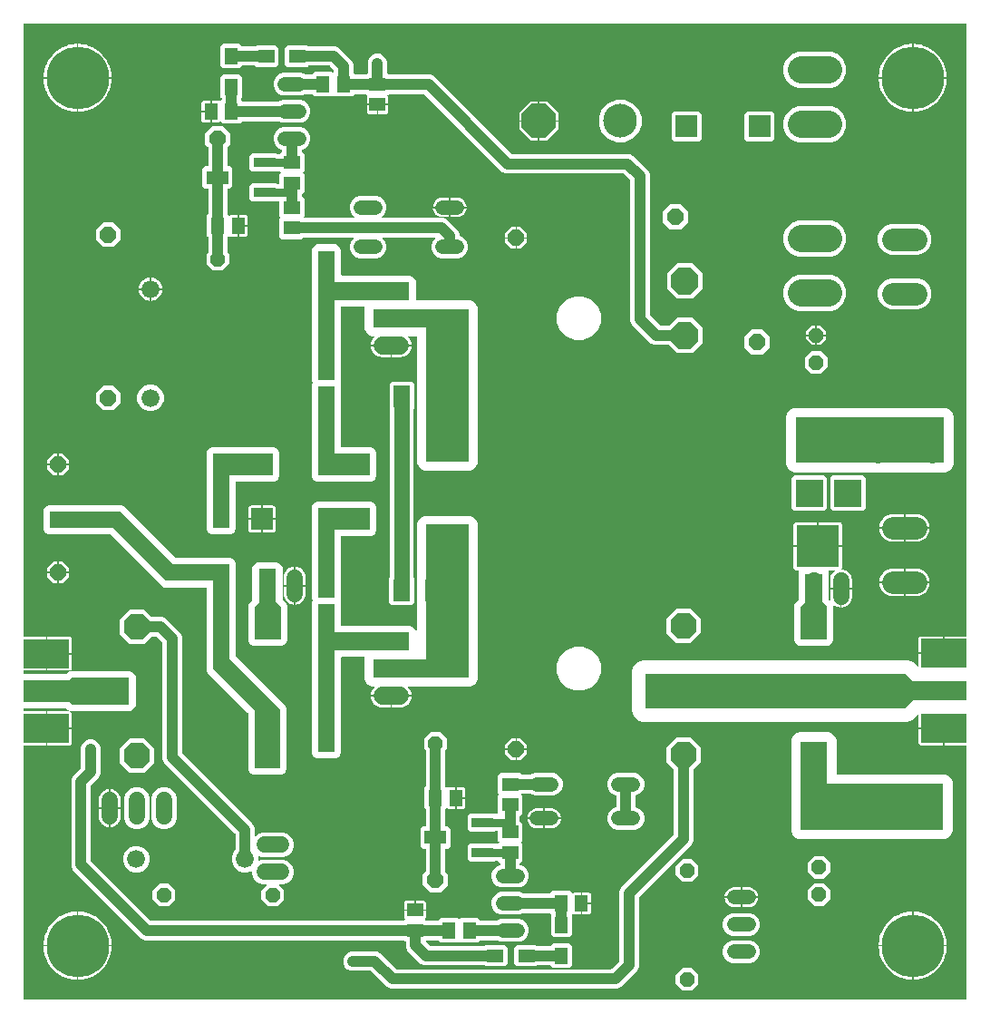
<source format=gbr>
G04 EAGLE Gerber RS-274X export*
G75*
%MOMM*%
%FSLAX34Y34*%
%LPD*%
%INTop Copper*%
%IPPOS*%
%AMOC8*
5,1,8,0,0,1.08239X$1,22.5*%
G01*
%ADD10R,1.500000X1.300000*%
%ADD11P,3.409096X8X202.500000*%
%ADD12C,3.149600*%
%ADD13R,1.300000X1.500000*%
%ADD14C,1.320800*%
%ADD15P,1.429621X8X292.500000*%
%ADD16P,1.429621X8X112.500000*%
%ADD17C,1.676400*%
%ADD18C,2.540000*%
%ADD19C,5.842000*%
%ADD20C,1.676400*%
%ADD21R,2.000000X0.900000*%
%ADD22R,2.000000X1.300000*%
%ADD23P,1.429621X8X202.500000*%
%ADD24P,1.429621X8X22.500000*%
%ADD25P,1.649562X8X22.500000*%
%ADD26P,1.649562X8X202.500000*%
%ADD27R,2.000000X2.000000*%
%ADD28R,4.000000X4.000000*%
%ADD29R,2.500000X2.500000*%
%ADD30R,4.191000X1.778000*%
%ADD31R,4.191000X2.667000*%
%ADD32C,2.095500*%
%ADD33R,1.500000X2.000000*%
%ADD34C,1.524000*%
%ADD35P,2.749271X8X292.500000*%
%ADD36R,1.500000X1.200000*%
%ADD37R,1.200000X1.500000*%
%ADD38P,2.597736X8X202.500000*%
%ADD39P,2.597736X8X22.500000*%
%ADD40P,1.649562X8X112.500000*%
%ADD41C,0.756400*%
%ADD42C,2.000000*%
%ADD43C,1.000000*%
%ADD44C,0.800000*%
%ADD45C,1.400000*%

G36*
X880050Y-369D02*
X880050Y-369D01*
X880101Y-367D01*
X880133Y-349D01*
X880169Y-341D01*
X880208Y-308D01*
X880253Y-284D01*
X880274Y-254D01*
X880302Y-231D01*
X880323Y-184D01*
X880353Y-142D01*
X880361Y-100D01*
X880373Y-72D01*
X880372Y-42D01*
X880380Y0D01*
X880380Y236771D01*
X880369Y236820D01*
X880367Y236871D01*
X880349Y236903D01*
X880341Y236939D01*
X880308Y236979D01*
X880284Y237023D01*
X880254Y237045D01*
X880231Y237073D01*
X880184Y237094D01*
X880142Y237123D01*
X880100Y237131D01*
X880072Y237144D01*
X880042Y237143D01*
X880000Y237151D01*
X859607Y237151D01*
X859607Y252645D01*
X859596Y252695D01*
X859594Y252746D01*
X859576Y252778D01*
X859568Y252814D01*
X859535Y252854D01*
X859511Y252898D01*
X859481Y252919D01*
X859457Y252948D01*
X859411Y252969D01*
X859369Y252998D01*
X859327Y253006D01*
X859299Y253019D01*
X859269Y253018D01*
X859227Y253026D01*
X858845Y253026D01*
X858845Y253027D01*
X859227Y253027D01*
X859277Y253039D01*
X859328Y253041D01*
X859360Y253058D01*
X859396Y253067D01*
X859435Y253099D01*
X859480Y253124D01*
X859501Y253154D01*
X859529Y253177D01*
X859550Y253224D01*
X859580Y253265D01*
X859588Y253307D01*
X859600Y253335D01*
X859599Y253366D01*
X859607Y253408D01*
X859607Y265938D01*
X859596Y265988D01*
X859594Y266039D01*
X859576Y266071D01*
X859568Y266107D01*
X859535Y266146D01*
X859511Y266191D01*
X859481Y266212D01*
X859457Y266240D01*
X859411Y266261D01*
X859369Y266291D01*
X859327Y266299D01*
X859299Y266311D01*
X859269Y266310D01*
X859227Y266318D01*
X858465Y266318D01*
X858415Y266307D01*
X858364Y266305D01*
X858332Y266287D01*
X858296Y266279D01*
X858257Y266246D01*
X858212Y266222D01*
X858191Y266192D01*
X858163Y266169D01*
X858142Y266122D01*
X858112Y266080D01*
X858104Y266038D01*
X858092Y266010D01*
X858093Y265980D01*
X858085Y265938D01*
X858085Y253788D01*
X835350Y253788D01*
X835350Y265387D01*
X835344Y265412D01*
X835347Y265438D01*
X835325Y265495D01*
X835311Y265556D01*
X835294Y265576D01*
X835285Y265600D01*
X835240Y265642D01*
X835201Y265689D01*
X835177Y265700D01*
X835158Y265717D01*
X835099Y265735D01*
X835042Y265760D01*
X835017Y265759D01*
X834992Y265767D01*
X834931Y265756D01*
X834869Y265754D01*
X834847Y265741D01*
X834821Y265737D01*
X834750Y265689D01*
X834717Y265671D01*
X834711Y265663D01*
X834701Y265656D01*
X829735Y260690D01*
X824927Y258698D01*
X577788Y258698D01*
X572980Y260690D01*
X569300Y264370D01*
X567308Y269178D01*
X567308Y306132D01*
X569300Y310940D01*
X572980Y314620D01*
X577788Y316612D01*
X825562Y316612D01*
X830370Y314620D01*
X834104Y310887D01*
X834701Y310289D01*
X834723Y310276D01*
X834739Y310256D01*
X834796Y310230D01*
X834848Y310198D01*
X834874Y310195D01*
X834898Y310185D01*
X834959Y310187D01*
X835021Y310181D01*
X835045Y310190D01*
X835071Y310191D01*
X835125Y310221D01*
X835183Y310243D01*
X835200Y310262D01*
X835223Y310274D01*
X835258Y310325D01*
X835300Y310370D01*
X835308Y310395D01*
X835323Y310416D01*
X835339Y310500D01*
X835350Y310536D01*
X835348Y310546D01*
X835350Y310558D01*
X835350Y322157D01*
X858085Y322157D01*
X858085Y310007D01*
X858096Y309957D01*
X858098Y309906D01*
X858116Y309874D01*
X858124Y309838D01*
X858157Y309799D01*
X858181Y309754D01*
X858211Y309733D01*
X858234Y309705D01*
X858281Y309684D01*
X858323Y309654D01*
X858365Y309646D01*
X858393Y309634D01*
X858423Y309635D01*
X858465Y309627D01*
X859227Y309627D01*
X859277Y309638D01*
X859328Y309640D01*
X859360Y309658D01*
X859396Y309666D01*
X859435Y309699D01*
X859480Y309723D01*
X859501Y309753D01*
X859529Y309776D01*
X859550Y309823D01*
X859580Y309865D01*
X859588Y309907D01*
X859600Y309935D01*
X859599Y309965D01*
X859607Y310007D01*
X859607Y322537D01*
X859596Y322587D01*
X859594Y322638D01*
X859576Y322670D01*
X859568Y322706D01*
X859535Y322746D01*
X859511Y322790D01*
X859481Y322811D01*
X859457Y322840D01*
X859411Y322861D01*
X859369Y322890D01*
X859327Y322898D01*
X859299Y322911D01*
X859269Y322910D01*
X859227Y322918D01*
X858845Y322918D01*
X858845Y322919D01*
X859227Y322919D01*
X859277Y322931D01*
X859328Y322933D01*
X859360Y322950D01*
X859396Y322959D01*
X859435Y322991D01*
X859480Y323016D01*
X859501Y323046D01*
X859529Y323069D01*
X859550Y323116D01*
X859580Y323157D01*
X859588Y323199D01*
X859600Y323227D01*
X859599Y323258D01*
X859607Y323300D01*
X859607Y338794D01*
X880000Y338794D01*
X880050Y338806D01*
X880101Y338808D01*
X880133Y338825D01*
X880169Y338834D01*
X880208Y338866D01*
X880253Y338891D01*
X880274Y338921D01*
X880302Y338944D01*
X880323Y338991D01*
X880353Y339032D01*
X880361Y339074D01*
X880373Y339102D01*
X880373Y339110D01*
X880373Y339111D01*
X880372Y339134D01*
X880380Y339174D01*
X880380Y910000D01*
X880369Y910050D01*
X880367Y910101D01*
X880349Y910133D01*
X880341Y910169D01*
X880308Y910208D01*
X880284Y910253D01*
X880254Y910274D01*
X880231Y910302D01*
X880184Y910323D01*
X880142Y910353D01*
X880100Y910361D01*
X880072Y910373D01*
X880042Y910372D01*
X880000Y910380D01*
X0Y910380D01*
X-50Y910369D01*
X-101Y910367D01*
X-133Y910349D01*
X-169Y910341D01*
X-208Y910308D01*
X-253Y910284D01*
X-274Y910254D01*
X-302Y910231D01*
X-323Y910184D01*
X-353Y910142D01*
X-361Y910100D01*
X-373Y910072D01*
X-372Y910042D01*
X-380Y910000D01*
X-380Y338860D01*
X-369Y338810D01*
X-367Y338759D01*
X-349Y338727D01*
X-341Y338691D01*
X-308Y338651D01*
X-284Y338607D01*
X-254Y338586D01*
X-231Y338557D01*
X-184Y338536D01*
X-142Y338507D01*
X-100Y338499D01*
X-72Y338486D01*
X-42Y338487D01*
X0Y338479D01*
X20393Y338479D01*
X20393Y322985D01*
X20404Y322935D01*
X20406Y322884D01*
X20424Y322852D01*
X20432Y322816D01*
X20465Y322777D01*
X20489Y322732D01*
X20519Y322711D01*
X20542Y322682D01*
X20589Y322661D01*
X20631Y322632D01*
X20673Y322624D01*
X20701Y322611D01*
X20731Y322613D01*
X20773Y322604D01*
X21155Y322604D01*
X21155Y322603D01*
X20773Y322603D01*
X20723Y322591D01*
X20672Y322589D01*
X20640Y322572D01*
X20604Y322563D01*
X20565Y322531D01*
X20520Y322506D01*
X20499Y322476D01*
X20471Y322453D01*
X20450Y322406D01*
X20420Y322365D01*
X20412Y322323D01*
X20400Y322295D01*
X20401Y322264D01*
X20393Y322222D01*
X20393Y306728D01*
X0Y306728D01*
X-50Y306716D01*
X-101Y306714D01*
X-133Y306697D01*
X-169Y306688D01*
X-208Y306656D01*
X-253Y306631D01*
X-274Y306602D01*
X-302Y306578D01*
X-323Y306531D01*
X-353Y306490D01*
X-361Y306448D01*
X-373Y306420D01*
X-372Y306389D01*
X-380Y306348D01*
X-380Y303942D01*
X-369Y303892D01*
X-367Y303841D01*
X-349Y303809D01*
X-341Y303773D01*
X-308Y303734D01*
X-284Y303689D01*
X-254Y303668D01*
X-231Y303640D01*
X-184Y303619D01*
X-142Y303589D01*
X-100Y303581D01*
X-72Y303569D01*
X-42Y303570D01*
X0Y303562D01*
X39109Y303562D01*
X39183Y303579D01*
X39258Y303592D01*
X39268Y303599D01*
X39278Y303601D01*
X39307Y303625D01*
X39378Y303673D01*
X40835Y305130D01*
X43181Y306102D01*
X99059Y306102D01*
X101405Y305130D01*
X103200Y303335D01*
X104172Y300989D01*
X104172Y274321D01*
X103200Y271975D01*
X101405Y270180D01*
X99059Y269208D01*
X43181Y269208D01*
X40835Y270180D01*
X39378Y271637D01*
X39313Y271677D01*
X39251Y271721D01*
X39239Y271723D01*
X39231Y271728D01*
X39194Y271732D01*
X39109Y271748D01*
X0Y271748D01*
X-50Y271737D01*
X-101Y271735D01*
X-133Y271717D01*
X-169Y271709D01*
X-208Y271676D01*
X-253Y271652D01*
X-274Y271622D01*
X-302Y271599D01*
X-323Y271552D01*
X-353Y271510D01*
X-361Y271468D01*
X-373Y271440D01*
X-372Y271410D01*
X-380Y271368D01*
X-380Y268968D01*
X-369Y268918D01*
X-367Y268867D01*
X-349Y268835D01*
X-341Y268799D01*
X-308Y268759D01*
X-284Y268715D01*
X-254Y268694D01*
X-231Y268665D01*
X-184Y268644D01*
X-142Y268615D01*
X-100Y268607D01*
X-72Y268594D01*
X-42Y268595D01*
X0Y268587D01*
X20393Y268587D01*
X20393Y253093D01*
X20404Y253043D01*
X20406Y252992D01*
X20424Y252960D01*
X20432Y252924D01*
X20465Y252885D01*
X20489Y252840D01*
X20519Y252819D01*
X20542Y252790D01*
X20589Y252769D01*
X20631Y252740D01*
X20673Y252732D01*
X20701Y252719D01*
X20731Y252721D01*
X20773Y252712D01*
X21155Y252712D01*
X21155Y252711D01*
X20773Y252711D01*
X20723Y252699D01*
X20672Y252697D01*
X20640Y252680D01*
X20604Y252671D01*
X20565Y252639D01*
X20520Y252614D01*
X20499Y252584D01*
X20471Y252561D01*
X20450Y252514D01*
X20420Y252473D01*
X20412Y252431D01*
X20400Y252403D01*
X20401Y252372D01*
X20393Y252330D01*
X20393Y236836D01*
X0Y236836D01*
X-50Y236824D01*
X-101Y236822D01*
X-133Y236805D01*
X-169Y236796D01*
X-208Y236764D01*
X-253Y236739D01*
X-274Y236710D01*
X-302Y236686D01*
X-323Y236639D01*
X-353Y236598D01*
X-361Y236556D01*
X-373Y236528D01*
X-372Y236497D01*
X-380Y236456D01*
X-380Y0D01*
X-369Y-50D01*
X-367Y-101D01*
X-349Y-133D01*
X-341Y-169D01*
X-308Y-208D01*
X-284Y-253D01*
X-254Y-274D01*
X-231Y-302D01*
X-184Y-323D01*
X-142Y-353D01*
X-100Y-361D01*
X-72Y-373D01*
X-42Y-372D01*
X0Y-380D01*
X880000Y-380D01*
X880050Y-369D01*
G37*
%LPC*%
G36*
X274003Y225076D02*
X274003Y225076D01*
X271658Y226047D01*
X269862Y227843D01*
X268891Y230188D01*
X268891Y370204D01*
X269620Y371964D01*
X269632Y372040D01*
X269649Y372114D01*
X269646Y372126D01*
X269648Y372135D01*
X269637Y372171D01*
X269620Y372256D01*
X268891Y374016D01*
X268891Y459422D01*
X269862Y461767D01*
X271658Y463563D01*
X274003Y464534D01*
X324167Y464534D01*
X326512Y463563D01*
X328308Y461767D01*
X329279Y459422D01*
X329279Y437198D01*
X328308Y434853D01*
X326512Y433057D01*
X324167Y432086D01*
X296639Y432086D01*
X296590Y432074D01*
X296539Y432072D01*
X296507Y432055D01*
X296471Y432046D01*
X296431Y432014D01*
X296387Y431989D01*
X296365Y431959D01*
X296337Y431936D01*
X296316Y431889D01*
X296287Y431848D01*
X296279Y431806D01*
X296266Y431778D01*
X296267Y431747D01*
X296259Y431706D01*
X296259Y374016D01*
X295530Y372256D01*
X295518Y372180D01*
X295501Y372106D01*
X295504Y372094D01*
X295502Y372085D01*
X295513Y372049D01*
X295530Y371964D01*
X296259Y370204D01*
X296259Y349027D01*
X296271Y348977D01*
X296273Y348926D01*
X296290Y348894D01*
X296299Y348858D01*
X296331Y348819D01*
X296356Y348774D01*
X296386Y348753D01*
X296409Y348725D01*
X296456Y348704D01*
X296497Y348674D01*
X296539Y348666D01*
X296567Y348654D01*
X296598Y348655D01*
X296639Y348647D01*
X360679Y348647D01*
X363025Y347675D01*
X364820Y345880D01*
X365792Y343534D01*
X365792Y325627D01*
X365803Y325577D01*
X365805Y325526D01*
X365823Y325494D01*
X365831Y325458D01*
X365864Y325419D01*
X365888Y325374D01*
X365918Y325353D01*
X365941Y325325D01*
X365988Y325304D01*
X366030Y325274D01*
X366072Y325266D01*
X366100Y325254D01*
X366130Y325255D01*
X366172Y325247D01*
X366841Y325247D01*
X366890Y325258D01*
X366941Y325260D01*
X366973Y325278D01*
X367009Y325286D01*
X367049Y325319D01*
X367093Y325343D01*
X367115Y325373D01*
X367143Y325396D01*
X367164Y325443D01*
X367193Y325485D01*
X367201Y325527D01*
X367214Y325555D01*
X367213Y325585D01*
X367221Y325627D01*
X367221Y444262D01*
X368497Y447343D01*
X370855Y449701D01*
X373935Y450977D01*
X416957Y450977D01*
X420038Y449701D01*
X422396Y447343D01*
X423672Y444262D01*
X423672Y298688D01*
X422396Y295607D01*
X420038Y293249D01*
X416957Y291973D01*
X358884Y291973D01*
X358859Y291967D01*
X358833Y291970D01*
X358775Y291948D01*
X358715Y291934D01*
X358695Y291917D01*
X358671Y291908D01*
X358629Y291863D01*
X358581Y291824D01*
X358571Y291800D01*
X358553Y291781D01*
X358536Y291722D01*
X358510Y291665D01*
X358511Y291640D01*
X358504Y291615D01*
X358515Y291554D01*
X358517Y291492D01*
X358529Y291470D01*
X358534Y291444D01*
X358582Y291373D01*
X358600Y291340D01*
X358608Y291334D01*
X358615Y291324D01*
X359613Y290326D01*
X360624Y288935D01*
X361405Y287403D01*
X361936Y285768D01*
X362205Y284070D01*
X362205Y283971D01*
X343281Y283971D01*
X343231Y283960D01*
X343180Y283958D01*
X343148Y283940D01*
X343112Y283932D01*
X343073Y283899D01*
X343028Y283875D01*
X343007Y283845D01*
X342979Y283822D01*
X342958Y283775D01*
X342929Y283733D01*
X342920Y283691D01*
X342908Y283663D01*
X342909Y283633D01*
X342901Y283591D01*
X342901Y283209D01*
X342899Y283209D01*
X342899Y283591D01*
X342887Y283641D01*
X342886Y283692D01*
X342868Y283724D01*
X342860Y283760D01*
X342827Y283799D01*
X342803Y283844D01*
X342773Y283865D01*
X342749Y283893D01*
X342703Y283914D01*
X342661Y283944D01*
X342619Y283952D01*
X342591Y283964D01*
X342561Y283963D01*
X342519Y283971D01*
X323595Y283971D01*
X323595Y284070D01*
X323864Y285768D01*
X324395Y287403D01*
X325176Y288935D01*
X326187Y290326D01*
X327185Y291324D01*
X327199Y291346D01*
X327219Y291362D01*
X327244Y291419D01*
X327276Y291471D01*
X327279Y291497D01*
X327290Y291521D01*
X327287Y291582D01*
X327293Y291644D01*
X327284Y291668D01*
X327283Y291694D01*
X327253Y291748D01*
X327231Y291806D01*
X327212Y291823D01*
X327200Y291846D01*
X327150Y291881D01*
X327104Y291923D01*
X327080Y291931D01*
X327058Y291946D01*
X326974Y291962D01*
X326938Y291973D01*
X326928Y291971D01*
X326916Y291973D01*
X324723Y291973D01*
X321642Y293249D01*
X319284Y295607D01*
X318008Y298688D01*
X318008Y318532D01*
X318139Y318847D01*
X318145Y318885D01*
X318161Y318921D01*
X318159Y318970D01*
X318167Y319018D01*
X318156Y319055D01*
X318154Y319094D01*
X318131Y319137D01*
X318116Y319184D01*
X318090Y319212D01*
X318071Y319246D01*
X318031Y319274D01*
X317997Y319310D01*
X317961Y319323D01*
X317930Y319346D01*
X317870Y319357D01*
X317835Y319370D01*
X317814Y319368D01*
X317788Y319373D01*
X296639Y319373D01*
X296590Y319362D01*
X296539Y319360D01*
X296507Y319342D01*
X296471Y319334D01*
X296431Y319301D01*
X296387Y319277D01*
X296365Y319247D01*
X296337Y319224D01*
X296316Y319177D01*
X296287Y319135D01*
X296279Y319093D01*
X296266Y319065D01*
X296267Y319035D01*
X296259Y318993D01*
X296259Y230188D01*
X295288Y227843D01*
X293492Y226047D01*
X291147Y225076D01*
X274003Y225076D01*
G37*
%LPD*%
%LPC*%
G36*
X274003Y482886D02*
X274003Y482886D01*
X271658Y483857D01*
X269862Y485653D01*
X268891Y487998D01*
X268891Y573404D01*
X269620Y575164D01*
X269630Y575228D01*
X269638Y575246D01*
X269638Y575264D01*
X269649Y575314D01*
X269646Y575326D01*
X269648Y575335D01*
X269637Y575371D01*
X269633Y575392D01*
X269632Y575419D01*
X269625Y575432D01*
X269620Y575456D01*
X268891Y577216D01*
X268891Y699452D01*
X269862Y701797D01*
X271658Y703593D01*
X274003Y704564D01*
X291147Y704564D01*
X293492Y703593D01*
X295288Y701797D01*
X296259Y699452D01*
X296259Y676052D01*
X296271Y676002D01*
X296273Y675951D01*
X296290Y675919D01*
X296299Y675883D01*
X296331Y675844D01*
X296356Y675799D01*
X296386Y675778D01*
X296409Y675750D01*
X296456Y675729D01*
X296497Y675699D01*
X296539Y675691D01*
X296567Y675679D01*
X296598Y675680D01*
X296639Y675672D01*
X360679Y675672D01*
X363025Y674700D01*
X364820Y672905D01*
X365792Y670559D01*
X365792Y652652D01*
X365803Y652602D01*
X365805Y652551D01*
X365823Y652519D01*
X365831Y652483D01*
X365864Y652444D01*
X365888Y652399D01*
X365918Y652378D01*
X365941Y652350D01*
X365988Y652329D01*
X366030Y652299D01*
X366072Y652291D01*
X366100Y652279D01*
X366130Y652280D01*
X366172Y652272D01*
X416957Y652272D01*
X420038Y650996D01*
X422396Y648638D01*
X423672Y645557D01*
X423672Y500300D01*
X422396Y497220D01*
X420038Y494862D01*
X416957Y493586D01*
X373935Y493586D01*
X370855Y494862D01*
X368497Y497220D01*
X367221Y500300D01*
X367221Y618618D01*
X367209Y618668D01*
X367207Y618719D01*
X367190Y618751D01*
X367181Y618787D01*
X367149Y618826D01*
X367124Y618871D01*
X367094Y618892D01*
X367071Y618920D01*
X367024Y618941D01*
X366983Y618971D01*
X366941Y618979D01*
X366913Y618991D01*
X366882Y618990D01*
X366841Y618998D01*
X358884Y618998D01*
X358859Y618992D01*
X358833Y618995D01*
X358775Y618973D01*
X358715Y618959D01*
X358695Y618942D01*
X358671Y618933D01*
X358629Y618888D01*
X358581Y618849D01*
X358571Y618825D01*
X358553Y618806D01*
X358536Y618747D01*
X358510Y618690D01*
X358511Y618665D01*
X358504Y618640D01*
X358515Y618579D01*
X358517Y618517D01*
X358529Y618495D01*
X358534Y618469D01*
X358582Y618398D01*
X358600Y618365D01*
X358608Y618359D01*
X358615Y618349D01*
X359613Y617351D01*
X360624Y615960D01*
X361405Y614428D01*
X361936Y612793D01*
X362205Y611095D01*
X362205Y610996D01*
X343281Y610996D01*
X343231Y610985D01*
X343180Y610983D01*
X343148Y610965D01*
X343112Y610957D01*
X343073Y610924D01*
X343028Y610900D01*
X343007Y610870D01*
X342979Y610847D01*
X342958Y610800D01*
X342929Y610758D01*
X342920Y610716D01*
X342908Y610688D01*
X342909Y610658D01*
X342901Y610616D01*
X342901Y610234D01*
X342899Y610234D01*
X342899Y610616D01*
X342887Y610666D01*
X342886Y610717D01*
X342868Y610749D01*
X342860Y610785D01*
X342827Y610824D01*
X342803Y610869D01*
X342773Y610890D01*
X342749Y610918D01*
X342703Y610939D01*
X342661Y610969D01*
X342619Y610977D01*
X342591Y610989D01*
X342561Y610988D01*
X342519Y610996D01*
X323595Y610996D01*
X323595Y611095D01*
X323864Y612793D01*
X324395Y614428D01*
X325176Y615960D01*
X326187Y617351D01*
X327185Y618349D01*
X327199Y618371D01*
X327219Y618387D01*
X327244Y618444D01*
X327276Y618496D01*
X327279Y618522D01*
X327290Y618546D01*
X327287Y618607D01*
X327293Y618669D01*
X327284Y618693D01*
X327283Y618719D01*
X327253Y618773D01*
X327231Y618831D01*
X327212Y618848D01*
X327200Y618871D01*
X327150Y618906D01*
X327104Y618948D01*
X327080Y618956D01*
X327058Y618971D01*
X326974Y618987D01*
X326938Y618998D01*
X326928Y618996D01*
X326916Y618998D01*
X324723Y618998D01*
X321642Y620274D01*
X319284Y622632D01*
X318008Y625713D01*
X318008Y645557D01*
X318139Y645872D01*
X318145Y645910D01*
X318161Y645946D01*
X318159Y645995D01*
X318167Y646043D01*
X318156Y646080D01*
X318154Y646119D01*
X318131Y646162D01*
X318116Y646209D01*
X318090Y646237D01*
X318071Y646271D01*
X318031Y646299D01*
X317997Y646335D01*
X317961Y646348D01*
X317930Y646371D01*
X317870Y646382D01*
X317835Y646395D01*
X317814Y646393D01*
X317788Y646398D01*
X296639Y646398D01*
X296590Y646387D01*
X296539Y646385D01*
X296507Y646367D01*
X296471Y646359D01*
X296431Y646326D01*
X296387Y646302D01*
X296365Y646272D01*
X296337Y646249D01*
X296316Y646202D01*
X296287Y646160D01*
X296279Y646118D01*
X296266Y646090D01*
X296267Y646060D01*
X296259Y646018D01*
X296259Y577216D01*
X295530Y575456D01*
X295524Y575419D01*
X295512Y575391D01*
X295513Y575358D01*
X295501Y575306D01*
X295504Y575294D01*
X295502Y575285D01*
X295513Y575249D01*
X295518Y575225D01*
X295518Y575218D01*
X295520Y575214D01*
X295530Y575164D01*
X296259Y573404D01*
X296259Y515714D01*
X296271Y515665D01*
X296273Y515614D01*
X296290Y515582D01*
X296299Y515546D01*
X296331Y515506D01*
X296356Y515462D01*
X296386Y515440D01*
X296409Y515412D01*
X296456Y515391D01*
X296497Y515362D01*
X296539Y515354D01*
X296567Y515341D01*
X296598Y515342D01*
X296639Y515334D01*
X324167Y515334D01*
X326512Y514363D01*
X328308Y512567D01*
X329279Y510222D01*
X329279Y487998D01*
X328308Y485653D01*
X326512Y483857D01*
X324167Y482886D01*
X274003Y482886D01*
G37*
%LPD*%
%LPC*%
G36*
X610302Y603059D02*
X610302Y603059D01*
X602714Y610648D01*
X602649Y610688D01*
X602587Y610732D01*
X602575Y610734D01*
X602567Y610739D01*
X602529Y610743D01*
X602445Y610759D01*
X588760Y610759D01*
X585451Y612130D01*
X567680Y629901D01*
X566309Y633210D01*
X566309Y764464D01*
X566292Y764538D01*
X566279Y764613D01*
X566272Y764623D01*
X566270Y764633D01*
X566246Y764662D01*
X566198Y764733D01*
X560263Y770668D01*
X560198Y770708D01*
X560137Y770752D01*
X560124Y770754D01*
X560116Y770759D01*
X560079Y770763D01*
X559994Y770779D01*
X450330Y770779D01*
X447021Y772150D01*
X374233Y844938D01*
X374169Y844978D01*
X374106Y845022D01*
X374094Y845024D01*
X374086Y845029D01*
X374049Y845033D01*
X373964Y845049D01*
X341015Y845049D01*
X340941Y845032D01*
X340866Y845019D01*
X340856Y845012D01*
X340846Y845010D01*
X340817Y844986D01*
X340746Y844938D01*
X339594Y843786D01*
X339568Y843743D01*
X339533Y843706D01*
X339522Y843670D01*
X339503Y843639D01*
X339498Y843589D01*
X339484Y843540D01*
X339490Y843503D01*
X339486Y843467D01*
X339505Y843419D01*
X339513Y843369D01*
X339537Y843333D01*
X339548Y843305D01*
X339571Y843284D01*
X339594Y843249D01*
X339733Y843110D01*
X340068Y842531D01*
X340241Y841885D01*
X340241Y835811D01*
X330581Y835811D01*
X330531Y835800D01*
X330480Y835798D01*
X330448Y835780D01*
X330412Y835772D01*
X330373Y835739D01*
X330328Y835715D01*
X330307Y835685D01*
X330279Y835661D01*
X330258Y835615D01*
X330228Y835573D01*
X330220Y835531D01*
X330208Y835503D01*
X330209Y835483D01*
X330208Y835482D01*
X330208Y835469D01*
X330201Y835431D01*
X330201Y835049D01*
X330199Y835049D01*
X330199Y835431D01*
X330188Y835481D01*
X330186Y835532D01*
X330168Y835564D01*
X330160Y835600D01*
X330127Y835639D01*
X330103Y835684D01*
X330073Y835705D01*
X330049Y835733D01*
X330003Y835754D01*
X329961Y835784D01*
X329919Y835792D01*
X329891Y835804D01*
X329861Y835803D01*
X329819Y835811D01*
X320159Y835811D01*
X320159Y841885D01*
X320332Y842531D01*
X320667Y843110D01*
X320806Y843249D01*
X320833Y843292D01*
X320867Y843330D01*
X320878Y843365D01*
X320897Y843396D01*
X320902Y843447D01*
X320916Y843496D01*
X320910Y843532D01*
X320914Y843568D01*
X320895Y843616D01*
X320887Y843666D01*
X320863Y843702D01*
X320852Y843730D01*
X320829Y843751D01*
X320806Y843786D01*
X319629Y844963D01*
X319565Y845003D01*
X319503Y845047D01*
X319490Y845049D01*
X319482Y845054D01*
X319445Y845058D01*
X319360Y845074D01*
X309240Y845074D01*
X309166Y845057D01*
X309091Y845044D01*
X309081Y845037D01*
X309071Y845035D01*
X309042Y845011D01*
X308971Y844963D01*
X306582Y842574D01*
X290268Y842574D01*
X289194Y843648D01*
X289151Y843675D01*
X289113Y843710D01*
X289078Y843720D01*
X289047Y843740D01*
X288996Y843744D01*
X288947Y843759D01*
X288911Y843753D01*
X288874Y843756D01*
X288827Y843738D01*
X288776Y843729D01*
X288741Y843705D01*
X288712Y843695D01*
X288691Y843672D01*
X288656Y843648D01*
X287582Y842574D01*
X271268Y842574D01*
X268879Y844963D01*
X268815Y845003D01*
X268753Y845047D01*
X268741Y845049D01*
X268732Y845054D01*
X268695Y845058D01*
X268610Y845074D01*
X262851Y845074D01*
X262850Y845074D01*
X262848Y845074D01*
X262706Y845045D01*
X258903Y843470D01*
X241477Y843470D01*
X237579Y845085D01*
X234596Y848068D01*
X232981Y851966D01*
X232981Y856184D01*
X234596Y860082D01*
X237579Y863065D01*
X241477Y864680D01*
X258903Y864680D01*
X262706Y863105D01*
X262708Y863104D01*
X262709Y863103D01*
X262851Y863076D01*
X268610Y863076D01*
X268684Y863093D01*
X268759Y863106D01*
X268769Y863113D01*
X268779Y863115D01*
X268808Y863139D01*
X268879Y863187D01*
X271268Y865576D01*
X287582Y865576D01*
X288656Y864502D01*
X288699Y864475D01*
X288737Y864440D01*
X288772Y864430D01*
X288803Y864410D01*
X288854Y864406D01*
X288903Y864391D01*
X288939Y864397D01*
X288976Y864394D01*
X289023Y864412D01*
X289074Y864421D01*
X289109Y864445D01*
X289138Y864455D01*
X289159Y864478D01*
X289194Y864502D01*
X289338Y864646D01*
X289378Y864710D01*
X289422Y864772D01*
X289424Y864785D01*
X289429Y864793D01*
X289433Y864830D01*
X289449Y864915D01*
X289449Y867334D01*
X289432Y867408D01*
X289419Y867483D01*
X289412Y867493D01*
X289410Y867503D01*
X289386Y867532D01*
X289338Y867603D01*
X285626Y871315D01*
X285561Y871355D01*
X285499Y871399D01*
X285487Y871401D01*
X285478Y871407D01*
X285441Y871410D01*
X285357Y871427D01*
X265480Y871427D01*
X265406Y871409D01*
X265331Y871396D01*
X265321Y871390D01*
X265311Y871387D01*
X265282Y871364D01*
X265211Y871315D01*
X264322Y870427D01*
X246008Y870427D01*
X243664Y872770D01*
X243664Y888085D01*
X246008Y890428D01*
X264322Y890428D01*
X265211Y889540D01*
X265275Y889499D01*
X265337Y889456D01*
X265349Y889454D01*
X265358Y889448D01*
X265395Y889445D01*
X265480Y889428D01*
X291033Y889428D01*
X294341Y888058D01*
X306080Y876319D01*
X307451Y873010D01*
X307451Y864865D01*
X307468Y864791D01*
X307481Y864716D01*
X307488Y864706D01*
X307490Y864696D01*
X307514Y864667D01*
X307562Y864596D01*
X308971Y863187D01*
X309035Y863147D01*
X309097Y863103D01*
X309110Y863101D01*
X309118Y863096D01*
X309155Y863092D01*
X309240Y863076D01*
X319410Y863076D01*
X319484Y863093D01*
X319559Y863106D01*
X319569Y863113D01*
X319579Y863115D01*
X319608Y863139D01*
X319679Y863187D01*
X321088Y864596D01*
X321128Y864660D01*
X321172Y864722D01*
X321174Y864735D01*
X321179Y864743D01*
X321183Y864780D01*
X321199Y864865D01*
X321199Y875550D01*
X322570Y878859D01*
X325101Y881390D01*
X328410Y882761D01*
X331990Y882761D01*
X335299Y881390D01*
X337830Y878859D01*
X339201Y875550D01*
X339201Y864865D01*
X339218Y864791D01*
X339231Y864716D01*
X339238Y864706D01*
X339240Y864696D01*
X339264Y864667D01*
X339312Y864596D01*
X340746Y863162D01*
X340810Y863122D01*
X340872Y863078D01*
X340885Y863076D01*
X340893Y863071D01*
X340930Y863067D01*
X341015Y863051D01*
X379640Y863051D01*
X382949Y861680D01*
X455737Y788892D01*
X455801Y788852D01*
X455864Y788808D01*
X455876Y788806D01*
X455884Y788801D01*
X455921Y788797D01*
X456006Y788781D01*
X565670Y788781D01*
X568979Y787410D01*
X571564Y784825D01*
X582940Y773449D01*
X584311Y770140D01*
X584311Y638886D01*
X584328Y638812D01*
X584341Y638737D01*
X584348Y638727D01*
X584350Y638717D01*
X584374Y638688D01*
X584422Y638617D01*
X594167Y628872D01*
X594231Y628832D01*
X594294Y628788D01*
X594306Y628786D01*
X594314Y628781D01*
X594351Y628777D01*
X594436Y628761D01*
X602445Y628761D01*
X602519Y628778D01*
X602594Y628791D01*
X602604Y628798D01*
X602614Y628800D01*
X602642Y628824D01*
X602714Y628872D01*
X610302Y636461D01*
X624138Y636461D01*
X633921Y626678D01*
X633921Y612842D01*
X624138Y603059D01*
X610302Y603059D01*
G37*
%LPD*%
%LPC*%
G36*
X431003Y30639D02*
X431003Y30639D01*
X430114Y31528D01*
X430050Y31568D01*
X429988Y31612D01*
X429975Y31614D01*
X429967Y31619D01*
X429930Y31623D01*
X429845Y31639D01*
X374130Y31639D01*
X370821Y33010D01*
X358130Y45701D01*
X356759Y49010D01*
X356759Y53279D01*
X356748Y53329D01*
X356746Y53380D01*
X356728Y53412D01*
X356720Y53448D01*
X356687Y53487D01*
X356663Y53532D01*
X356633Y53553D01*
X356610Y53581D01*
X356563Y53602D01*
X356521Y53632D01*
X356479Y53640D01*
X356451Y53652D01*
X356421Y53651D01*
X356379Y53659D01*
X355968Y53659D01*
X354579Y55048D01*
X354515Y55088D01*
X354453Y55132D01*
X354441Y55134D01*
X354432Y55139D01*
X354395Y55143D01*
X354310Y55159D01*
X113120Y55159D01*
X109811Y56530D01*
X45710Y120631D01*
X44339Y123940D01*
X44339Y204990D01*
X45710Y208299D01*
X53118Y215707D01*
X53139Y215742D01*
X53151Y215751D01*
X53165Y215781D01*
X53202Y215834D01*
X53204Y215846D01*
X53209Y215854D01*
X53212Y215888D01*
X53222Y215910D01*
X53221Y215935D01*
X53229Y215976D01*
X53229Y235470D01*
X54600Y238779D01*
X57131Y241310D01*
X60440Y242681D01*
X64020Y242681D01*
X67329Y241310D01*
X69860Y238779D01*
X71231Y235470D01*
X71231Y210300D01*
X69860Y206991D01*
X62452Y199583D01*
X62412Y199519D01*
X62368Y199456D01*
X62366Y199444D01*
X62361Y199436D01*
X62357Y199399D01*
X62341Y199314D01*
X62341Y129616D01*
X62358Y129542D01*
X62371Y129467D01*
X62378Y129457D01*
X62380Y129447D01*
X62404Y129418D01*
X62452Y129347D01*
X118527Y73272D01*
X118591Y73232D01*
X118654Y73188D01*
X118666Y73186D01*
X118674Y73181D01*
X118711Y73177D01*
X118796Y73161D01*
X354310Y73161D01*
X354384Y73178D01*
X354459Y73191D01*
X354469Y73198D01*
X354479Y73200D01*
X354508Y73224D01*
X354579Y73272D01*
X355731Y74424D01*
X355757Y74467D01*
X355792Y74504D01*
X355803Y74540D01*
X355822Y74571D01*
X355827Y74621D01*
X355841Y74670D01*
X355835Y74707D01*
X355839Y74743D01*
X355820Y74791D01*
X355812Y74841D01*
X355788Y74877D01*
X355777Y74905D01*
X355754Y74926D01*
X355731Y74961D01*
X355592Y75100D01*
X355257Y75679D01*
X355084Y76325D01*
X355084Y82399D01*
X364744Y82399D01*
X364794Y82410D01*
X364845Y82412D01*
X364877Y82430D01*
X364913Y82438D01*
X364952Y82471D01*
X364997Y82495D01*
X365018Y82525D01*
X365046Y82548D01*
X365067Y82595D01*
X365097Y82637D01*
X365105Y82679D01*
X365117Y82707D01*
X365116Y82737D01*
X365124Y82779D01*
X365124Y83161D01*
X365126Y83161D01*
X365126Y82779D01*
X365137Y82729D01*
X365139Y82678D01*
X365157Y82646D01*
X365165Y82610D01*
X365198Y82571D01*
X365222Y82526D01*
X365252Y82505D01*
X365276Y82477D01*
X365322Y82456D01*
X365364Y82426D01*
X365406Y82418D01*
X365434Y82406D01*
X365464Y82407D01*
X365506Y82399D01*
X375166Y82399D01*
X375166Y76325D01*
X374993Y75679D01*
X374658Y75100D01*
X374519Y74961D01*
X374492Y74918D01*
X374458Y74880D01*
X374447Y74845D01*
X374428Y74814D01*
X374423Y74763D01*
X374409Y74714D01*
X374415Y74678D01*
X374411Y74642D01*
X374430Y74594D01*
X374438Y74544D01*
X374462Y74508D01*
X374473Y74480D01*
X374496Y74459D01*
X374519Y74424D01*
X375671Y73272D01*
X375735Y73232D01*
X375797Y73188D01*
X375809Y73186D01*
X375818Y73181D01*
X375855Y73177D01*
X375940Y73161D01*
X386110Y73161D01*
X386184Y73178D01*
X386259Y73191D01*
X386269Y73198D01*
X386279Y73200D01*
X386308Y73224D01*
X386379Y73272D01*
X388743Y75636D01*
X405057Y75636D01*
X406131Y74562D01*
X406174Y74535D01*
X406212Y74500D01*
X406247Y74490D01*
X406278Y74470D01*
X406329Y74466D01*
X406378Y74451D01*
X406414Y74457D01*
X406451Y74454D01*
X406498Y74472D01*
X406549Y74481D01*
X406584Y74505D01*
X406613Y74515D01*
X406634Y74538D01*
X406669Y74562D01*
X407743Y75636D01*
X424057Y75636D01*
X426446Y73247D01*
X426510Y73207D01*
X426572Y73163D01*
X426585Y73161D01*
X426593Y73156D01*
X426630Y73152D01*
X426715Y73136D01*
X441364Y73136D01*
X441365Y73136D01*
X441367Y73136D01*
X441509Y73165D01*
X445312Y74740D01*
X462738Y74740D01*
X466636Y73125D01*
X469619Y70142D01*
X471234Y66244D01*
X471234Y62026D01*
X469619Y58128D01*
X466636Y55145D01*
X462738Y53530D01*
X445312Y53530D01*
X441509Y55105D01*
X441507Y55106D01*
X441506Y55107D01*
X441364Y55134D01*
X426715Y55134D01*
X426641Y55117D01*
X426566Y55104D01*
X426556Y55097D01*
X426546Y55095D01*
X426517Y55071D01*
X426446Y55023D01*
X424057Y52634D01*
X407743Y52634D01*
X406669Y53708D01*
X406626Y53735D01*
X406588Y53770D01*
X406553Y53780D01*
X406522Y53800D01*
X406471Y53804D01*
X406422Y53819D01*
X406386Y53813D01*
X406349Y53816D01*
X406302Y53798D01*
X406251Y53789D01*
X406216Y53765D01*
X406187Y53755D01*
X406166Y53732D01*
X406131Y53708D01*
X405057Y52634D01*
X388743Y52634D01*
X386329Y55048D01*
X386265Y55088D01*
X386203Y55132D01*
X386191Y55134D01*
X386182Y55139D01*
X386145Y55143D01*
X386060Y55159D01*
X375940Y55159D01*
X375866Y55142D01*
X375791Y55129D01*
X375781Y55122D01*
X375771Y55120D01*
X375742Y55096D01*
X375671Y55048D01*
X375225Y54602D01*
X375198Y54559D01*
X375163Y54521D01*
X375153Y54486D01*
X375133Y54455D01*
X375129Y54404D01*
X375114Y54355D01*
X375120Y54319D01*
X375117Y54282D01*
X375135Y54235D01*
X375144Y54184D01*
X375168Y54149D01*
X375178Y54120D01*
X375201Y54100D01*
X375225Y54064D01*
X379537Y49752D01*
X379601Y49712D01*
X379664Y49668D01*
X379676Y49666D01*
X379684Y49661D01*
X379721Y49657D01*
X379806Y49641D01*
X429845Y49641D01*
X429919Y49658D01*
X429994Y49671D01*
X430004Y49678D01*
X430014Y49680D01*
X430043Y49704D01*
X430114Y49752D01*
X431003Y50641D01*
X449317Y50641D01*
X451661Y48297D01*
X451661Y32983D01*
X449317Y30639D01*
X431003Y30639D01*
G37*
%LPD*%
%LPC*%
G36*
X214313Y209518D02*
X214313Y209518D01*
X211968Y210490D01*
X210172Y212285D01*
X209201Y214631D01*
X209201Y266757D01*
X209183Y266831D01*
X209170Y266905D01*
X209164Y266916D01*
X209161Y266925D01*
X209138Y266954D01*
X209089Y267025D01*
X171437Y304678D01*
X170466Y307023D01*
X170466Y384081D01*
X170454Y384130D01*
X170452Y384181D01*
X170435Y384213D01*
X170426Y384249D01*
X170394Y384289D01*
X170369Y384333D01*
X170339Y384355D01*
X170316Y384383D01*
X170269Y384404D01*
X170228Y384433D01*
X170186Y384441D01*
X170158Y384454D01*
X170127Y384453D01*
X170086Y384461D01*
X131128Y384461D01*
X128783Y385432D01*
X80335Y433879D01*
X80271Y433919D01*
X80209Y433963D01*
X80197Y433965D01*
X80188Y433971D01*
X80151Y433974D01*
X80067Y433991D01*
X23178Y433991D01*
X20833Y434962D01*
X19037Y436758D01*
X18066Y439103D01*
X18066Y456247D01*
X19037Y458592D01*
X20833Y460388D01*
X23178Y461359D01*
X91122Y461359D01*
X93467Y460388D01*
X141915Y411941D01*
X141979Y411901D01*
X142041Y411857D01*
X142053Y411855D01*
X142062Y411849D01*
X142099Y411846D01*
X142183Y411829D01*
X192722Y411829D01*
X195067Y410858D01*
X196863Y409062D01*
X197834Y406717D01*
X197834Y320618D01*
X197852Y320544D01*
X197865Y320470D01*
X197871Y320459D01*
X197874Y320450D01*
X197897Y320421D01*
X197946Y320350D01*
X244488Y273807D01*
X245459Y271462D01*
X245459Y214631D01*
X244488Y212285D01*
X242692Y210490D01*
X240347Y209518D01*
X214313Y209518D01*
G37*
%LPD*%
%LPC*%
G36*
X723939Y149368D02*
X723939Y149368D01*
X720491Y150797D01*
X717852Y153436D01*
X716423Y156884D01*
X716423Y241896D01*
X717852Y245344D01*
X720491Y247983D01*
X723939Y249412D01*
X751484Y249412D01*
X754932Y247983D01*
X757571Y245344D01*
X758999Y241896D01*
X758999Y210422D01*
X759011Y210372D01*
X759013Y210321D01*
X759030Y210289D01*
X759039Y210253D01*
X759071Y210214D01*
X759096Y210169D01*
X759126Y210148D01*
X759149Y210120D01*
X759196Y210099D01*
X759237Y210069D01*
X759279Y210061D01*
X759307Y210049D01*
X759338Y210050D01*
X759379Y210042D01*
X859751Y210042D01*
X863199Y208613D01*
X865838Y205974D01*
X867267Y202526D01*
X867267Y156884D01*
X865838Y153436D01*
X863199Y150797D01*
X859751Y149368D01*
X723939Y149368D01*
G37*
%LPD*%
%LPC*%
G36*
X342380Y10049D02*
X342380Y10049D01*
X339071Y11420D01*
X324043Y26448D01*
X323979Y26488D01*
X323916Y26532D01*
X323904Y26534D01*
X323896Y26539D01*
X323859Y26543D01*
X323774Y26559D01*
X305550Y26559D01*
X302241Y27930D01*
X299710Y30461D01*
X298339Y33770D01*
X298339Y37350D01*
X299710Y40659D01*
X302241Y43190D01*
X305550Y44561D01*
X329450Y44561D01*
X332759Y43190D01*
X347787Y28162D01*
X347851Y28122D01*
X347914Y28078D01*
X347926Y28076D01*
X347934Y28071D01*
X347971Y28067D01*
X348056Y28051D01*
X548564Y28051D01*
X548638Y28068D01*
X548713Y28081D01*
X548723Y28088D01*
X548733Y28090D01*
X548762Y28114D01*
X548833Y28162D01*
X556038Y35367D01*
X556078Y35431D01*
X556122Y35494D01*
X556124Y35506D01*
X556129Y35514D01*
X556133Y35551D01*
X556149Y35636D01*
X556149Y100850D01*
X557520Y104159D01*
X606838Y153477D01*
X606878Y153541D01*
X606922Y153604D01*
X606924Y153616D01*
X606929Y153624D01*
X606933Y153661D01*
X606949Y153746D01*
X606949Y214245D01*
X606932Y214319D01*
X606919Y214394D01*
X606912Y214404D01*
X606910Y214414D01*
X606886Y214442D01*
X606838Y214514D01*
X599659Y221692D01*
X599659Y234948D01*
X609032Y244321D01*
X622288Y244321D01*
X631661Y234948D01*
X631661Y221692D01*
X625062Y215094D01*
X625052Y215078D01*
X625045Y215072D01*
X625036Y215052D01*
X625022Y215029D01*
X624978Y214967D01*
X624976Y214955D01*
X624971Y214946D01*
X624967Y214909D01*
X624951Y214825D01*
X624951Y148070D01*
X623580Y144761D01*
X574262Y95443D01*
X574222Y95378D01*
X574178Y95316D01*
X574176Y95304D01*
X574171Y95296D01*
X574167Y95259D01*
X574151Y95174D01*
X574151Y29960D01*
X572780Y26651D01*
X557549Y11420D01*
X554240Y10049D01*
X342380Y10049D01*
G37*
%LPD*%
%LPC*%
G36*
X719494Y491633D02*
X719494Y491633D01*
X716046Y493062D01*
X713407Y495701D01*
X711978Y499149D01*
X711978Y544474D01*
X713407Y547922D01*
X716046Y550561D01*
X719494Y551989D01*
X860386Y551989D01*
X863834Y550561D01*
X866473Y547922D01*
X867902Y544474D01*
X867902Y499149D01*
X866473Y495701D01*
X863834Y493062D01*
X860386Y491633D01*
X719494Y491633D01*
G37*
%LPD*%
G36*
X822399Y271417D02*
X822399Y271417D01*
X822474Y271430D01*
X822484Y271437D01*
X822494Y271439D01*
X822523Y271463D01*
X822594Y271511D01*
X830103Y279020D01*
X835186Y279020D01*
X835188Y279020D01*
X835190Y279020D01*
X835332Y279049D01*
X835365Y279062D01*
X880110Y279062D01*
X880160Y279074D01*
X880211Y279076D01*
X880243Y279093D01*
X880279Y279102D01*
X880318Y279134D01*
X880363Y279159D01*
X880384Y279189D01*
X880412Y279212D01*
X880433Y279259D01*
X880463Y279300D01*
X880471Y279342D01*
X880483Y279370D01*
X880482Y279401D01*
X880490Y279442D01*
X880490Y296503D01*
X880479Y296552D01*
X880477Y296603D01*
X880459Y296635D01*
X880451Y296671D01*
X880418Y296711D01*
X880394Y296755D01*
X880364Y296777D01*
X880341Y296805D01*
X880294Y296826D01*
X880252Y296855D01*
X880210Y296863D01*
X880182Y296876D01*
X880152Y296875D01*
X880110Y296883D01*
X835365Y296883D01*
X835332Y296896D01*
X835330Y296897D01*
X835329Y296898D01*
X835186Y296925D01*
X830103Y296925D01*
X823229Y303799D01*
X823164Y303839D01*
X823102Y303883D01*
X823090Y303885D01*
X823082Y303890D01*
X823045Y303894D01*
X822960Y303910D01*
X580390Y303910D01*
X580340Y303899D01*
X580289Y303897D01*
X580257Y303879D01*
X580221Y303871D01*
X580182Y303838D01*
X580137Y303814D01*
X580116Y303784D01*
X580088Y303761D01*
X580067Y303714D01*
X580037Y303672D01*
X580029Y303630D01*
X580017Y303602D01*
X580018Y303572D01*
X580010Y303530D01*
X580010Y271780D01*
X580021Y271730D01*
X580023Y271679D01*
X580041Y271647D01*
X580049Y271611D01*
X580082Y271572D01*
X580106Y271527D01*
X580136Y271506D01*
X580159Y271478D01*
X580206Y271457D01*
X580248Y271427D01*
X580290Y271419D01*
X580318Y271407D01*
X580348Y271408D01*
X580390Y271400D01*
X822325Y271400D01*
X822399Y271417D01*
G37*
%LPC*%
G36*
X312597Y691705D02*
X312597Y691705D01*
X308699Y693320D01*
X305716Y696303D01*
X304101Y700201D01*
X304101Y704419D01*
X305716Y708317D01*
X307864Y710465D01*
X307877Y710487D01*
X307897Y710503D01*
X307923Y710560D01*
X307955Y710612D01*
X307958Y710638D01*
X307968Y710662D01*
X307966Y710723D01*
X307972Y710785D01*
X307963Y710809D01*
X307962Y710835D01*
X307932Y710889D01*
X307910Y710947D01*
X307891Y710964D01*
X307879Y710987D01*
X307828Y711022D01*
X307783Y711064D01*
X307758Y711072D01*
X307737Y711087D01*
X307653Y711103D01*
X307617Y711114D01*
X307607Y711112D01*
X307595Y711114D01*
X261005Y711114D01*
X260931Y711097D01*
X260856Y711084D01*
X260846Y711077D01*
X260836Y711075D01*
X260807Y711051D01*
X260736Y711003D01*
X259347Y709614D01*
X241033Y709614D01*
X238689Y711958D01*
X238689Y728272D01*
X239763Y729346D01*
X239790Y729389D01*
X239825Y729427D01*
X239835Y729462D01*
X239855Y729493D01*
X239859Y729544D01*
X239874Y729593D01*
X239868Y729629D01*
X239871Y729666D01*
X239853Y729713D01*
X239844Y729764D01*
X239820Y729799D01*
X239810Y729828D01*
X239787Y729849D01*
X239763Y729884D01*
X238689Y730958D01*
X238689Y744699D01*
X238678Y744749D01*
X238676Y744800D01*
X238658Y744832D01*
X238650Y744868D01*
X238617Y744907D01*
X238593Y744952D01*
X238563Y744973D01*
X238540Y745001D01*
X238493Y745022D01*
X238451Y745052D01*
X238409Y745060D01*
X238381Y745072D01*
X238351Y745071D01*
X238309Y745079D01*
X236880Y745079D01*
X236806Y745062D01*
X236731Y745049D01*
X236721Y745042D01*
X236711Y745040D01*
X236682Y745016D01*
X236611Y744968D01*
X236222Y744579D01*
X212908Y744579D01*
X210564Y746923D01*
X210564Y759237D01*
X212908Y761581D01*
X236222Y761581D01*
X236611Y761192D01*
X236675Y761152D01*
X236737Y761108D01*
X236750Y761106D01*
X236758Y761101D01*
X236795Y761097D01*
X236880Y761081D01*
X238309Y761081D01*
X238359Y761092D01*
X238410Y761094D01*
X238442Y761112D01*
X238478Y761120D01*
X238517Y761153D01*
X238562Y761177D01*
X238583Y761207D01*
X238611Y761230D01*
X238632Y761277D01*
X238662Y761319D01*
X238670Y761361D01*
X238682Y761389D01*
X238681Y761419D01*
X238689Y761461D01*
X238689Y770182D01*
X239763Y771256D01*
X239782Y771287D01*
X239794Y771297D01*
X239801Y771311D01*
X239825Y771337D01*
X239835Y771372D01*
X239855Y771403D01*
X239858Y771438D01*
X239865Y771455D01*
X239865Y771472D01*
X239874Y771503D01*
X239868Y771539D01*
X239871Y771576D01*
X239860Y771606D01*
X239859Y771628D01*
X239849Y771646D01*
X239844Y771674D01*
X239820Y771709D01*
X239810Y771738D01*
X239789Y771757D01*
X239776Y771780D01*
X239769Y771785D01*
X239763Y771794D01*
X238589Y772968D01*
X238525Y773008D01*
X238463Y773052D01*
X238450Y773054D01*
X238442Y773059D01*
X238405Y773063D01*
X238320Y773079D01*
X236880Y773079D01*
X236806Y773062D01*
X236731Y773049D01*
X236721Y773042D01*
X236711Y773040D01*
X236682Y773016D01*
X236611Y772968D01*
X236222Y772579D01*
X212908Y772579D01*
X210564Y774923D01*
X210564Y787237D01*
X212908Y789581D01*
X236222Y789581D01*
X236611Y789192D01*
X236675Y789152D01*
X236737Y789108D01*
X236750Y789106D01*
X236758Y789101D01*
X236795Y789097D01*
X236880Y789081D01*
X238430Y789081D01*
X238504Y789098D01*
X238579Y789111D01*
X238589Y789118D01*
X238599Y789120D01*
X238628Y789144D01*
X238699Y789192D01*
X241078Y791571D01*
X241118Y791635D01*
X241162Y791697D01*
X241164Y791710D01*
X241169Y791718D01*
X241173Y791755D01*
X241189Y791840D01*
X241189Y792535D01*
X241175Y792597D01*
X241168Y792660D01*
X241155Y792681D01*
X241150Y792704D01*
X241109Y792753D01*
X241075Y792807D01*
X241053Y792821D01*
X241040Y792838D01*
X241005Y792853D01*
X240955Y792887D01*
X237579Y794285D01*
X234596Y797268D01*
X232981Y801166D01*
X232981Y805384D01*
X234596Y809282D01*
X237579Y812265D01*
X241477Y813880D01*
X258903Y813880D01*
X262801Y812265D01*
X265784Y809282D01*
X267399Y805384D01*
X267399Y801166D01*
X265784Y797268D01*
X262801Y794285D01*
X259425Y792887D01*
X259374Y792849D01*
X259318Y792819D01*
X259304Y792800D01*
X259285Y792785D01*
X259255Y792729D01*
X259218Y792677D01*
X259213Y792651D01*
X259203Y792632D01*
X259202Y792595D01*
X259191Y792535D01*
X259191Y791840D01*
X259208Y791766D01*
X259221Y791691D01*
X259228Y791681D01*
X259230Y791671D01*
X259254Y791642D01*
X259302Y791571D01*
X261691Y789182D01*
X261691Y772868D01*
X260617Y771794D01*
X260604Y771773D01*
X260586Y771758D01*
X260575Y771735D01*
X260555Y771713D01*
X260545Y771678D01*
X260525Y771647D01*
X260523Y771617D01*
X260515Y771600D01*
X260515Y771579D01*
X260506Y771547D01*
X260512Y771511D01*
X260509Y771474D01*
X260521Y771443D01*
X260521Y771427D01*
X260530Y771411D01*
X260536Y771376D01*
X260560Y771341D01*
X260570Y771312D01*
X260593Y771291D01*
X260602Y771278D01*
X260604Y771274D01*
X260605Y771274D01*
X260617Y771256D01*
X261691Y770182D01*
X261691Y753868D01*
X259302Y751479D01*
X259262Y751415D01*
X259218Y751353D01*
X259216Y751340D01*
X259211Y751332D01*
X259207Y751295D01*
X259191Y751210D01*
X259191Y749930D01*
X259208Y749856D01*
X259221Y749781D01*
X259228Y749771D01*
X259230Y749761D01*
X259254Y749732D01*
X259302Y749661D01*
X261691Y747272D01*
X261691Y730958D01*
X260617Y729884D01*
X260590Y729841D01*
X260555Y729803D01*
X260545Y729768D01*
X260525Y729737D01*
X260521Y729686D01*
X260506Y729637D01*
X260512Y729601D01*
X260509Y729564D01*
X260527Y729516D01*
X260536Y729466D01*
X260560Y729431D01*
X260570Y729402D01*
X260593Y729381D01*
X260617Y729346D01*
X260736Y729227D01*
X260800Y729187D01*
X260862Y729143D01*
X260874Y729141D01*
X260883Y729136D01*
X260920Y729132D01*
X261005Y729116D01*
X309284Y729116D01*
X309296Y729119D01*
X309309Y729117D01*
X309380Y729138D01*
X309452Y729155D01*
X309462Y729163D01*
X309475Y729167D01*
X309529Y729218D01*
X309586Y729265D01*
X309591Y729277D01*
X309601Y729286D01*
X309627Y729356D01*
X309657Y729424D01*
X309656Y729436D01*
X309661Y729449D01*
X309653Y729523D01*
X309650Y729597D01*
X309644Y729608D01*
X309643Y729621D01*
X309603Y729684D01*
X309568Y729749D01*
X309557Y729756D01*
X309550Y729767D01*
X309429Y729847D01*
X308699Y730150D01*
X305716Y733133D01*
X304101Y737031D01*
X304101Y741249D01*
X305716Y745147D01*
X308699Y748130D01*
X312597Y749745D01*
X330023Y749745D01*
X333921Y748130D01*
X336904Y745147D01*
X338519Y741249D01*
X338519Y737031D01*
X336904Y733133D01*
X333921Y730150D01*
X333191Y729847D01*
X333180Y729840D01*
X333168Y729837D01*
X333110Y729790D01*
X333050Y729746D01*
X333044Y729735D01*
X333034Y729727D01*
X333004Y729659D01*
X332969Y729593D01*
X332968Y729580D01*
X332963Y729568D01*
X332966Y729494D01*
X332964Y729420D01*
X332969Y729408D01*
X332970Y729395D01*
X333005Y729330D01*
X333036Y729263D01*
X333046Y729254D01*
X333052Y729243D01*
X333113Y729201D01*
X333171Y729154D01*
X333184Y729151D01*
X333194Y729143D01*
X333336Y729116D01*
X391655Y729116D01*
X394964Y727745D01*
X405140Y717569D01*
X406511Y714260D01*
X406511Y713050D01*
X406525Y712988D01*
X406532Y712925D01*
X406545Y712904D01*
X406550Y712881D01*
X406591Y712832D01*
X406625Y712778D01*
X406647Y712764D01*
X406660Y712747D01*
X406695Y712732D01*
X406745Y712698D01*
X410121Y711300D01*
X413104Y708317D01*
X414719Y704419D01*
X414719Y700201D01*
X413104Y696303D01*
X410121Y693320D01*
X406223Y691705D01*
X388797Y691705D01*
X384899Y693320D01*
X381916Y696303D01*
X380301Y700201D01*
X380301Y704419D01*
X381916Y708317D01*
X384064Y710465D01*
X384077Y710487D01*
X384097Y710503D01*
X384123Y710560D01*
X384155Y710612D01*
X384158Y710638D01*
X384168Y710662D01*
X384166Y710723D01*
X384172Y710785D01*
X384163Y710809D01*
X384162Y710835D01*
X384132Y710889D01*
X384110Y710947D01*
X384091Y710964D01*
X384079Y710987D01*
X384028Y711022D01*
X383983Y711064D01*
X383958Y711072D01*
X383937Y711087D01*
X383853Y711103D01*
X383817Y711114D01*
X383807Y711112D01*
X383795Y711114D01*
X335025Y711114D01*
X335000Y711108D01*
X334974Y711111D01*
X334917Y711089D01*
X334856Y711075D01*
X334836Y711058D01*
X334812Y711049D01*
X334770Y711004D01*
X334723Y710965D01*
X334712Y710941D01*
X334695Y710922D01*
X334677Y710863D01*
X334652Y710806D01*
X334653Y710781D01*
X334645Y710756D01*
X334656Y710695D01*
X334658Y710633D01*
X334671Y710611D01*
X334675Y710585D01*
X334723Y710514D01*
X334741Y710481D01*
X334749Y710475D01*
X334756Y710465D01*
X336904Y708317D01*
X338519Y704419D01*
X338519Y700201D01*
X336904Y696303D01*
X333921Y693320D01*
X330023Y691705D01*
X312597Y691705D01*
G37*
%LPD*%
%LPC*%
G36*
X228017Y86550D02*
X228017Y86550D01*
X221805Y92762D01*
X221805Y101548D01*
X226733Y106475D01*
X226746Y106497D01*
X226766Y106513D01*
X226792Y106570D01*
X226824Y106622D01*
X226827Y106648D01*
X226837Y106672D01*
X226835Y106733D01*
X226841Y106795D01*
X226832Y106819D01*
X226831Y106845D01*
X226801Y106899D01*
X226779Y106957D01*
X226760Y106974D01*
X226748Y106997D01*
X226697Y107032D01*
X226652Y107074D01*
X226627Y107082D01*
X226606Y107097D01*
X226522Y107113D01*
X226486Y107124D01*
X226476Y107122D01*
X226464Y107124D01*
X222478Y107124D01*
X218207Y108893D01*
X214938Y112162D01*
X213169Y116433D01*
X213169Y119652D01*
X213160Y119690D01*
X213162Y119728D01*
X213141Y119773D01*
X213130Y119821D01*
X213105Y119851D01*
X213089Y119886D01*
X213051Y119917D01*
X213020Y119955D01*
X212984Y119970D01*
X212955Y119995D01*
X212907Y120005D01*
X212861Y120025D01*
X212823Y120024D01*
X212785Y120032D01*
X212726Y120020D01*
X212688Y120019D01*
X212670Y120009D01*
X212644Y120004D01*
X208838Y118427D01*
X203912Y118427D01*
X199361Y120312D01*
X195877Y123796D01*
X193992Y128347D01*
X193992Y133273D01*
X195877Y137824D01*
X197263Y139210D01*
X197303Y139274D01*
X197347Y139336D01*
X197349Y139348D01*
X197354Y139357D01*
X197358Y139394D01*
X197374Y139479D01*
X197374Y154229D01*
X197357Y154303D01*
X197344Y154378D01*
X197337Y154388D01*
X197335Y154398D01*
X197311Y154427D01*
X197263Y154498D01*
X130800Y220961D01*
X129429Y224270D01*
X129429Y332664D01*
X129412Y332738D01*
X129399Y332813D01*
X129392Y332823D01*
X129390Y332833D01*
X129366Y332862D01*
X129318Y332933D01*
X123678Y338573D01*
X123614Y338613D01*
X123551Y338657D01*
X123539Y338659D01*
X123531Y338664D01*
X123494Y338668D01*
X123409Y338684D01*
X119223Y338684D01*
X119149Y338667D01*
X119074Y338654D01*
X119064Y338647D01*
X119054Y338645D01*
X119025Y338621D01*
X118954Y338573D01*
X112065Y331684D01*
X98810Y331684D01*
X89437Y341057D01*
X89437Y354313D01*
X98810Y363686D01*
X112065Y363686D01*
X118954Y356797D01*
X119018Y356757D01*
X119080Y356713D01*
X119093Y356711D01*
X119101Y356706D01*
X119138Y356702D01*
X119223Y356686D01*
X129085Y356686D01*
X132394Y355315D01*
X146060Y341649D01*
X147431Y338340D01*
X147431Y229946D01*
X147448Y229872D01*
X147461Y229797D01*
X147468Y229787D01*
X147470Y229777D01*
X147494Y229748D01*
X147542Y229677D01*
X214005Y163214D01*
X215376Y159905D01*
X215376Y152083D01*
X215382Y152058D01*
X215379Y152032D01*
X215389Y152006D01*
X215389Y151999D01*
X215397Y151985D01*
X215401Y151974D01*
X215415Y151914D01*
X215432Y151894D01*
X215441Y151870D01*
X215486Y151828D01*
X215525Y151781D01*
X215549Y151770D01*
X215568Y151752D01*
X215627Y151735D01*
X215684Y151710D01*
X215709Y151711D01*
X215734Y151703D01*
X215795Y151714D01*
X215857Y151716D01*
X215879Y151729D01*
X215905Y151733D01*
X215976Y151781D01*
X216009Y151799D01*
X216015Y151807D01*
X216025Y151814D01*
X218207Y153997D01*
X222478Y155766D01*
X242342Y155766D01*
X246613Y153997D01*
X249882Y150728D01*
X251651Y146457D01*
X251651Y141833D01*
X249882Y137562D01*
X246613Y134293D01*
X242342Y132524D01*
X222478Y132524D01*
X219210Y133878D01*
X219184Y133882D01*
X219161Y133895D01*
X219100Y133896D01*
X219039Y133906D01*
X219014Y133899D01*
X218988Y133900D01*
X218932Y133874D01*
X218873Y133856D01*
X218854Y133838D01*
X218831Y133827D01*
X218792Y133779D01*
X218747Y133737D01*
X218738Y133713D01*
X218722Y133692D01*
X218708Y133632D01*
X218687Y133574D01*
X218690Y133549D01*
X218684Y133523D01*
X218701Y133439D01*
X218705Y133402D01*
X218710Y133393D01*
X218713Y133381D01*
X218758Y133273D01*
X218758Y129394D01*
X218767Y129356D01*
X218765Y129318D01*
X218786Y129273D01*
X218797Y129225D01*
X218822Y129195D01*
X218838Y129160D01*
X218876Y129129D01*
X218907Y129091D01*
X218943Y129076D01*
X218972Y129051D01*
X219020Y129041D01*
X219066Y129020D01*
X219104Y129022D01*
X219142Y129013D01*
X219201Y129026D01*
X219239Y129027D01*
X219257Y129037D01*
X219283Y129042D01*
X222478Y130366D01*
X242342Y130366D01*
X246613Y128597D01*
X249882Y125328D01*
X251651Y121057D01*
X251651Y116433D01*
X249882Y112162D01*
X246613Y108893D01*
X242342Y107124D01*
X238356Y107124D01*
X238331Y107118D01*
X238305Y107121D01*
X238248Y107099D01*
X238187Y107085D01*
X238167Y107068D01*
X238143Y107059D01*
X238101Y107014D01*
X238054Y106975D01*
X238043Y106951D01*
X238026Y106932D01*
X238008Y106873D01*
X237983Y106816D01*
X237984Y106791D01*
X237976Y106766D01*
X237987Y106705D01*
X237989Y106643D01*
X238002Y106621D01*
X238006Y106595D01*
X238054Y106524D01*
X238072Y106491D01*
X238080Y106485D01*
X238087Y106475D01*
X243015Y101548D01*
X243015Y92762D01*
X236803Y86550D01*
X228017Y86550D01*
G37*
%LPD*%
G36*
X857935Y158381D02*
X857935Y158381D01*
X857986Y158383D01*
X858018Y158401D01*
X858054Y158409D01*
X858093Y158442D01*
X858138Y158466D01*
X858159Y158496D01*
X858187Y158519D01*
X858208Y158566D01*
X858238Y158608D01*
X858246Y158650D01*
X858258Y158678D01*
X858257Y158708D01*
X858265Y158750D01*
X858265Y200660D01*
X858254Y200710D01*
X858252Y200761D01*
X858234Y200793D01*
X858226Y200829D01*
X858193Y200868D01*
X858169Y200913D01*
X858139Y200934D01*
X858116Y200962D01*
X858069Y200983D01*
X858027Y201013D01*
X857985Y201021D01*
X857957Y201033D01*
X857927Y201032D01*
X857885Y201040D01*
X749998Y201040D01*
X749998Y240030D01*
X749986Y240080D01*
X749984Y240131D01*
X749967Y240163D01*
X749958Y240199D01*
X749926Y240238D01*
X749901Y240283D01*
X749871Y240304D01*
X749848Y240332D01*
X749801Y240353D01*
X749760Y240383D01*
X749718Y240391D01*
X749690Y240403D01*
X749659Y240402D01*
X749618Y240410D01*
X725805Y240410D01*
X725755Y240399D01*
X725704Y240397D01*
X725672Y240379D01*
X725636Y240371D01*
X725597Y240338D01*
X725552Y240314D01*
X725531Y240284D01*
X725503Y240261D01*
X725482Y240214D01*
X725452Y240172D01*
X725444Y240130D01*
X725432Y240102D01*
X725433Y240072D01*
X725425Y240030D01*
X725425Y158750D01*
X725436Y158700D01*
X725438Y158649D01*
X725456Y158617D01*
X725464Y158581D01*
X725497Y158542D01*
X725521Y158497D01*
X725551Y158476D01*
X725574Y158448D01*
X725621Y158427D01*
X725663Y158397D01*
X725705Y158389D01*
X725733Y158377D01*
X725763Y158378D01*
X725805Y158370D01*
X857885Y158370D01*
X857935Y158381D01*
G37*
G36*
X415340Y299986D02*
X415340Y299986D01*
X415391Y299988D01*
X415423Y300006D01*
X415459Y300014D01*
X415498Y300047D01*
X415543Y300071D01*
X415564Y300101D01*
X415592Y300124D01*
X415613Y300171D01*
X415643Y300213D01*
X415651Y300255D01*
X415663Y300283D01*
X415662Y300313D01*
X415670Y300355D01*
X415670Y442595D01*
X415659Y442645D01*
X415657Y442696D01*
X415639Y442728D01*
X415631Y442764D01*
X415598Y442803D01*
X415574Y442848D01*
X415544Y442869D01*
X415521Y442897D01*
X415474Y442918D01*
X415432Y442948D01*
X415390Y442956D01*
X415362Y442968D01*
X415332Y442967D01*
X415290Y442975D01*
X375603Y442975D01*
X375553Y442964D01*
X375502Y442962D01*
X375470Y442944D01*
X375434Y442936D01*
X375394Y442903D01*
X375350Y442879D01*
X375329Y442849D01*
X375300Y442826D01*
X375279Y442779D01*
X375250Y442737D01*
X375242Y442695D01*
X375229Y442667D01*
X375230Y442643D01*
X375229Y442641D01*
X375230Y442633D01*
X375222Y442595D01*
X375222Y317245D01*
X326390Y317245D01*
X326340Y317234D01*
X326289Y317232D01*
X326257Y317214D01*
X326221Y317206D01*
X326182Y317173D01*
X326137Y317149D01*
X326116Y317119D01*
X326088Y317096D01*
X326067Y317049D01*
X326037Y317007D01*
X326029Y316965D01*
X326017Y316937D01*
X326018Y316907D01*
X326010Y316865D01*
X326010Y300355D01*
X326021Y300305D01*
X326023Y300254D01*
X326041Y300222D01*
X326049Y300186D01*
X326082Y300147D01*
X326106Y300102D01*
X326136Y300081D01*
X326159Y300053D01*
X326206Y300032D01*
X326248Y300002D01*
X326290Y299994D01*
X326318Y299982D01*
X326348Y299983D01*
X326390Y299975D01*
X415290Y299975D01*
X415340Y299986D01*
G37*
G36*
X415340Y501599D02*
X415340Y501599D01*
X415391Y501601D01*
X415423Y501618D01*
X415459Y501627D01*
X415498Y501659D01*
X415543Y501684D01*
X415564Y501714D01*
X415592Y501737D01*
X415613Y501784D01*
X415643Y501825D01*
X415651Y501867D01*
X415663Y501895D01*
X415662Y501926D01*
X415670Y501968D01*
X415670Y643890D01*
X415659Y643940D01*
X415657Y643991D01*
X415639Y644023D01*
X415631Y644059D01*
X415598Y644098D01*
X415574Y644143D01*
X415544Y644164D01*
X415521Y644192D01*
X415474Y644213D01*
X415432Y644243D01*
X415390Y644251D01*
X415362Y644263D01*
X415332Y644262D01*
X415290Y644270D01*
X326390Y644270D01*
X326340Y644259D01*
X326289Y644257D01*
X326257Y644239D01*
X326221Y644231D01*
X326182Y644198D01*
X326137Y644174D01*
X326116Y644144D01*
X326088Y644121D01*
X326067Y644074D01*
X326037Y644032D01*
X326029Y643990D01*
X326017Y643962D01*
X326018Y643932D01*
X326010Y643890D01*
X326010Y627380D01*
X326021Y627330D01*
X326023Y627279D01*
X326041Y627247D01*
X326049Y627211D01*
X326082Y627172D01*
X326106Y627127D01*
X326136Y627106D01*
X326159Y627078D01*
X326206Y627057D01*
X326248Y627027D01*
X326290Y627019D01*
X326318Y627007D01*
X326348Y627008D01*
X326390Y627000D01*
X375222Y627000D01*
X375222Y501968D01*
X375234Y501918D01*
X375236Y501867D01*
X375253Y501835D01*
X375262Y501799D01*
X375294Y501759D01*
X375319Y501715D01*
X375349Y501694D01*
X375372Y501665D01*
X375419Y501644D01*
X375460Y501615D01*
X375502Y501607D01*
X375530Y501594D01*
X375561Y501595D01*
X375603Y501587D01*
X415290Y501587D01*
X415340Y501599D01*
G37*
G36*
X239127Y215531D02*
X239127Y215531D01*
X239178Y215533D01*
X239210Y215551D01*
X239246Y215559D01*
X239286Y215592D01*
X239330Y215616D01*
X239352Y215646D01*
X239380Y215669D01*
X239401Y215716D01*
X239430Y215758D01*
X239438Y215800D01*
X239451Y215828D01*
X239450Y215858D01*
X239458Y215900D01*
X239458Y270193D01*
X239440Y270267D01*
X239427Y270341D01*
X239421Y270351D01*
X239418Y270361D01*
X239395Y270390D01*
X239346Y270461D01*
X191833Y317975D01*
X191833Y405448D01*
X191821Y405497D01*
X191819Y405548D01*
X191802Y405580D01*
X191793Y405616D01*
X191761Y405656D01*
X191736Y405700D01*
X191706Y405722D01*
X191683Y405750D01*
X191636Y405771D01*
X191595Y405800D01*
X191553Y405808D01*
X191525Y405821D01*
X191494Y405820D01*
X191453Y405828D01*
X139540Y405828D01*
X90121Y455246D01*
X90057Y455286D01*
X89995Y455330D01*
X89983Y455332D01*
X89974Y455338D01*
X89937Y455341D01*
X89853Y455358D01*
X24448Y455358D01*
X24398Y455346D01*
X24347Y455344D01*
X24315Y455327D01*
X24279Y455318D01*
X24239Y455286D01*
X24195Y455261D01*
X24174Y455231D01*
X24145Y455208D01*
X24124Y455161D01*
X24095Y455120D01*
X24087Y455078D01*
X24074Y455050D01*
X24075Y455019D01*
X24067Y454978D01*
X24067Y440373D01*
X24079Y440323D01*
X24081Y440272D01*
X24098Y440240D01*
X24107Y440204D01*
X24139Y440164D01*
X24164Y440120D01*
X24194Y440099D01*
X24217Y440070D01*
X24264Y440049D01*
X24305Y440020D01*
X24347Y440012D01*
X24375Y439999D01*
X24406Y440000D01*
X24448Y439992D01*
X82710Y439992D01*
X132129Y390574D01*
X132193Y390534D01*
X132255Y390490D01*
X132267Y390488D01*
X132276Y390482D01*
X132313Y390479D01*
X132398Y390462D01*
X176467Y390462D01*
X176467Y308293D01*
X176479Y308241D01*
X176481Y308200D01*
X176491Y308181D01*
X176498Y308144D01*
X176504Y308134D01*
X176507Y308124D01*
X176531Y308095D01*
X176579Y308024D01*
X215202Y269400D01*
X215202Y215900D01*
X215214Y215850D01*
X215216Y215799D01*
X215233Y215767D01*
X215242Y215731D01*
X215274Y215692D01*
X215299Y215647D01*
X215329Y215626D01*
X215352Y215598D01*
X215399Y215577D01*
X215440Y215547D01*
X215482Y215539D01*
X215510Y215527D01*
X215541Y215528D01*
X215583Y215520D01*
X239078Y215520D01*
X239127Y215531D01*
G37*
G36*
X858570Y500646D02*
X858570Y500646D01*
X858621Y500648D01*
X858653Y500666D01*
X858689Y500674D01*
X858728Y500707D01*
X858773Y500731D01*
X858794Y500761D01*
X858822Y500784D01*
X858843Y500831D01*
X858873Y500873D01*
X858881Y500915D01*
X858893Y500943D01*
X858892Y500973D01*
X858900Y501015D01*
X858900Y542608D01*
X858889Y542657D01*
X858887Y542708D01*
X858869Y542740D01*
X858861Y542776D01*
X858828Y542816D01*
X858804Y542860D01*
X858774Y542882D01*
X858751Y542910D01*
X858704Y542931D01*
X858662Y542960D01*
X858620Y542968D01*
X858592Y542981D01*
X858562Y542980D01*
X858520Y542988D01*
X721360Y542988D01*
X721310Y542976D01*
X721259Y542974D01*
X721227Y542957D01*
X721191Y542948D01*
X721152Y542916D01*
X721107Y542891D01*
X721086Y542861D01*
X721058Y542838D01*
X721037Y542791D01*
X721007Y542750D01*
X720999Y542708D01*
X720987Y542680D01*
X720988Y542649D01*
X720980Y542608D01*
X720980Y501015D01*
X720991Y500965D01*
X720993Y500914D01*
X721011Y500882D01*
X721019Y500846D01*
X721052Y500807D01*
X721076Y500762D01*
X721106Y500741D01*
X721129Y500713D01*
X721176Y500692D01*
X721218Y500662D01*
X721260Y500654D01*
X721288Y500642D01*
X721318Y500643D01*
X721360Y500635D01*
X858520Y500635D01*
X858570Y500646D01*
G37*
%LPC*%
G36*
X343508Y367634D02*
X343508Y367634D01*
X341164Y369978D01*
X341164Y393292D01*
X341804Y393932D01*
X341844Y393997D01*
X341888Y394059D01*
X341890Y394071D01*
X341896Y394079D01*
X341899Y394116D01*
X341916Y394201D01*
X341916Y550392D01*
X341898Y550466D01*
X341885Y550541D01*
X341879Y550551D01*
X341876Y550561D01*
X341852Y550589D01*
X341804Y550661D01*
X341416Y551049D01*
X341416Y574364D01*
X343759Y576707D01*
X362074Y576707D01*
X364417Y574364D01*
X364417Y551049D01*
X364029Y550661D01*
X363988Y550596D01*
X363945Y550534D01*
X363942Y550522D01*
X363937Y550514D01*
X363934Y550477D01*
X363917Y550392D01*
X363917Y393698D01*
X363935Y393624D01*
X363948Y393549D01*
X363954Y393539D01*
X363957Y393529D01*
X363980Y393501D01*
X364029Y393429D01*
X364166Y393292D01*
X364166Y369978D01*
X361822Y367634D01*
X343508Y367634D01*
G37*
%LPD*%
%LPC*%
G36*
X445312Y104330D02*
X445312Y104330D01*
X441414Y105945D01*
X438431Y108928D01*
X436816Y112826D01*
X436816Y117044D01*
X438431Y120942D01*
X441414Y123925D01*
X444790Y125323D01*
X444841Y125361D01*
X444897Y125391D01*
X444911Y125410D01*
X444930Y125425D01*
X444960Y125481D01*
X444997Y125533D01*
X445002Y125559D01*
X445012Y125578D01*
X445013Y125615D01*
X445024Y125675D01*
X445024Y126370D01*
X445007Y126444D01*
X444994Y126519D01*
X444987Y126529D01*
X444985Y126539D01*
X444961Y126568D01*
X444913Y126639D01*
X442534Y129018D01*
X442470Y129058D01*
X442408Y129102D01*
X442395Y129104D01*
X442387Y129109D01*
X442350Y129113D01*
X442265Y129129D01*
X440397Y129129D01*
X440323Y129112D01*
X440248Y129099D01*
X440238Y129092D01*
X440228Y129090D01*
X440200Y129066D01*
X440128Y129018D01*
X439740Y128629D01*
X416425Y128629D01*
X414082Y130973D01*
X414082Y143287D01*
X416425Y145631D01*
X439740Y145631D01*
X440128Y145242D01*
X440193Y145202D01*
X440255Y145158D01*
X440267Y145156D01*
X440276Y145151D01*
X440313Y145147D01*
X440397Y145131D01*
X442155Y145131D01*
X442229Y145148D01*
X442304Y145161D01*
X442314Y145168D01*
X442324Y145170D01*
X442353Y145194D01*
X442424Y145242D01*
X443598Y146416D01*
X443625Y146459D01*
X443660Y146497D01*
X443670Y146532D01*
X443690Y146563D01*
X443694Y146614D01*
X443709Y146663D01*
X443703Y146699D01*
X443706Y146736D01*
X443688Y146783D01*
X443679Y146834D01*
X443655Y146869D01*
X443645Y146898D01*
X443622Y146919D01*
X443598Y146954D01*
X442524Y148028D01*
X442524Y156749D01*
X442513Y156799D01*
X442511Y156850D01*
X442493Y156882D01*
X442485Y156918D01*
X442452Y156957D01*
X442428Y157002D01*
X442398Y157023D01*
X442375Y157051D01*
X442328Y157072D01*
X442286Y157102D01*
X442244Y157110D01*
X442216Y157122D01*
X442186Y157121D01*
X442144Y157129D01*
X440397Y157129D01*
X440323Y157112D01*
X440248Y157099D01*
X440238Y157092D01*
X440228Y157090D01*
X440200Y157066D01*
X440128Y157018D01*
X439740Y156629D01*
X416425Y156629D01*
X414082Y158973D01*
X414082Y171287D01*
X416425Y173631D01*
X439740Y173631D01*
X440128Y173242D01*
X440193Y173202D01*
X440255Y173158D01*
X440267Y173156D01*
X440276Y173151D01*
X440313Y173147D01*
X440397Y173131D01*
X442144Y173131D01*
X442194Y173142D01*
X442245Y173144D01*
X442277Y173162D01*
X442313Y173170D01*
X442352Y173203D01*
X442397Y173227D01*
X442418Y173257D01*
X442446Y173280D01*
X442467Y173327D01*
X442497Y173369D01*
X442505Y173411D01*
X442517Y173439D01*
X442516Y173469D01*
X442524Y173511D01*
X442524Y189792D01*
X443598Y190866D01*
X443625Y190909D01*
X443660Y190947D01*
X443670Y190982D01*
X443690Y191013D01*
X443694Y191064D01*
X443709Y191113D01*
X443703Y191149D01*
X443706Y191186D01*
X443688Y191233D01*
X443679Y191284D01*
X443655Y191319D01*
X443645Y191348D01*
X443622Y191369D01*
X443598Y191404D01*
X442524Y192478D01*
X442524Y208792D01*
X444868Y211136D01*
X463182Y211136D01*
X464546Y209772D01*
X464610Y209732D01*
X464672Y209688D01*
X464685Y209686D01*
X464693Y209681D01*
X464730Y209677D01*
X464815Y209661D01*
X473114Y209661D01*
X473115Y209661D01*
X473117Y209661D01*
X473259Y209690D01*
X477062Y211265D01*
X494488Y211265D01*
X498386Y209650D01*
X501369Y206667D01*
X502984Y202769D01*
X502984Y198551D01*
X501369Y194653D01*
X498386Y191670D01*
X494488Y190055D01*
X477062Y190055D01*
X473259Y191630D01*
X473257Y191631D01*
X473256Y191632D01*
X473114Y191659D01*
X464865Y191659D01*
X464791Y191642D01*
X464716Y191629D01*
X464706Y191622D01*
X464696Y191620D01*
X464667Y191596D01*
X464596Y191548D01*
X464452Y191404D01*
X464425Y191361D01*
X464390Y191323D01*
X464380Y191288D01*
X464360Y191257D01*
X464356Y191206D01*
X464341Y191157D01*
X464347Y191121D01*
X464344Y191084D01*
X464362Y191037D01*
X464371Y190986D01*
X464395Y190951D01*
X464405Y190922D01*
X464428Y190901D01*
X464452Y190866D01*
X465526Y189792D01*
X465526Y173478D01*
X463137Y171089D01*
X463097Y171025D01*
X463053Y170963D01*
X463051Y170950D01*
X463046Y170942D01*
X463042Y170905D01*
X463026Y170820D01*
X463026Y167000D01*
X463043Y166926D01*
X463056Y166851D01*
X463063Y166841D01*
X463065Y166831D01*
X463089Y166802D01*
X463137Y166731D01*
X465526Y164342D01*
X465526Y148028D01*
X464452Y146954D01*
X464425Y146911D01*
X464390Y146873D01*
X464380Y146838D01*
X464360Y146807D01*
X464356Y146756D01*
X464341Y146707D01*
X464347Y146671D01*
X464344Y146634D01*
X464362Y146587D01*
X464371Y146536D01*
X464395Y146501D01*
X464405Y146472D01*
X464428Y146451D01*
X464452Y146416D01*
X465526Y145342D01*
X465526Y129028D01*
X463137Y126639D01*
X463097Y126575D01*
X463053Y126513D01*
X463051Y126500D01*
X463046Y126492D01*
X463042Y126455D01*
X463026Y126370D01*
X463026Y125675D01*
X463040Y125613D01*
X463047Y125550D01*
X463060Y125529D01*
X463065Y125506D01*
X463106Y125457D01*
X463140Y125403D01*
X463162Y125389D01*
X463175Y125372D01*
X463210Y125357D01*
X463260Y125323D01*
X466636Y123925D01*
X469619Y120942D01*
X471234Y117044D01*
X471234Y112826D01*
X469619Y108928D01*
X466636Y105945D01*
X462738Y104330D01*
X445312Y104330D01*
G37*
%LPD*%
%LPC*%
G36*
X724536Y330168D02*
X724536Y330168D01*
X722190Y331140D01*
X720395Y332935D01*
X719423Y335281D01*
X719423Y367664D01*
X720395Y370010D01*
X723439Y373055D01*
X723479Y373119D01*
X723523Y373181D01*
X723525Y373193D01*
X723531Y373202D01*
X723534Y373239D01*
X723551Y373323D01*
X723551Y399964D01*
X723539Y400014D01*
X723537Y400065D01*
X723520Y400097D01*
X723511Y400133D01*
X723479Y400172D01*
X723454Y400217D01*
X723424Y400238D01*
X723401Y400266D01*
X723354Y400287D01*
X723313Y400317D01*
X723271Y400325D01*
X723243Y400337D01*
X723212Y400336D01*
X723171Y400344D01*
X720990Y400344D01*
X720344Y400517D01*
X719765Y400852D01*
X719292Y401325D01*
X718957Y401904D01*
X718784Y402550D01*
X718784Y422124D01*
X740564Y422124D01*
X740564Y405542D01*
X740575Y405492D01*
X740577Y405441D01*
X740595Y405409D01*
X740603Y405373D01*
X740636Y405334D01*
X740660Y405289D01*
X740690Y405268D01*
X740713Y405240D01*
X740760Y405219D01*
X740802Y405189D01*
X740844Y405181D01*
X740872Y405169D01*
X740902Y405170D01*
X740944Y405162D01*
X741706Y405162D01*
X741756Y405173D01*
X741807Y405175D01*
X741839Y405193D01*
X741875Y405201D01*
X741914Y405234D01*
X741959Y405258D01*
X741980Y405288D01*
X742008Y405311D01*
X742029Y405358D01*
X742059Y405400D01*
X742067Y405442D01*
X742079Y405470D01*
X742078Y405500D01*
X742086Y405542D01*
X742086Y422124D01*
X763866Y422124D01*
X763866Y402550D01*
X763693Y401904D01*
X763666Y401857D01*
X763656Y401825D01*
X763637Y401797D01*
X763631Y401744D01*
X763615Y401692D01*
X763621Y401659D01*
X763617Y401625D01*
X763635Y401574D01*
X763644Y401521D01*
X763664Y401494D01*
X763675Y401462D01*
X763714Y401424D01*
X763745Y401380D01*
X763775Y401365D01*
X763799Y401341D01*
X763864Y401318D01*
X763899Y401299D01*
X763915Y401299D01*
X763935Y401292D01*
X765332Y401071D01*
X766853Y400576D01*
X768278Y399850D01*
X769572Y398910D01*
X770703Y397779D01*
X771643Y396485D01*
X772369Y395060D01*
X772863Y393539D01*
X773113Y391960D01*
X773113Y384301D01*
X763334Y384301D01*
X763284Y384290D01*
X763233Y384288D01*
X763201Y384270D01*
X763165Y384262D01*
X763126Y384229D01*
X763081Y384205D01*
X763060Y384175D01*
X763031Y384152D01*
X763010Y384105D01*
X762981Y384063D01*
X762973Y384021D01*
X762960Y383993D01*
X762962Y383963D01*
X762953Y383921D01*
X762953Y383539D01*
X762952Y383539D01*
X762952Y383921D01*
X762940Y383971D01*
X762938Y384022D01*
X762921Y384054D01*
X762912Y384090D01*
X762880Y384129D01*
X762855Y384174D01*
X762825Y384195D01*
X762802Y384223D01*
X762755Y384244D01*
X762714Y384274D01*
X762672Y384282D01*
X762644Y384294D01*
X762613Y384293D01*
X762571Y384301D01*
X752792Y384301D01*
X752792Y391960D01*
X753042Y393539D01*
X753536Y395060D01*
X754262Y396485D01*
X755202Y397779D01*
X756333Y398910D01*
X757360Y399656D01*
X757396Y399698D01*
X757439Y399733D01*
X757452Y399763D01*
X757474Y399787D01*
X757487Y399841D01*
X757510Y399892D01*
X757509Y399924D01*
X757517Y399955D01*
X757506Y400009D01*
X757504Y400065D01*
X757488Y400093D01*
X757481Y400125D01*
X757447Y400168D01*
X757421Y400217D01*
X757394Y400236D01*
X757374Y400261D01*
X757324Y400285D01*
X757279Y400317D01*
X757243Y400324D01*
X757218Y400336D01*
X757184Y400335D01*
X757137Y400344D01*
X751934Y400344D01*
X751885Y400333D01*
X751834Y400331D01*
X751802Y400313D01*
X751766Y400305D01*
X751726Y400272D01*
X751682Y400248D01*
X751660Y400218D01*
X751632Y400195D01*
X751611Y400148D01*
X751582Y400106D01*
X751574Y400064D01*
X751561Y400036D01*
X751562Y400006D01*
X751554Y399964D01*
X751554Y373641D01*
X751572Y373567D01*
X751585Y373492D01*
X751591Y373482D01*
X751594Y373472D01*
X751617Y373443D01*
X751666Y373372D01*
X752666Y372372D01*
X752737Y372328D01*
X752748Y372321D01*
X752788Y372292D01*
X752794Y372291D01*
X752809Y372282D01*
X752811Y372282D01*
X752813Y372281D01*
X752884Y372274D01*
X752930Y372265D01*
X752933Y372265D01*
X752944Y372267D01*
X752981Y372263D01*
X752983Y372264D01*
X752985Y372264D01*
X753064Y372294D01*
X753075Y372298D01*
X753102Y372304D01*
X753110Y372311D01*
X753144Y372323D01*
X753145Y372325D01*
X753147Y372326D01*
X753205Y372388D01*
X753211Y372394D01*
X753236Y372414D01*
X753240Y372425D01*
X753263Y372449D01*
X753263Y372451D01*
X753265Y372453D01*
X753289Y372533D01*
X753306Y372573D01*
X753306Y372588D01*
X753314Y372615D01*
X753314Y372617D01*
X753314Y372619D01*
X753311Y372635D01*
X753301Y372721D01*
X753300Y372746D01*
X753297Y372751D01*
X753296Y372758D01*
X753042Y373541D01*
X752792Y375120D01*
X752792Y382779D01*
X762191Y382779D01*
X762191Y365759D01*
X762153Y365759D01*
X760573Y366009D01*
X759052Y366504D01*
X757627Y367230D01*
X756603Y367974D01*
X756527Y368006D01*
X756452Y368040D01*
X756447Y368039D01*
X756443Y368041D01*
X756362Y368036D01*
X756279Y368033D01*
X756275Y368031D01*
X756270Y368030D01*
X756199Y367990D01*
X756127Y367950D01*
X756124Y367947D01*
X756120Y367944D01*
X756074Y367875D01*
X756027Y367808D01*
X756026Y367804D01*
X756024Y367800D01*
X756020Y367775D01*
X755999Y367666D01*
X755999Y335281D01*
X755028Y332935D01*
X753232Y331140D01*
X750887Y330168D01*
X724536Y330168D01*
G37*
%LPD*%
%LPC*%
G36*
X175578Y433991D02*
X175578Y433991D01*
X173233Y434962D01*
X171437Y436758D01*
X170466Y439103D01*
X170466Y510222D01*
X171437Y512567D01*
X173233Y514363D01*
X175578Y515334D01*
X233362Y515334D01*
X235707Y514363D01*
X237503Y512567D01*
X238474Y510222D01*
X238474Y487998D01*
X237503Y485653D01*
X235707Y483857D01*
X233362Y482886D01*
X198214Y482886D01*
X198165Y482874D01*
X198114Y482872D01*
X198082Y482855D01*
X198046Y482846D01*
X198006Y482814D01*
X197962Y482789D01*
X197940Y482759D01*
X197912Y482736D01*
X197891Y482689D01*
X197862Y482648D01*
X197854Y482606D01*
X197841Y482578D01*
X197842Y482547D01*
X197834Y482506D01*
X197834Y439103D01*
X196863Y436758D01*
X195067Y434962D01*
X192722Y433991D01*
X175578Y433991D01*
G37*
%LPD*%
G36*
X289927Y231089D02*
X289927Y231089D01*
X289978Y231091D01*
X290010Y231108D01*
X290046Y231117D01*
X290086Y231149D01*
X290130Y231174D01*
X290152Y231204D01*
X290180Y231227D01*
X290201Y231274D01*
X290230Y231315D01*
X290238Y231357D01*
X290251Y231385D01*
X290250Y231416D01*
X290258Y231458D01*
X290258Y325375D01*
X359410Y325375D01*
X359460Y325386D01*
X359511Y325388D01*
X359543Y325406D01*
X359579Y325414D01*
X359618Y325447D01*
X359663Y325471D01*
X359684Y325501D01*
X359712Y325524D01*
X359733Y325571D01*
X359763Y325613D01*
X359771Y325655D01*
X359783Y325683D01*
X359782Y325713D01*
X359790Y325755D01*
X359790Y342265D01*
X359779Y342315D01*
X359777Y342366D01*
X359759Y342398D01*
X359751Y342434D01*
X359718Y342473D01*
X359694Y342518D01*
X359664Y342539D01*
X359641Y342567D01*
X359594Y342588D01*
X359552Y342618D01*
X359510Y342626D01*
X359482Y342638D01*
X359452Y342637D01*
X359410Y342645D01*
X290258Y342645D01*
X290258Y368729D01*
X290246Y368779D01*
X290244Y368830D01*
X290227Y368862D01*
X290218Y368898D01*
X290186Y368937D01*
X290161Y368982D01*
X290131Y369003D01*
X290108Y369031D01*
X290061Y369052D01*
X290020Y369082D01*
X289978Y369090D01*
X289950Y369102D01*
X289919Y369101D01*
X289878Y369109D01*
X275273Y369109D01*
X275223Y369098D01*
X275172Y369096D01*
X275140Y369078D01*
X275104Y369070D01*
X275064Y369037D01*
X275020Y369013D01*
X274999Y368983D01*
X274970Y368960D01*
X274949Y368913D01*
X274920Y368871D01*
X274912Y368829D01*
X274899Y368801D01*
X274899Y368796D01*
X274900Y368770D01*
X274892Y368729D01*
X274892Y231458D01*
X274904Y231408D01*
X274906Y231357D01*
X274923Y231325D01*
X274932Y231289D01*
X274964Y231249D01*
X274989Y231205D01*
X275019Y231184D01*
X275042Y231155D01*
X275089Y231134D01*
X275130Y231105D01*
X275172Y231097D01*
X275200Y231084D01*
X275231Y231085D01*
X275273Y231077D01*
X289878Y231077D01*
X289927Y231089D01*
G37*
%LPC*%
G36*
X379362Y99822D02*
X379362Y99822D01*
X372554Y106629D01*
X372554Y116256D01*
X375063Y118765D01*
X375073Y118781D01*
X375081Y118788D01*
X375092Y118811D01*
X375103Y118829D01*
X375147Y118891D01*
X375149Y118903D01*
X375154Y118912D01*
X375158Y118949D01*
X375174Y119033D01*
X375174Y140249D01*
X375163Y140299D01*
X375161Y140350D01*
X375143Y140382D01*
X375135Y140418D01*
X375102Y140457D01*
X375078Y140502D01*
X375048Y140523D01*
X375025Y140551D01*
X374978Y140572D01*
X374936Y140602D01*
X374894Y140610D01*
X374866Y140622D01*
X374836Y140621D01*
X374794Y140629D01*
X372425Y140629D01*
X370082Y142973D01*
X370082Y159287D01*
X372425Y161631D01*
X374819Y161631D01*
X374869Y161642D01*
X374920Y161644D01*
X374952Y161662D01*
X374988Y161670D01*
X375027Y161703D01*
X375072Y161727D01*
X375093Y161757D01*
X375121Y161780D01*
X375142Y161827D01*
X375172Y161869D01*
X375180Y161911D01*
X375192Y161939D01*
X375191Y161969D01*
X375199Y162011D01*
X375199Y177145D01*
X375182Y177219D01*
X375169Y177294D01*
X375162Y177304D01*
X375160Y177314D01*
X375136Y177343D01*
X375088Y177414D01*
X373699Y178803D01*
X373699Y197117D01*
X375063Y198481D01*
X375103Y198545D01*
X375147Y198607D01*
X375149Y198620D01*
X375154Y198628D01*
X375158Y198665D01*
X375174Y198750D01*
X375174Y232606D01*
X375157Y232680D01*
X375144Y232755D01*
X375137Y232765D01*
X375135Y232775D01*
X375111Y232803D01*
X375063Y232875D01*
X373570Y234367D01*
X373570Y243153D01*
X379782Y249365D01*
X388568Y249365D01*
X394780Y243153D01*
X394780Y234367D01*
X393287Y232875D01*
X393247Y232810D01*
X393203Y232748D01*
X393201Y232736D01*
X393196Y232728D01*
X393192Y232691D01*
X393176Y232606D01*
X393176Y198800D01*
X393193Y198726D01*
X393206Y198651D01*
X393213Y198641D01*
X393215Y198631D01*
X393239Y198602D01*
X393287Y198531D01*
X394464Y197354D01*
X394507Y197328D01*
X394544Y197293D01*
X394580Y197282D01*
X394611Y197263D01*
X394661Y197258D01*
X394710Y197244D01*
X394747Y197250D01*
X394783Y197246D01*
X394831Y197265D01*
X394881Y197273D01*
X394917Y197297D01*
X394945Y197308D01*
X394966Y197331D01*
X395001Y197354D01*
X395140Y197493D01*
X395719Y197828D01*
X396365Y198001D01*
X402439Y198001D01*
X402439Y188341D01*
X402450Y188291D01*
X402452Y188240D01*
X402470Y188208D01*
X402478Y188172D01*
X402511Y188133D01*
X402535Y188088D01*
X402565Y188067D01*
X402588Y188039D01*
X402635Y188018D01*
X402677Y187988D01*
X402719Y187980D01*
X402747Y187968D01*
X402777Y187969D01*
X402819Y187961D01*
X403201Y187961D01*
X403201Y187959D01*
X402819Y187959D01*
X402769Y187948D01*
X402718Y187946D01*
X402686Y187928D01*
X402650Y187920D01*
X402611Y187887D01*
X402566Y187863D01*
X402545Y187833D01*
X402517Y187809D01*
X402496Y187763D01*
X402466Y187721D01*
X402458Y187679D01*
X402446Y187651D01*
X402447Y187621D01*
X402439Y187579D01*
X402439Y177919D01*
X396365Y177919D01*
X395719Y178092D01*
X395140Y178427D01*
X395001Y178566D01*
X394958Y178593D01*
X394920Y178627D01*
X394885Y178638D01*
X394854Y178657D01*
X394803Y178662D01*
X394754Y178676D01*
X394718Y178670D01*
X394682Y178674D01*
X394634Y178655D01*
X394584Y178647D01*
X394548Y178623D01*
X394520Y178612D01*
X394499Y178589D01*
X394464Y178566D01*
X393312Y177414D01*
X393272Y177350D01*
X393228Y177288D01*
X393226Y177275D01*
X393221Y177267D01*
X393217Y177230D01*
X393201Y177145D01*
X393201Y162011D01*
X393212Y161961D01*
X393214Y161910D01*
X393232Y161878D01*
X393240Y161842D01*
X393273Y161803D01*
X393297Y161758D01*
X393327Y161737D01*
X393350Y161709D01*
X393397Y161688D01*
X393439Y161658D01*
X393481Y161650D01*
X393509Y161638D01*
X393539Y161639D01*
X393581Y161631D01*
X395740Y161631D01*
X398083Y159287D01*
X398083Y142973D01*
X395740Y140629D01*
X393556Y140629D01*
X393506Y140618D01*
X393455Y140616D01*
X393423Y140598D01*
X393387Y140590D01*
X393348Y140557D01*
X393303Y140533D01*
X393282Y140503D01*
X393254Y140480D01*
X393233Y140433D01*
X393203Y140391D01*
X393195Y140349D01*
X393183Y140321D01*
X393184Y140291D01*
X393176Y140249D01*
X393176Y119033D01*
X393193Y118959D01*
X393206Y118885D01*
X393213Y118875D01*
X393215Y118865D01*
X393239Y118836D01*
X393287Y118765D01*
X395796Y116256D01*
X395796Y106629D01*
X388988Y99822D01*
X379362Y99822D01*
G37*
%LPD*%
G36*
X289927Y578322D02*
X289927Y578322D01*
X289978Y578324D01*
X290010Y578342D01*
X290046Y578350D01*
X290086Y578383D01*
X290130Y578407D01*
X290152Y578437D01*
X290180Y578460D01*
X290201Y578507D01*
X290230Y578549D01*
X290238Y578591D01*
X290251Y578619D01*
X290250Y578649D01*
X290258Y578691D01*
X290258Y652400D01*
X359410Y652400D01*
X359460Y652411D01*
X359511Y652413D01*
X359543Y652431D01*
X359579Y652439D01*
X359618Y652472D01*
X359663Y652496D01*
X359684Y652526D01*
X359712Y652549D01*
X359733Y652596D01*
X359763Y652638D01*
X359771Y652680D01*
X359783Y652708D01*
X359782Y652738D01*
X359790Y652780D01*
X359790Y669290D01*
X359779Y669340D01*
X359777Y669391D01*
X359759Y669423D01*
X359751Y669459D01*
X359718Y669498D01*
X359694Y669543D01*
X359664Y669564D01*
X359641Y669592D01*
X359594Y669613D01*
X359552Y669643D01*
X359510Y669651D01*
X359482Y669663D01*
X359452Y669662D01*
X359410Y669670D01*
X290258Y669670D01*
X290258Y698183D01*
X290246Y698232D01*
X290244Y698283D01*
X290227Y698315D01*
X290218Y698351D01*
X290186Y698391D01*
X290161Y698435D01*
X290131Y698457D01*
X290108Y698485D01*
X290061Y698506D01*
X290020Y698535D01*
X289978Y698543D01*
X289950Y698556D01*
X289919Y698555D01*
X289878Y698563D01*
X275273Y698563D01*
X275223Y698551D01*
X275172Y698549D01*
X275140Y698532D01*
X275104Y698523D01*
X275064Y698491D01*
X275020Y698466D01*
X274999Y698436D01*
X274970Y698413D01*
X274949Y698366D01*
X274920Y698325D01*
X274912Y698283D01*
X274899Y698255D01*
X274900Y698224D01*
X274892Y698183D01*
X274892Y578691D01*
X274904Y578641D01*
X274906Y578590D01*
X274923Y578558D01*
X274932Y578522D01*
X274964Y578483D01*
X274989Y578438D01*
X275019Y578417D01*
X275042Y578389D01*
X275089Y578368D01*
X275130Y578338D01*
X275172Y578330D01*
X275200Y578318D01*
X275231Y578319D01*
X275273Y578311D01*
X289878Y578311D01*
X289927Y578322D01*
G37*
%LPC*%
G36*
X176582Y680275D02*
X176582Y680275D01*
X170370Y686487D01*
X170370Y695273D01*
X171888Y696790D01*
X171928Y696855D01*
X171972Y696917D01*
X171974Y696929D01*
X171979Y696937D01*
X171983Y696974D01*
X171999Y697059D01*
X171999Y711180D01*
X171982Y711254D01*
X171969Y711329D01*
X171962Y711339D01*
X171960Y711349D01*
X171936Y711378D01*
X171888Y711449D01*
X170499Y712838D01*
X170499Y731152D01*
X171888Y732541D01*
X171928Y732605D01*
X171972Y732667D01*
X171974Y732680D01*
X171979Y732688D01*
X171983Y732725D01*
X171999Y732810D01*
X171999Y756199D01*
X171988Y756249D01*
X171986Y756300D01*
X171968Y756332D01*
X171960Y756368D01*
X171927Y756407D01*
X171903Y756452D01*
X171873Y756473D01*
X171850Y756501D01*
X171803Y756522D01*
X171761Y756552D01*
X171719Y756560D01*
X171691Y756572D01*
X171661Y756571D01*
X171619Y756579D01*
X168908Y756579D01*
X166564Y758923D01*
X166564Y775237D01*
X168908Y777581D01*
X171594Y777581D01*
X171644Y777592D01*
X171695Y777594D01*
X171727Y777612D01*
X171763Y777620D01*
X171802Y777653D01*
X171847Y777677D01*
X171868Y777707D01*
X171896Y777730D01*
X171917Y777777D01*
X171947Y777819D01*
X171955Y777861D01*
X171967Y777889D01*
X171966Y777917D01*
X171967Y777919D01*
X171967Y777924D01*
X171974Y777961D01*
X171974Y795684D01*
X171957Y795758D01*
X171944Y795833D01*
X171937Y795843D01*
X171935Y795853D01*
X171911Y795882D01*
X171863Y795953D01*
X169354Y798462D01*
X169354Y808088D01*
X176162Y814896D01*
X185788Y814896D01*
X192596Y808088D01*
X192596Y798462D01*
X190087Y795953D01*
X190047Y795888D01*
X190003Y795826D01*
X190001Y795814D01*
X189996Y795806D01*
X189992Y795769D01*
X189976Y795684D01*
X189976Y777961D01*
X189987Y777911D01*
X189989Y777860D01*
X190007Y777828D01*
X190015Y777792D01*
X190048Y777753D01*
X190072Y777708D01*
X190102Y777687D01*
X190125Y777659D01*
X190172Y777638D01*
X190214Y777608D01*
X190256Y777600D01*
X190284Y777588D01*
X190314Y777589D01*
X190356Y777581D01*
X192222Y777581D01*
X194566Y775237D01*
X194566Y758923D01*
X192222Y756579D01*
X190381Y756579D01*
X190331Y756568D01*
X190280Y756566D01*
X190248Y756548D01*
X190212Y756540D01*
X190173Y756507D01*
X190128Y756483D01*
X190107Y756453D01*
X190079Y756430D01*
X190058Y756383D01*
X190028Y756341D01*
X190020Y756299D01*
X190008Y756271D01*
X190009Y756241D01*
X190001Y756199D01*
X190001Y732810D01*
X190018Y732736D01*
X190031Y732661D01*
X190038Y732651D01*
X190040Y732641D01*
X190064Y732612D01*
X190112Y732541D01*
X191264Y731389D01*
X191307Y731363D01*
X191344Y731328D01*
X191380Y731317D01*
X191411Y731298D01*
X191461Y731293D01*
X191510Y731279D01*
X191547Y731285D01*
X191583Y731281D01*
X191631Y731300D01*
X191681Y731308D01*
X191717Y731332D01*
X191745Y731343D01*
X191766Y731366D01*
X191801Y731389D01*
X191940Y731528D01*
X192519Y731863D01*
X193165Y732036D01*
X199239Y732036D01*
X199239Y722376D01*
X199250Y722326D01*
X199252Y722275D01*
X199270Y722243D01*
X199278Y722207D01*
X199311Y722168D01*
X199335Y722123D01*
X199365Y722102D01*
X199388Y722074D01*
X199435Y722053D01*
X199477Y722023D01*
X199519Y722015D01*
X199547Y722003D01*
X199577Y722004D01*
X199619Y721996D01*
X200001Y721996D01*
X200001Y721994D01*
X199619Y721994D01*
X199569Y721983D01*
X199518Y721981D01*
X199486Y721963D01*
X199450Y721955D01*
X199411Y721922D01*
X199366Y721898D01*
X199345Y721868D01*
X199317Y721844D01*
X199296Y721798D01*
X199266Y721756D01*
X199258Y721714D01*
X199246Y721686D01*
X199247Y721656D01*
X199239Y721614D01*
X199239Y711954D01*
X193165Y711954D01*
X192519Y712127D01*
X191940Y712462D01*
X191801Y712601D01*
X191758Y712628D01*
X191720Y712662D01*
X191685Y712673D01*
X191654Y712692D01*
X191603Y712697D01*
X191554Y712711D01*
X191518Y712705D01*
X191482Y712709D01*
X191434Y712690D01*
X191384Y712682D01*
X191348Y712658D01*
X191320Y712647D01*
X191299Y712624D01*
X191264Y712601D01*
X190112Y711449D01*
X190072Y711385D01*
X190028Y711323D01*
X190026Y711310D01*
X190021Y711302D01*
X190017Y711265D01*
X190001Y711180D01*
X190001Y697009D01*
X190018Y696935D01*
X190031Y696860D01*
X190038Y696850D01*
X190040Y696840D01*
X190064Y696812D01*
X190105Y696751D01*
X190108Y696745D01*
X190109Y696744D01*
X190112Y696740D01*
X191580Y695273D01*
X191580Y686487D01*
X185368Y680275D01*
X176582Y680275D01*
G37*
%LPD*%
%LPC*%
G36*
X214313Y329533D02*
X214313Y329533D01*
X211968Y330505D01*
X210172Y332300D01*
X209201Y334646D01*
X209201Y367029D01*
X210172Y369375D01*
X213217Y372420D01*
X213257Y372484D01*
X213301Y372546D01*
X213303Y372558D01*
X213308Y372567D01*
X213312Y372604D01*
X213328Y372688D01*
X213328Y402589D01*
X214300Y404935D01*
X216095Y406730D01*
X218441Y407702D01*
X236219Y407702D01*
X238565Y406730D01*
X240360Y404935D01*
X241332Y402589D01*
X241332Y373006D01*
X241344Y372952D01*
X241345Y372925D01*
X241353Y372911D01*
X241362Y372857D01*
X241369Y372847D01*
X241371Y372837D01*
X241395Y372808D01*
X241443Y372737D01*
X244805Y369375D01*
X245777Y367029D01*
X245777Y334646D01*
X244805Y332300D01*
X243010Y330505D01*
X240664Y329533D01*
X214313Y329533D01*
G37*
%LPD*%
%LPC*%
G36*
X185493Y817174D02*
X185493Y817174D01*
X183386Y819281D01*
X183343Y819307D01*
X183306Y819342D01*
X183270Y819353D01*
X183239Y819372D01*
X183189Y819377D01*
X183140Y819391D01*
X183103Y819385D01*
X183067Y819389D01*
X183019Y819370D01*
X182969Y819362D01*
X182933Y819338D01*
X182905Y819327D01*
X182884Y819304D01*
X182849Y819281D01*
X182710Y819142D01*
X182131Y818807D01*
X181485Y818634D01*
X175411Y818634D01*
X175411Y828294D01*
X175400Y828344D01*
X175398Y828395D01*
X175380Y828427D01*
X175372Y828463D01*
X175339Y828502D01*
X175315Y828547D01*
X175285Y828568D01*
X175261Y828596D01*
X175215Y828617D01*
X175173Y828647D01*
X175131Y828655D01*
X175103Y828667D01*
X175073Y828666D01*
X175031Y828674D01*
X174649Y828674D01*
X174649Y828676D01*
X175031Y828676D01*
X175081Y828687D01*
X175132Y828689D01*
X175164Y828707D01*
X175200Y828715D01*
X175239Y828748D01*
X175284Y828772D01*
X175305Y828802D01*
X175333Y828826D01*
X175354Y828872D01*
X175384Y828914D01*
X175392Y828956D01*
X175404Y828984D01*
X175403Y829014D01*
X175411Y829056D01*
X175411Y838716D01*
X181485Y838716D01*
X182131Y838543D01*
X182710Y838208D01*
X182849Y838069D01*
X182892Y838042D01*
X182930Y838008D01*
X182965Y837997D01*
X182996Y837978D01*
X183047Y837973D01*
X183096Y837959D01*
X183132Y837965D01*
X183168Y837961D01*
X183216Y837980D01*
X183266Y837988D01*
X183302Y838012D01*
X183330Y838023D01*
X183351Y838046D01*
X183386Y838069D01*
X184563Y839246D01*
X184603Y839310D01*
X184647Y839372D01*
X184649Y839384D01*
X184654Y839393D01*
X184658Y839430D01*
X184674Y839515D01*
X184674Y841325D01*
X184657Y841399D01*
X184644Y841474D01*
X184637Y841484D01*
X184635Y841494D01*
X184611Y841523D01*
X184563Y841594D01*
X183674Y842483D01*
X183674Y860797D01*
X186018Y863141D01*
X201332Y863141D01*
X203676Y860797D01*
X203676Y842483D01*
X202787Y841594D01*
X202747Y841530D01*
X202703Y841468D01*
X202701Y841456D01*
X202696Y841447D01*
X202692Y841410D01*
X202676Y841325D01*
X202676Y839465D01*
X202693Y839391D01*
X202706Y839316D01*
X202713Y839306D01*
X202715Y839296D01*
X202739Y839267D01*
X202787Y839196D01*
X204196Y837787D01*
X204260Y837747D01*
X204322Y837703D01*
X204334Y837701D01*
X204343Y837696D01*
X204380Y837692D01*
X204465Y837676D01*
X237529Y837676D01*
X237530Y837676D01*
X237532Y837676D01*
X237674Y837705D01*
X241477Y839280D01*
X258903Y839280D01*
X262801Y837665D01*
X265784Y834682D01*
X267399Y830784D01*
X267399Y826566D01*
X265784Y822668D01*
X262801Y819685D01*
X258903Y818070D01*
X241477Y818070D01*
X237674Y819645D01*
X237672Y819646D01*
X237671Y819647D01*
X237529Y819674D01*
X204465Y819674D01*
X204391Y819657D01*
X204316Y819644D01*
X204306Y819637D01*
X204296Y819635D01*
X204267Y819611D01*
X204196Y819563D01*
X201807Y817174D01*
X185493Y817174D01*
G37*
%LPD*%
G36*
X46868Y275210D02*
X46868Y275210D01*
X46870Y275210D01*
X46884Y275213D01*
X50908Y275213D01*
X50924Y275210D01*
X74806Y275210D01*
X74808Y275210D01*
X74810Y275210D01*
X74824Y275213D01*
X78848Y275213D01*
X78864Y275210D01*
X97790Y275210D01*
X97840Y275221D01*
X97891Y275223D01*
X97923Y275241D01*
X97959Y275249D01*
X97998Y275282D01*
X98043Y275306D01*
X98064Y275336D01*
X98092Y275359D01*
X98113Y275406D01*
X98143Y275448D01*
X98151Y275490D01*
X98163Y275518D01*
X98162Y275548D01*
X98170Y275590D01*
X98170Y299720D01*
X98159Y299770D01*
X98157Y299821D01*
X98139Y299853D01*
X98131Y299889D01*
X98098Y299928D01*
X98074Y299973D01*
X98044Y299994D01*
X98021Y300022D01*
X97974Y300043D01*
X97932Y300073D01*
X97890Y300081D01*
X97862Y300093D01*
X97832Y300092D01*
X97790Y300100D01*
X44450Y300100D01*
X44376Y300083D01*
X44301Y300070D01*
X44291Y300063D01*
X44281Y300061D01*
X44252Y300037D01*
X44181Y299989D01*
X41753Y297560D01*
X0Y297560D01*
X-50Y297549D01*
X-101Y297547D01*
X-133Y297529D01*
X-169Y297521D01*
X-208Y297488D01*
X-253Y297464D01*
X-274Y297434D01*
X-302Y297411D01*
X-323Y297364D01*
X-353Y297322D01*
X-361Y297280D01*
X-373Y297252D01*
X-372Y297222D01*
X-380Y297180D01*
X-380Y278130D01*
X-369Y278080D01*
X-367Y278029D01*
X-349Y277997D01*
X-341Y277961D01*
X-308Y277922D01*
X-284Y277877D01*
X-254Y277856D01*
X-231Y277828D01*
X-184Y277807D01*
X-142Y277777D01*
X-100Y277769D01*
X-72Y277757D01*
X-42Y277758D01*
X0Y277750D01*
X41753Y277750D01*
X44181Y275321D01*
X44246Y275281D01*
X44308Y275237D01*
X44320Y275235D01*
X44328Y275230D01*
X44365Y275226D01*
X44450Y275210D01*
X46866Y275210D01*
X46868Y275210D01*
G37*
%LPC*%
G36*
X494310Y57927D02*
X494310Y57927D01*
X491967Y60270D01*
X491967Y78585D01*
X492198Y78816D01*
X492225Y78859D01*
X492260Y78897D01*
X492270Y78932D01*
X492290Y78963D01*
X492294Y79014D01*
X492309Y79063D01*
X492303Y79099D01*
X492306Y79136D01*
X492290Y79180D01*
X492289Y79193D01*
X492285Y79200D01*
X492279Y79234D01*
X492255Y79269D01*
X492245Y79298D01*
X492222Y79318D01*
X492215Y79330D01*
X492206Y79345D01*
X492202Y79348D01*
X492198Y79354D01*
X491129Y80423D01*
X491065Y80463D01*
X491003Y80507D01*
X490990Y80509D01*
X490982Y80514D01*
X490945Y80518D01*
X490860Y80534D01*
X466686Y80534D01*
X466685Y80534D01*
X466683Y80534D01*
X466541Y80505D01*
X462738Y78930D01*
X445312Y78930D01*
X441414Y80545D01*
X438431Y83528D01*
X436816Y87426D01*
X436816Y91644D01*
X438431Y95542D01*
X441414Y98525D01*
X445312Y100140D01*
X462738Y100140D01*
X466541Y98565D01*
X466543Y98564D01*
X466544Y98563D01*
X466686Y98536D01*
X490860Y98536D01*
X490934Y98553D01*
X491009Y98566D01*
X491019Y98573D01*
X491029Y98575D01*
X491058Y98599D01*
X491129Y98647D01*
X493518Y101036D01*
X509832Y101036D01*
X511939Y98929D01*
X511982Y98903D01*
X512019Y98868D01*
X512055Y98857D01*
X512086Y98838D01*
X512136Y98833D01*
X512185Y98819D01*
X512222Y98825D01*
X512258Y98821D01*
X512306Y98840D01*
X512356Y98848D01*
X512392Y98872D01*
X512420Y98883D01*
X512441Y98906D01*
X512476Y98929D01*
X512615Y99068D01*
X513194Y99403D01*
X513840Y99576D01*
X519914Y99576D01*
X519914Y89916D01*
X519925Y89866D01*
X519927Y89815D01*
X519945Y89783D01*
X519953Y89747D01*
X519986Y89708D01*
X520010Y89663D01*
X520040Y89642D01*
X520063Y89614D01*
X520110Y89593D01*
X520152Y89563D01*
X520194Y89555D01*
X520222Y89543D01*
X520252Y89544D01*
X520294Y89536D01*
X520676Y89536D01*
X520676Y89534D01*
X520294Y89534D01*
X520244Y89523D01*
X520193Y89521D01*
X520161Y89503D01*
X520125Y89495D01*
X520086Y89462D01*
X520041Y89438D01*
X520020Y89408D01*
X519992Y89384D01*
X519971Y89338D01*
X519941Y89296D01*
X519933Y89254D01*
X519921Y89226D01*
X519922Y89196D01*
X519914Y89154D01*
X519914Y79494D01*
X513840Y79494D01*
X513194Y79667D01*
X512615Y80002D01*
X512476Y80141D01*
X512433Y80168D01*
X512395Y80202D01*
X512360Y80213D01*
X512329Y80232D01*
X512278Y80237D01*
X512229Y80251D01*
X512193Y80245D01*
X512157Y80249D01*
X512109Y80230D01*
X512059Y80222D01*
X512023Y80198D01*
X511995Y80187D01*
X511974Y80164D01*
X511939Y80141D01*
X511444Y79646D01*
X511417Y79603D01*
X511383Y79566D01*
X511372Y79530D01*
X511353Y79499D01*
X511348Y79448D01*
X511334Y79399D01*
X511340Y79363D01*
X511336Y79327D01*
X511354Y79279D01*
X511363Y79229D01*
X511387Y79193D01*
X511398Y79165D01*
X511420Y79144D01*
X511444Y79109D01*
X511968Y78585D01*
X511968Y60270D01*
X509625Y57927D01*
X494310Y57927D01*
G37*
%LPD*%
G36*
X289927Y375122D02*
X289927Y375122D01*
X289978Y375124D01*
X290010Y375142D01*
X290046Y375150D01*
X290086Y375183D01*
X290130Y375207D01*
X290152Y375237D01*
X290180Y375260D01*
X290201Y375307D01*
X290230Y375349D01*
X290238Y375391D01*
X290251Y375419D01*
X290250Y375449D01*
X290258Y375491D01*
X290258Y438087D01*
X322898Y438087D01*
X322947Y438099D01*
X322998Y438101D01*
X323030Y438118D01*
X323066Y438127D01*
X323106Y438159D01*
X323150Y438184D01*
X323172Y438214D01*
X323200Y438237D01*
X323221Y438284D01*
X323250Y438325D01*
X323258Y438367D01*
X323271Y438395D01*
X323270Y438426D01*
X323278Y438468D01*
X323278Y458153D01*
X323266Y458202D01*
X323264Y458253D01*
X323247Y458285D01*
X323238Y458321D01*
X323206Y458361D01*
X323181Y458405D01*
X323151Y458427D01*
X323128Y458455D01*
X323081Y458476D01*
X323040Y458505D01*
X322998Y458513D01*
X322970Y458526D01*
X322939Y458525D01*
X322898Y458533D01*
X275273Y458533D01*
X275223Y458521D01*
X275172Y458519D01*
X275140Y458502D01*
X275104Y458493D01*
X275064Y458461D01*
X275020Y458436D01*
X274999Y458406D01*
X274970Y458383D01*
X274949Y458336D01*
X274920Y458295D01*
X274912Y458253D01*
X274899Y458225D01*
X274900Y458194D01*
X274892Y458153D01*
X274892Y375491D01*
X274904Y375441D01*
X274906Y375390D01*
X274923Y375358D01*
X274932Y375322D01*
X274964Y375283D01*
X274989Y375238D01*
X275019Y375217D01*
X275042Y375189D01*
X275089Y375168D01*
X275130Y375138D01*
X275172Y375130D01*
X275200Y375118D01*
X275231Y375119D01*
X275273Y375111D01*
X289878Y375111D01*
X289927Y375122D01*
G37*
G36*
X322947Y488899D02*
X322947Y488899D01*
X322998Y488901D01*
X323030Y488918D01*
X323066Y488927D01*
X323106Y488959D01*
X323150Y488984D01*
X323172Y489014D01*
X323200Y489037D01*
X323221Y489084D01*
X323250Y489125D01*
X323258Y489167D01*
X323271Y489195D01*
X323270Y489226D01*
X323278Y489268D01*
X323278Y508953D01*
X323266Y509002D01*
X323264Y509053D01*
X323247Y509085D01*
X323238Y509121D01*
X323206Y509161D01*
X323181Y509205D01*
X323151Y509227D01*
X323128Y509255D01*
X323081Y509276D01*
X323040Y509305D01*
X322998Y509313D01*
X322970Y509326D01*
X322939Y509325D01*
X322898Y509333D01*
X290258Y509333D01*
X290258Y571929D01*
X290246Y571979D01*
X290244Y572030D01*
X290227Y572062D01*
X290218Y572098D01*
X290186Y572137D01*
X290161Y572182D01*
X290131Y572203D01*
X290108Y572231D01*
X290061Y572252D01*
X290020Y572282D01*
X289978Y572290D01*
X289950Y572302D01*
X289919Y572301D01*
X289878Y572309D01*
X275273Y572309D01*
X275223Y572298D01*
X275172Y572296D01*
X275140Y572278D01*
X275104Y572270D01*
X275064Y572237D01*
X275020Y572213D01*
X274999Y572183D01*
X274970Y572160D01*
X274949Y572113D01*
X274920Y572071D01*
X274912Y572029D01*
X274899Y572001D01*
X274900Y571971D01*
X274892Y571929D01*
X274892Y489268D01*
X274904Y489218D01*
X274906Y489167D01*
X274923Y489135D01*
X274932Y489099D01*
X274964Y489059D01*
X274989Y489015D01*
X275019Y488994D01*
X275042Y488965D01*
X275089Y488944D01*
X275130Y488915D01*
X275172Y488907D01*
X275200Y488894D01*
X275231Y488895D01*
X275273Y488887D01*
X322898Y488887D01*
X322947Y488899D01*
G37*
G36*
X191502Y440004D02*
X191502Y440004D01*
X191553Y440006D01*
X191585Y440023D01*
X191621Y440032D01*
X191661Y440064D01*
X191705Y440089D01*
X191727Y440119D01*
X191755Y440142D01*
X191776Y440189D01*
X191805Y440230D01*
X191813Y440272D01*
X191826Y440300D01*
X191825Y440331D01*
X191833Y440373D01*
X191833Y488887D01*
X232093Y488887D01*
X232142Y488899D01*
X232193Y488901D01*
X232225Y488918D01*
X232261Y488927D01*
X232301Y488959D01*
X232345Y488984D01*
X232367Y489014D01*
X232395Y489037D01*
X232416Y489084D01*
X232445Y489125D01*
X232453Y489167D01*
X232466Y489195D01*
X232465Y489226D01*
X232473Y489268D01*
X232473Y508953D01*
X232461Y509002D01*
X232459Y509053D01*
X232442Y509085D01*
X232433Y509121D01*
X232401Y509161D01*
X232376Y509205D01*
X232346Y509227D01*
X232323Y509255D01*
X232276Y509276D01*
X232235Y509305D01*
X232193Y509313D01*
X232165Y509326D01*
X232134Y509325D01*
X232093Y509333D01*
X176848Y509333D01*
X176798Y509321D01*
X176747Y509319D01*
X176715Y509302D01*
X176679Y509293D01*
X176639Y509261D01*
X176595Y509236D01*
X176574Y509206D01*
X176545Y509183D01*
X176524Y509136D01*
X176495Y509095D01*
X176487Y509053D01*
X176474Y509025D01*
X176475Y508994D01*
X176467Y508953D01*
X176467Y440373D01*
X176479Y440323D01*
X176481Y440272D01*
X176498Y440240D01*
X176507Y440204D01*
X176539Y440164D01*
X176564Y440120D01*
X176594Y440099D01*
X176617Y440070D01*
X176664Y440049D01*
X176705Y440020D01*
X176747Y440012D01*
X176775Y439999D01*
X176806Y440000D01*
X176848Y439992D01*
X191453Y439992D01*
X191502Y440004D01*
G37*
%LPC*%
G36*
X722483Y850709D02*
X722483Y850709D01*
X716345Y853252D01*
X711647Y857950D01*
X709104Y864088D01*
X709104Y870732D01*
X711647Y876870D01*
X716345Y881568D01*
X722483Y884111D01*
X754527Y884111D01*
X760665Y881568D01*
X765363Y876870D01*
X767906Y870732D01*
X767906Y864088D01*
X765363Y857950D01*
X760665Y853252D01*
X754527Y850709D01*
X722483Y850709D01*
G37*
%LPD*%
%LPC*%
G36*
X722483Y642429D02*
X722483Y642429D01*
X716345Y644972D01*
X711647Y649670D01*
X709104Y655808D01*
X709104Y662452D01*
X711647Y668590D01*
X716345Y673288D01*
X722483Y675831D01*
X754527Y675831D01*
X760665Y673288D01*
X765363Y668590D01*
X767906Y662452D01*
X767906Y655808D01*
X765363Y649670D01*
X760665Y644972D01*
X754527Y642429D01*
X722483Y642429D01*
G37*
%LPD*%
%LPC*%
G36*
X722483Y799909D02*
X722483Y799909D01*
X716345Y802452D01*
X711647Y807150D01*
X709104Y813288D01*
X709104Y819932D01*
X711647Y826070D01*
X716345Y830768D01*
X722483Y833311D01*
X754527Y833311D01*
X760665Y830768D01*
X765363Y826070D01*
X767906Y819932D01*
X767906Y813288D01*
X765363Y807150D01*
X760665Y802452D01*
X754527Y799909D01*
X722483Y799909D01*
G37*
%LPD*%
%LPC*%
G36*
X722483Y693229D02*
X722483Y693229D01*
X716345Y695772D01*
X711647Y700470D01*
X709104Y706608D01*
X709104Y713252D01*
X711647Y719390D01*
X716345Y724088D01*
X722483Y726631D01*
X754527Y726631D01*
X760665Y724088D01*
X765363Y719390D01*
X767906Y713252D01*
X767906Y706608D01*
X765363Y700470D01*
X760665Y695772D01*
X754527Y693229D01*
X722483Y693229D01*
G37*
%LPD*%
%LPC*%
G36*
X553262Y158305D02*
X553262Y158305D01*
X549364Y159920D01*
X546381Y162903D01*
X544766Y166801D01*
X544766Y171019D01*
X546381Y174917D01*
X549364Y177900D01*
X552740Y179298D01*
X552791Y179336D01*
X552847Y179366D01*
X552861Y179385D01*
X552880Y179400D01*
X552910Y179456D01*
X552947Y179508D01*
X552952Y179534D01*
X552962Y179553D01*
X552963Y179590D01*
X552974Y179650D01*
X552974Y189920D01*
X552960Y189982D01*
X552953Y190045D01*
X552940Y190066D01*
X552935Y190089D01*
X552894Y190138D01*
X552860Y190192D01*
X552838Y190206D01*
X552825Y190223D01*
X552790Y190238D01*
X552740Y190272D01*
X549364Y191670D01*
X546381Y194653D01*
X544766Y198551D01*
X544766Y202769D01*
X546381Y206667D01*
X549364Y209650D01*
X553262Y211265D01*
X570688Y211265D01*
X574586Y209650D01*
X577569Y206667D01*
X579184Y202769D01*
X579184Y198551D01*
X577569Y194653D01*
X574586Y191670D01*
X571210Y190272D01*
X571159Y190234D01*
X571103Y190204D01*
X571089Y190185D01*
X571070Y190171D01*
X571040Y190114D01*
X571003Y190062D01*
X570998Y190036D01*
X570988Y190018D01*
X570987Y189980D01*
X570976Y189920D01*
X570976Y179650D01*
X570990Y179588D01*
X570997Y179525D01*
X571010Y179504D01*
X571015Y179481D01*
X571056Y179432D01*
X571090Y179378D01*
X571112Y179364D01*
X571125Y179347D01*
X571160Y179332D01*
X571210Y179298D01*
X574586Y177900D01*
X577569Y174917D01*
X579184Y171019D01*
X579184Y166801D01*
X577569Y162903D01*
X574586Y159920D01*
X570688Y158305D01*
X553262Y158305D01*
G37*
%LPD*%
%LPC*%
G36*
X514080Y615124D02*
X514080Y615124D01*
X506542Y618247D01*
X500772Y624017D01*
X497649Y631555D01*
X497649Y639715D01*
X500772Y647253D01*
X506542Y653023D01*
X514080Y656146D01*
X522240Y656146D01*
X529778Y653023D01*
X535548Y647253D01*
X538671Y639715D01*
X538671Y631555D01*
X535548Y624017D01*
X529778Y618247D01*
X522240Y615124D01*
X514080Y615124D01*
G37*
%LPD*%
%LPC*%
G36*
X514080Y288099D02*
X514080Y288099D01*
X506542Y291222D01*
X500772Y296992D01*
X497649Y304530D01*
X497649Y312690D01*
X500772Y320228D01*
X506542Y325998D01*
X514080Y329121D01*
X522240Y329121D01*
X529778Y325998D01*
X535548Y320228D01*
X538671Y312690D01*
X538671Y304530D01*
X535548Y296992D01*
X529778Y291222D01*
X522240Y288099D01*
X514080Y288099D01*
G37*
%LPD*%
G36*
X239445Y335546D02*
X239445Y335546D01*
X239496Y335548D01*
X239528Y335566D01*
X239564Y335574D01*
X239603Y335607D01*
X239648Y335631D01*
X239669Y335661D01*
X239697Y335684D01*
X239718Y335731D01*
X239748Y335773D01*
X239756Y335815D01*
X239768Y335843D01*
X239767Y335873D01*
X239775Y335915D01*
X239775Y365760D01*
X239758Y365834D01*
X239745Y365909D01*
X239738Y365919D01*
X239736Y365929D01*
X239712Y365958D01*
X239664Y366029D01*
X235330Y370363D01*
X235330Y401320D01*
X235319Y401370D01*
X235317Y401421D01*
X235299Y401453D01*
X235291Y401489D01*
X235258Y401528D01*
X235234Y401573D01*
X235204Y401594D01*
X235181Y401622D01*
X235134Y401643D01*
X235092Y401673D01*
X235050Y401681D01*
X235022Y401693D01*
X234992Y401692D01*
X234950Y401700D01*
X219710Y401700D01*
X219660Y401689D01*
X219609Y401687D01*
X219577Y401669D01*
X219541Y401661D01*
X219502Y401628D01*
X219457Y401604D01*
X219436Y401574D01*
X219408Y401551D01*
X219387Y401504D01*
X219357Y401462D01*
X219349Y401420D01*
X219337Y401392D01*
X219337Y401391D01*
X219337Y401390D01*
X219338Y401362D01*
X219330Y401320D01*
X219330Y370045D01*
X215314Y366029D01*
X215274Y365964D01*
X215230Y365902D01*
X215228Y365890D01*
X215222Y365882D01*
X215219Y365845D01*
X215202Y365760D01*
X215202Y335915D01*
X215214Y335865D01*
X215216Y335814D01*
X215233Y335782D01*
X215242Y335746D01*
X215274Y335707D01*
X215299Y335662D01*
X215329Y335641D01*
X215352Y335613D01*
X215399Y335592D01*
X215440Y335562D01*
X215482Y335554D01*
X215510Y335542D01*
X215541Y335543D01*
X215583Y335535D01*
X239395Y335535D01*
X239445Y335546D01*
G37*
%LPC*%
G36*
X808968Y694817D02*
X808968Y694817D01*
X803646Y697021D01*
X799573Y701094D01*
X797369Y706415D01*
X797369Y712175D01*
X799573Y717496D01*
X803646Y721569D01*
X808968Y723773D01*
X835682Y723773D01*
X841004Y721569D01*
X845077Y717496D01*
X847281Y712175D01*
X847281Y706415D01*
X845077Y701094D01*
X841004Y697021D01*
X835682Y694817D01*
X808968Y694817D01*
G37*
%LPD*%
%LPC*%
G36*
X808968Y644017D02*
X808968Y644017D01*
X803646Y646221D01*
X799573Y650294D01*
X797369Y655615D01*
X797369Y661375D01*
X799573Y666696D01*
X803646Y670769D01*
X808968Y672973D01*
X835682Y672973D01*
X841004Y670769D01*
X845077Y666696D01*
X847281Y661375D01*
X847281Y655615D01*
X845077Y650294D01*
X841004Y646221D01*
X835682Y644017D01*
X808968Y644017D01*
G37*
%LPD*%
G36*
X749667Y336181D02*
X749667Y336181D01*
X749718Y336183D01*
X749750Y336201D01*
X749786Y336209D01*
X749826Y336242D01*
X749870Y336266D01*
X749892Y336296D01*
X749920Y336319D01*
X749941Y336366D01*
X749970Y336408D01*
X749978Y336450D01*
X749991Y336478D01*
X749990Y336508D01*
X749998Y336550D01*
X749998Y366395D01*
X749980Y366469D01*
X749967Y366544D01*
X749961Y366554D01*
X749958Y366564D01*
X749935Y366593D01*
X749886Y366664D01*
X745553Y370998D01*
X745553Y396504D01*
X745541Y396554D01*
X745539Y396605D01*
X745522Y396637D01*
X745513Y396673D01*
X745481Y396712D01*
X745456Y396757D01*
X745426Y396778D01*
X745403Y396806D01*
X745356Y396827D01*
X745315Y396857D01*
X745273Y396865D01*
X745245Y396877D01*
X745214Y396876D01*
X745173Y396884D01*
X729933Y396884D01*
X729883Y396873D01*
X729832Y396871D01*
X729800Y396853D01*
X729764Y396845D01*
X729724Y396812D01*
X729680Y396788D01*
X729659Y396758D01*
X729630Y396735D01*
X729609Y396688D01*
X729580Y396646D01*
X729572Y396604D01*
X729559Y396576D01*
X729560Y396546D01*
X729552Y396504D01*
X729552Y370680D01*
X725536Y366664D01*
X725496Y366599D01*
X725452Y366537D01*
X725450Y366525D01*
X725445Y366517D01*
X725441Y366480D01*
X725425Y366395D01*
X725425Y336550D01*
X725436Y336500D01*
X725438Y336449D01*
X725456Y336417D01*
X725464Y336381D01*
X725497Y336342D01*
X725521Y336297D01*
X725551Y336276D01*
X725574Y336248D01*
X725621Y336227D01*
X725663Y336197D01*
X725705Y336189D01*
X725733Y336177D01*
X725763Y336178D01*
X725805Y336170D01*
X749618Y336170D01*
X749667Y336181D01*
G37*
%LPC*%
G36*
X552967Y800036D02*
X552967Y800036D01*
X545708Y803043D01*
X540153Y808598D01*
X537146Y815857D01*
X537146Y823713D01*
X540153Y830972D01*
X545708Y836527D01*
X552967Y839534D01*
X560823Y839534D01*
X568082Y836527D01*
X573637Y830972D01*
X576644Y823713D01*
X576644Y815857D01*
X573637Y808598D01*
X568082Y803043D01*
X560823Y800036D01*
X552967Y800036D01*
G37*
%LPD*%
%LPC*%
G36*
X494310Y28927D02*
X494310Y28927D01*
X491963Y31274D01*
X491955Y31309D01*
X491953Y31360D01*
X491936Y31392D01*
X491927Y31428D01*
X491895Y31467D01*
X491870Y31512D01*
X491840Y31533D01*
X491817Y31561D01*
X491770Y31582D01*
X491729Y31612D01*
X491687Y31620D01*
X491659Y31632D01*
X491628Y31631D01*
X491587Y31639D01*
X479475Y31639D01*
X479401Y31622D01*
X479326Y31609D01*
X479316Y31602D01*
X479306Y31600D01*
X479277Y31576D01*
X479206Y31528D01*
X478317Y30639D01*
X460003Y30639D01*
X457659Y32983D01*
X457659Y48297D01*
X460003Y50641D01*
X478317Y50641D01*
X479206Y49752D01*
X479270Y49712D01*
X479332Y49668D01*
X479344Y49666D01*
X479353Y49661D01*
X479390Y49657D01*
X479475Y49641D01*
X491865Y49641D01*
X491939Y49658D01*
X492014Y49671D01*
X492024Y49678D01*
X492034Y49680D01*
X492063Y49704D01*
X492134Y49752D01*
X494310Y51928D01*
X509625Y51928D01*
X511968Y49585D01*
X511968Y31270D01*
X509625Y28927D01*
X494310Y28927D01*
G37*
%LPD*%
%LPC*%
G36*
X186018Y869139D02*
X186018Y869139D01*
X183674Y871483D01*
X183674Y889797D01*
X186018Y892141D01*
X201332Y892141D01*
X203721Y889752D01*
X203785Y889712D01*
X203847Y889668D01*
X203859Y889666D01*
X203868Y889661D01*
X203905Y889657D01*
X203990Y889641D01*
X216063Y889641D01*
X216137Y889658D01*
X216212Y889671D01*
X216222Y889678D01*
X216232Y889680D01*
X216260Y889704D01*
X216332Y889752D01*
X217008Y890428D01*
X235322Y890428D01*
X237666Y888085D01*
X237666Y872770D01*
X235322Y870427D01*
X217008Y870427D01*
X215907Y871528D01*
X215842Y871568D01*
X215780Y871612D01*
X215768Y871614D01*
X215760Y871619D01*
X215722Y871623D01*
X215638Y871639D01*
X203990Y871639D01*
X203916Y871622D01*
X203841Y871609D01*
X203831Y871602D01*
X203821Y871600D01*
X203792Y871576D01*
X203721Y871528D01*
X201332Y869139D01*
X186018Y869139D01*
G37*
%LPD*%
%LPC*%
G36*
X755108Y455884D02*
X755108Y455884D01*
X752764Y458228D01*
X752764Y486542D01*
X755108Y488886D01*
X783422Y488886D01*
X785766Y486542D01*
X785766Y458228D01*
X783422Y455884D01*
X755108Y455884D01*
G37*
%LPD*%
%LPC*%
G36*
X719268Y455884D02*
X719268Y455884D01*
X716924Y458228D01*
X716924Y486542D01*
X719268Y488886D01*
X747582Y488886D01*
X749926Y486542D01*
X749926Y458228D01*
X747582Y455884D01*
X719268Y455884D01*
G37*
%LPD*%
%LPC*%
G36*
X610302Y653859D02*
X610302Y653859D01*
X600519Y663642D01*
X600519Y677478D01*
X610302Y687261D01*
X624138Y687261D01*
X633921Y677478D01*
X633921Y663642D01*
X624138Y653859D01*
X610302Y653859D01*
G37*
%LPD*%
%LPC*%
G36*
X98810Y211684D02*
X98810Y211684D01*
X89437Y221057D01*
X89437Y234313D01*
X98810Y243686D01*
X112065Y243686D01*
X121438Y234313D01*
X121438Y221057D01*
X112065Y211684D01*
X98810Y211684D01*
G37*
%LPD*%
%LPC*%
G36*
X609032Y332319D02*
X609032Y332319D01*
X599659Y341692D01*
X599659Y354948D01*
X609032Y364321D01*
X622288Y364321D01*
X631661Y354948D01*
X631661Y341692D01*
X622288Y332319D01*
X609032Y332319D01*
G37*
%LPD*%
%LPC*%
G36*
X128498Y159194D02*
X128498Y159194D01*
X124227Y160963D01*
X120958Y164232D01*
X119189Y168503D01*
X119189Y188367D01*
X120958Y192638D01*
X124227Y195907D01*
X128498Y197676D01*
X133122Y197676D01*
X137393Y195907D01*
X140662Y192638D01*
X142431Y188367D01*
X142431Y168503D01*
X140662Y164232D01*
X137393Y160963D01*
X133122Y159194D01*
X128498Y159194D01*
G37*
%LPD*%
%LPC*%
G36*
X103098Y159194D02*
X103098Y159194D01*
X98827Y160963D01*
X95558Y164232D01*
X93789Y168503D01*
X93789Y188367D01*
X95558Y192638D01*
X98827Y195907D01*
X103098Y197676D01*
X107722Y197676D01*
X111993Y195907D01*
X115262Y192638D01*
X117031Y188367D01*
X117031Y168503D01*
X115262Y164232D01*
X111993Y160963D01*
X107722Y159194D01*
X103098Y159194D01*
G37*
%LPD*%
%LPC*%
G36*
X675253Y800704D02*
X675253Y800704D01*
X672909Y803048D01*
X672909Y826362D01*
X675253Y828706D01*
X698567Y828706D01*
X700911Y826362D01*
X700911Y803048D01*
X698567Y800704D01*
X675253Y800704D01*
G37*
%LPD*%
%LPC*%
G36*
X606953Y800704D02*
X606953Y800704D01*
X604609Y803048D01*
X604609Y826362D01*
X606953Y828706D01*
X630267Y828706D01*
X632611Y826362D01*
X632611Y803048D01*
X630267Y800704D01*
X606953Y800704D01*
G37*
%LPD*%
%LPC*%
G36*
X830761Y50761D02*
X830761Y50761D01*
X830761Y81751D01*
X831560Y81751D01*
X834664Y81445D01*
X837724Y80836D01*
X840709Y79931D01*
X843592Y78737D01*
X846343Y77266D01*
X848937Y75533D01*
X851348Y73554D01*
X853554Y71348D01*
X855533Y68937D01*
X857266Y66343D01*
X858737Y63592D01*
X859931Y60709D01*
X860836Y57724D01*
X861445Y54664D01*
X861751Y51560D01*
X861751Y50761D01*
X830761Y50761D01*
G37*
%LPD*%
%LPC*%
G36*
X830761Y860761D02*
X830761Y860761D01*
X830761Y891751D01*
X831560Y891751D01*
X834664Y891445D01*
X837724Y890836D01*
X840709Y889931D01*
X843592Y888737D01*
X846343Y887266D01*
X848937Y885533D01*
X851348Y883554D01*
X853554Y881348D01*
X855533Y878937D01*
X857266Y876343D01*
X858737Y873592D01*
X859931Y870709D01*
X860836Y867724D01*
X861445Y864664D01*
X861751Y861560D01*
X861751Y860761D01*
X830761Y860761D01*
G37*
%LPD*%
%LPC*%
G36*
X50761Y860761D02*
X50761Y860761D01*
X50761Y891751D01*
X51560Y891751D01*
X54664Y891445D01*
X57724Y890836D01*
X60709Y889931D01*
X63592Y888737D01*
X66343Y887266D01*
X68937Y885533D01*
X71348Y883554D01*
X73554Y881348D01*
X75533Y878937D01*
X77266Y876343D01*
X78737Y873592D01*
X79931Y870709D01*
X80836Y867724D01*
X81445Y864664D01*
X81751Y861560D01*
X81751Y860761D01*
X50761Y860761D01*
G37*
%LPD*%
%LPC*%
G36*
X50761Y50761D02*
X50761Y50761D01*
X50761Y81751D01*
X51560Y81751D01*
X54664Y81445D01*
X57724Y80836D01*
X60709Y79931D01*
X63592Y78737D01*
X66343Y77266D01*
X68937Y75533D01*
X71348Y73554D01*
X73554Y71348D01*
X75533Y68937D01*
X77266Y66343D01*
X78737Y63592D01*
X79931Y60709D01*
X80836Y57724D01*
X81445Y54664D01*
X81751Y51560D01*
X81751Y50761D01*
X50761Y50761D01*
G37*
%LPD*%
%LPC*%
G36*
X830761Y18249D02*
X830761Y18249D01*
X830761Y49239D01*
X861751Y49239D01*
X861751Y48440D01*
X861445Y45336D01*
X861291Y44562D01*
X861140Y43801D01*
X860989Y43041D01*
X860988Y43041D01*
X860913Y42661D01*
X860913Y42660D01*
X860836Y42276D01*
X859931Y39291D01*
X858737Y36408D01*
X857266Y33657D01*
X855533Y31063D01*
X853554Y28652D01*
X851348Y26446D01*
X848937Y24467D01*
X846343Y22734D01*
X843592Y21263D01*
X840709Y20069D01*
X837724Y19164D01*
X834664Y18555D01*
X831560Y18249D01*
X830761Y18249D01*
G37*
%LPD*%
%LPC*%
G36*
X50761Y18249D02*
X50761Y18249D01*
X50761Y49239D01*
X81751Y49239D01*
X81751Y48440D01*
X81445Y45336D01*
X81291Y44562D01*
X81140Y43801D01*
X80989Y43041D01*
X80988Y43041D01*
X80913Y42661D01*
X80913Y42660D01*
X80836Y42276D01*
X79931Y39291D01*
X78737Y36408D01*
X77266Y33657D01*
X75533Y31063D01*
X73554Y28652D01*
X71348Y26446D01*
X68937Y24467D01*
X66343Y22734D01*
X63592Y21263D01*
X60709Y20069D01*
X57724Y19164D01*
X54664Y18555D01*
X51560Y18249D01*
X50761Y18249D01*
G37*
%LPD*%
%LPC*%
G36*
X798249Y860761D02*
X798249Y860761D01*
X798249Y861560D01*
X798555Y864664D01*
X798621Y864996D01*
X798697Y865376D01*
X798697Y865377D01*
X798848Y866137D01*
X798999Y866897D01*
X798999Y866898D01*
X799164Y867724D01*
X800069Y870709D01*
X801263Y873592D01*
X802734Y876343D01*
X804467Y878937D01*
X806446Y881348D01*
X808652Y883554D01*
X811063Y885533D01*
X813657Y887266D01*
X816408Y888737D01*
X819291Y889931D01*
X822276Y890836D01*
X825336Y891445D01*
X828440Y891751D01*
X829239Y891751D01*
X829239Y860761D01*
X798249Y860761D01*
G37*
%LPD*%
%LPC*%
G36*
X18249Y860761D02*
X18249Y860761D01*
X18249Y861560D01*
X18555Y864664D01*
X18621Y864996D01*
X18697Y865376D01*
X18697Y865377D01*
X18848Y866137D01*
X18999Y866897D01*
X18999Y866898D01*
X19164Y867724D01*
X20069Y870709D01*
X21263Y873592D01*
X22734Y876343D01*
X24467Y878937D01*
X26446Y881348D01*
X28652Y883554D01*
X31063Y885533D01*
X33657Y887266D01*
X36408Y888737D01*
X39291Y889931D01*
X42276Y890836D01*
X45336Y891445D01*
X48440Y891751D01*
X49239Y891751D01*
X49239Y860761D01*
X18249Y860761D01*
G37*
%LPD*%
%LPC*%
G36*
X830761Y828249D02*
X830761Y828249D01*
X830761Y859239D01*
X861751Y859239D01*
X861751Y858440D01*
X861445Y855336D01*
X861429Y855255D01*
X861278Y854494D01*
X861202Y854114D01*
X861051Y853354D01*
X861051Y853353D01*
X860899Y852593D01*
X860836Y852276D01*
X859931Y849291D01*
X858737Y846408D01*
X857266Y843657D01*
X855533Y841063D01*
X853554Y838652D01*
X851348Y836446D01*
X848937Y834467D01*
X846343Y832734D01*
X843592Y831263D01*
X840709Y830069D01*
X837724Y829164D01*
X834664Y828555D01*
X831560Y828249D01*
X830761Y828249D01*
G37*
%LPD*%
%LPC*%
G36*
X50761Y828249D02*
X50761Y828249D01*
X50761Y859239D01*
X81751Y859239D01*
X81751Y858440D01*
X81445Y855336D01*
X81429Y855255D01*
X81278Y854494D01*
X81202Y854114D01*
X81051Y853354D01*
X81051Y853353D01*
X80899Y852593D01*
X80836Y852276D01*
X79931Y849291D01*
X78737Y846408D01*
X77266Y843657D01*
X75533Y841063D01*
X73554Y838652D01*
X71348Y836446D01*
X68937Y834467D01*
X66343Y832734D01*
X63592Y831263D01*
X60709Y830069D01*
X57724Y829164D01*
X54664Y828555D01*
X51560Y828249D01*
X50761Y828249D01*
G37*
%LPD*%
%LPC*%
G36*
X798249Y50761D02*
X798249Y50761D01*
X798249Y51560D01*
X798555Y54664D01*
X798559Y54683D01*
X798559Y54684D01*
X798710Y55444D01*
X798861Y56204D01*
X798861Y56205D01*
X798937Y56585D01*
X799088Y57345D01*
X799164Y57724D01*
X800069Y60709D01*
X801263Y63592D01*
X802734Y66343D01*
X804467Y68937D01*
X806446Y71348D01*
X808652Y73554D01*
X811063Y75533D01*
X813657Y77266D01*
X816408Y78737D01*
X819291Y79931D01*
X822276Y80836D01*
X825336Y81445D01*
X828440Y81751D01*
X829239Y81751D01*
X829239Y50761D01*
X798249Y50761D01*
G37*
%LPD*%
%LPC*%
G36*
X18249Y50761D02*
X18249Y50761D01*
X18249Y51560D01*
X18555Y54664D01*
X18559Y54683D01*
X18559Y54684D01*
X18710Y55444D01*
X18861Y56204D01*
X18861Y56205D01*
X18937Y56585D01*
X19088Y57345D01*
X19164Y57724D01*
X20069Y60709D01*
X21263Y63592D01*
X22734Y66343D01*
X24467Y68937D01*
X26446Y71348D01*
X28652Y73554D01*
X31063Y75533D01*
X33657Y77266D01*
X36408Y78737D01*
X39291Y79931D01*
X42276Y80836D01*
X45336Y81445D01*
X48440Y81751D01*
X49239Y81751D01*
X49239Y50761D01*
X18249Y50761D01*
G37*
%LPD*%
%LPC*%
G36*
X48440Y828249D02*
X48440Y828249D01*
X45336Y828555D01*
X42276Y829164D01*
X39291Y830069D01*
X36408Y831263D01*
X33657Y832734D01*
X31063Y834467D01*
X28652Y836446D01*
X26446Y838652D01*
X24467Y841063D01*
X22734Y843657D01*
X21263Y846408D01*
X20069Y849291D01*
X19164Y852276D01*
X18555Y855336D01*
X18249Y858440D01*
X18249Y859239D01*
X49239Y859239D01*
X49239Y828249D01*
X48440Y828249D01*
G37*
%LPD*%
%LPC*%
G36*
X828440Y828249D02*
X828440Y828249D01*
X825336Y828555D01*
X822276Y829164D01*
X819291Y830069D01*
X816408Y831263D01*
X813657Y832734D01*
X811063Y834467D01*
X808652Y836446D01*
X806446Y838652D01*
X804467Y841063D01*
X802734Y843657D01*
X801263Y846408D01*
X800069Y849291D01*
X799164Y852276D01*
X798555Y855336D01*
X798249Y858440D01*
X798249Y859239D01*
X829239Y859239D01*
X829239Y828249D01*
X828440Y828249D01*
G37*
%LPD*%
%LPC*%
G36*
X828440Y18249D02*
X828440Y18249D01*
X825336Y18555D01*
X822276Y19164D01*
X819291Y20069D01*
X816408Y21263D01*
X813657Y22734D01*
X811063Y24467D01*
X808652Y26446D01*
X806446Y28652D01*
X804467Y31063D01*
X802734Y33657D01*
X801263Y36408D01*
X800069Y39291D01*
X799164Y42276D01*
X798555Y45336D01*
X798249Y48440D01*
X798249Y49239D01*
X829239Y49239D01*
X829239Y18249D01*
X828440Y18249D01*
G37*
%LPD*%
%LPC*%
G36*
X48440Y18249D02*
X48440Y18249D01*
X45336Y18555D01*
X42276Y19164D01*
X39291Y20069D01*
X36408Y21263D01*
X33657Y22734D01*
X31063Y24467D01*
X28652Y26446D01*
X26446Y28652D01*
X24467Y31063D01*
X22734Y33657D01*
X21263Y36408D01*
X20069Y39291D01*
X19164Y42276D01*
X18555Y45336D01*
X18249Y48440D01*
X18249Y49239D01*
X49239Y49239D01*
X49239Y18249D01*
X48440Y18249D01*
G37*
%LPD*%
%LPC*%
G36*
X661212Y59245D02*
X661212Y59245D01*
X657314Y60860D01*
X654331Y63843D01*
X652716Y67741D01*
X652716Y71959D01*
X654331Y75857D01*
X657314Y78840D01*
X661212Y80455D01*
X678638Y80455D01*
X682536Y78840D01*
X685519Y75857D01*
X687134Y71959D01*
X687134Y67741D01*
X685519Y63843D01*
X682536Y60860D01*
X678638Y59245D01*
X661212Y59245D01*
G37*
%LPD*%
%LPC*%
G36*
X661212Y33845D02*
X661212Y33845D01*
X657314Y35460D01*
X654331Y38443D01*
X652716Y42341D01*
X652716Y46559D01*
X654331Y50457D01*
X657314Y53440D01*
X661212Y55055D01*
X678638Y55055D01*
X682536Y53440D01*
X685519Y50457D01*
X687134Y46559D01*
X687134Y42341D01*
X685519Y38443D01*
X682536Y35460D01*
X678638Y33845D01*
X661212Y33845D01*
G37*
%LPD*%
%LPC*%
G36*
X115647Y548957D02*
X115647Y548957D01*
X111096Y550842D01*
X107612Y554326D01*
X105727Y558877D01*
X105727Y563803D01*
X107612Y568354D01*
X111096Y571838D01*
X115647Y573723D01*
X120573Y573723D01*
X125124Y571838D01*
X128608Y568354D01*
X130493Y563803D01*
X130493Y558877D01*
X128608Y554326D01*
X125124Y550842D01*
X120573Y548957D01*
X115647Y548957D01*
G37*
%LPD*%
%LPC*%
G36*
X102312Y118427D02*
X102312Y118427D01*
X97761Y120312D01*
X94277Y123796D01*
X92392Y128347D01*
X92392Y133273D01*
X94277Y137824D01*
X97761Y141308D01*
X102312Y143193D01*
X107238Y143193D01*
X111789Y141308D01*
X115273Y137824D01*
X117158Y133273D01*
X117158Y128347D01*
X115273Y123796D01*
X111789Y120312D01*
X107238Y118427D01*
X102312Y118427D01*
G37*
%LPD*%
%LPC*%
G36*
X742086Y423646D02*
X742086Y423646D01*
X742086Y445426D01*
X761660Y445426D01*
X762306Y445253D01*
X762885Y444918D01*
X763358Y444445D01*
X763693Y443866D01*
X763866Y443220D01*
X763866Y423646D01*
X742086Y423646D01*
G37*
%LPD*%
%LPC*%
G36*
X718784Y423646D02*
X718784Y423646D01*
X718784Y443220D01*
X718957Y443866D01*
X719292Y444445D01*
X719765Y444918D01*
X720344Y445253D01*
X720990Y445426D01*
X740564Y445426D01*
X740564Y423646D01*
X718784Y423646D01*
G37*
%LPD*%
%LPC*%
G36*
X73927Y549719D02*
X73927Y549719D01*
X67119Y556527D01*
X67119Y566153D01*
X73927Y572961D01*
X83553Y572961D01*
X90361Y566153D01*
X90361Y556527D01*
X83553Y549719D01*
X73927Y549719D01*
G37*
%LPD*%
%LPC*%
G36*
X73927Y702119D02*
X73927Y702119D01*
X67119Y708927D01*
X67119Y718553D01*
X73927Y725361D01*
X83553Y725361D01*
X90361Y718553D01*
X90361Y708927D01*
X83553Y702119D01*
X73927Y702119D01*
G37*
%LPD*%
%LPC*%
G36*
X603517Y718629D02*
X603517Y718629D01*
X596709Y725437D01*
X596709Y735063D01*
X603517Y741871D01*
X613143Y741871D01*
X619951Y735063D01*
X619951Y725437D01*
X613143Y718629D01*
X603517Y718629D01*
G37*
%LPD*%
%LPC*%
G36*
X679717Y601789D02*
X679717Y601789D01*
X672909Y608597D01*
X672909Y618223D01*
X679717Y625031D01*
X689343Y625031D01*
X696151Y618223D01*
X696151Y608597D01*
X689343Y601789D01*
X679717Y601789D01*
G37*
%LPD*%
%LPC*%
G36*
X735382Y583755D02*
X735382Y583755D01*
X729170Y589967D01*
X729170Y598753D01*
X735382Y604965D01*
X744168Y604965D01*
X750380Y598753D01*
X750380Y589967D01*
X744168Y583755D01*
X735382Y583755D01*
G37*
%LPD*%
%LPC*%
G36*
X614732Y109410D02*
X614732Y109410D01*
X608520Y115622D01*
X608520Y124408D01*
X614732Y130620D01*
X623518Y130620D01*
X629730Y124408D01*
X629730Y115622D01*
X623518Y109410D01*
X614732Y109410D01*
G37*
%LPD*%
%LPC*%
G36*
X737922Y112585D02*
X737922Y112585D01*
X731710Y118797D01*
X731710Y127583D01*
X737922Y133795D01*
X746708Y133795D01*
X752920Y127583D01*
X752920Y118797D01*
X746708Y112585D01*
X737922Y112585D01*
G37*
%LPD*%
%LPC*%
G36*
X614732Y7810D02*
X614732Y7810D01*
X608520Y14022D01*
X608520Y22808D01*
X614732Y29020D01*
X623518Y29020D01*
X629730Y22808D01*
X629730Y14022D01*
X623518Y7810D01*
X614732Y7810D01*
G37*
%LPD*%
%LPC*%
G36*
X126417Y86550D02*
X126417Y86550D01*
X120205Y92762D01*
X120205Y101548D01*
X126417Y107760D01*
X135203Y107760D01*
X141415Y101548D01*
X141415Y92762D01*
X135203Y86550D01*
X126417Y86550D01*
G37*
%LPD*%
%LPC*%
G36*
X737922Y87185D02*
X737922Y87185D01*
X731710Y93397D01*
X731710Y102183D01*
X737922Y108395D01*
X746708Y108395D01*
X752920Y102183D01*
X752920Y93397D01*
X746708Y87185D01*
X737922Y87185D01*
G37*
%LPD*%
%LPC*%
G36*
X21915Y253473D02*
X21915Y253473D01*
X21915Y268587D01*
X42444Y268587D01*
X43090Y268414D01*
X43669Y268080D01*
X44142Y267607D01*
X44477Y267027D01*
X44650Y266381D01*
X44650Y253473D01*
X21915Y253473D01*
G37*
%LPD*%
%LPC*%
G36*
X21915Y323365D02*
X21915Y323365D01*
X21915Y338479D01*
X42444Y338479D01*
X43090Y338306D01*
X43669Y337972D01*
X44142Y337499D01*
X44477Y336919D01*
X44650Y336273D01*
X44650Y323365D01*
X21915Y323365D01*
G37*
%LPD*%
%LPC*%
G36*
X835350Y323680D02*
X835350Y323680D01*
X835350Y336588D01*
X835523Y337234D01*
X835858Y337814D01*
X836331Y338287D01*
X836910Y338621D01*
X837556Y338794D01*
X858085Y338794D01*
X858085Y323680D01*
X835350Y323680D01*
G37*
%LPD*%
%LPC*%
G36*
X21915Y236836D02*
X21915Y236836D01*
X21915Y251950D01*
X44650Y251950D01*
X44650Y239042D01*
X44477Y238396D01*
X44142Y237816D01*
X43669Y237343D01*
X43090Y237009D01*
X42444Y236836D01*
X21915Y236836D01*
G37*
%LPD*%
%LPC*%
G36*
X21915Y306728D02*
X21915Y306728D01*
X21915Y321842D01*
X44650Y321842D01*
X44650Y308934D01*
X44477Y308288D01*
X44142Y307708D01*
X43669Y307235D01*
X43090Y306901D01*
X42444Y306728D01*
X21915Y306728D01*
G37*
%LPD*%
%LPC*%
G36*
X837556Y237151D02*
X837556Y237151D01*
X836910Y237324D01*
X836331Y237658D01*
X835858Y238131D01*
X835523Y238711D01*
X835350Y239357D01*
X835350Y252265D01*
X858085Y252265D01*
X858085Y237151D01*
X837556Y237151D01*
G37*
%LPD*%
%LPC*%
G36*
X481456Y820546D02*
X481456Y820546D01*
X481456Y838074D01*
X488270Y838074D01*
X498984Y827360D01*
X498984Y820546D01*
X481456Y820546D01*
G37*
%LPD*%
%LPC*%
G36*
X462406Y820546D02*
X462406Y820546D01*
X462406Y827360D01*
X473120Y838074D01*
X479934Y838074D01*
X479934Y820546D01*
X462406Y820546D01*
G37*
%LPD*%
%LPC*%
G36*
X481456Y801496D02*
X481456Y801496D01*
X481456Y819024D01*
X498984Y819024D01*
X498984Y812210D01*
X488270Y801496D01*
X481456Y801496D01*
G37*
%LPD*%
%LPC*%
G36*
X473120Y801496D02*
X473120Y801496D01*
X462406Y812210D01*
X462406Y819024D01*
X479934Y819024D01*
X479934Y801496D01*
X473120Y801496D01*
G37*
%LPD*%
%LPC*%
G36*
X823086Y440816D02*
X823086Y440816D01*
X823086Y453073D01*
X833827Y453073D01*
X835851Y452753D01*
X837800Y452120D01*
X839626Y451189D01*
X841283Y449985D01*
X842732Y448536D01*
X843937Y446878D01*
X844867Y445052D01*
X845500Y443103D01*
X845821Y441080D01*
X845821Y440816D01*
X823086Y440816D01*
G37*
%LPD*%
%LPC*%
G36*
X823086Y390016D02*
X823086Y390016D01*
X823086Y402273D01*
X833827Y402273D01*
X835851Y401953D01*
X837800Y401320D01*
X839626Y400389D01*
X841283Y399185D01*
X842732Y397736D01*
X843937Y396078D01*
X844867Y394252D01*
X845500Y392303D01*
X845821Y390280D01*
X845821Y390016D01*
X823086Y390016D01*
G37*
%LPD*%
%LPC*%
G36*
X798829Y440816D02*
X798829Y440816D01*
X798829Y441080D01*
X799150Y443103D01*
X799783Y445052D01*
X800713Y446878D01*
X801918Y448536D01*
X803367Y449985D01*
X805024Y451189D01*
X806850Y452120D01*
X808799Y452753D01*
X810823Y453073D01*
X821564Y453073D01*
X821564Y440816D01*
X798829Y440816D01*
G37*
%LPD*%
%LPC*%
G36*
X798829Y390016D02*
X798829Y390016D01*
X798829Y390280D01*
X799150Y392303D01*
X799783Y394252D01*
X800713Y396078D01*
X801918Y397736D01*
X803367Y399185D01*
X805024Y400389D01*
X806850Y401320D01*
X808799Y401953D01*
X810823Y402273D01*
X821564Y402273D01*
X821564Y390016D01*
X798829Y390016D01*
G37*
%LPD*%
%LPC*%
G36*
X823086Y427037D02*
X823086Y427037D01*
X823086Y439294D01*
X845821Y439294D01*
X845821Y439030D01*
X845500Y437007D01*
X844867Y435058D01*
X843937Y433232D01*
X842732Y431574D01*
X841283Y430125D01*
X839626Y428921D01*
X837800Y427990D01*
X835851Y427357D01*
X833827Y427037D01*
X823086Y427037D01*
G37*
%LPD*%
%LPC*%
G36*
X823086Y376237D02*
X823086Y376237D01*
X823086Y388494D01*
X845821Y388494D01*
X845821Y388230D01*
X845500Y386207D01*
X844867Y384258D01*
X843937Y382432D01*
X842732Y380774D01*
X841283Y379325D01*
X839626Y378121D01*
X837800Y377190D01*
X835851Y376557D01*
X833827Y376237D01*
X823086Y376237D01*
G37*
%LPD*%
%LPC*%
G36*
X810823Y376237D02*
X810823Y376237D01*
X808799Y376557D01*
X806850Y377190D01*
X805024Y378121D01*
X803367Y379325D01*
X801918Y380774D01*
X800713Y382432D01*
X799783Y384258D01*
X799150Y386207D01*
X798829Y388230D01*
X798829Y388494D01*
X821564Y388494D01*
X821564Y376237D01*
X810823Y376237D01*
G37*
%LPD*%
%LPC*%
G36*
X810823Y427037D02*
X810823Y427037D01*
X808799Y427357D01*
X806850Y427990D01*
X805024Y428921D01*
X803367Y430125D01*
X801918Y431574D01*
X800713Y433232D01*
X799783Y435058D01*
X799150Y437007D01*
X798829Y439030D01*
X798829Y439294D01*
X821564Y439294D01*
X821564Y427037D01*
X810823Y427037D01*
G37*
%LPD*%
%LPC*%
G36*
X343661Y599312D02*
X343661Y599312D01*
X343661Y609474D01*
X362205Y609474D01*
X362205Y609375D01*
X361936Y607677D01*
X361405Y606042D01*
X360624Y604510D01*
X359613Y603119D01*
X358398Y601904D01*
X357007Y600893D01*
X355475Y600112D01*
X353840Y599581D01*
X352142Y599312D01*
X343661Y599312D01*
G37*
%LPD*%
%LPC*%
G36*
X343661Y272287D02*
X343661Y272287D01*
X343661Y282449D01*
X362205Y282449D01*
X362205Y282350D01*
X361936Y280652D01*
X361405Y279017D01*
X360624Y277485D01*
X359613Y276094D01*
X358398Y274879D01*
X357007Y273868D01*
X355475Y273087D01*
X353840Y272556D01*
X352142Y272287D01*
X343661Y272287D01*
G37*
%LPD*%
%LPC*%
G36*
X333658Y599312D02*
X333658Y599312D01*
X331960Y599581D01*
X330325Y600112D01*
X328793Y600893D01*
X327402Y601904D01*
X326187Y603119D01*
X325176Y604510D01*
X324395Y606042D01*
X323864Y607677D01*
X323595Y609375D01*
X323595Y609474D01*
X342139Y609474D01*
X342139Y599312D01*
X333658Y599312D01*
G37*
%LPD*%
%LPC*%
G36*
X333658Y272287D02*
X333658Y272287D01*
X331960Y272556D01*
X330325Y273087D01*
X328793Y273868D01*
X327402Y274879D01*
X326187Y276094D01*
X325176Y277485D01*
X324395Y279017D01*
X323864Y280652D01*
X323595Y282350D01*
X323595Y282449D01*
X342139Y282449D01*
X342139Y272287D01*
X333658Y272287D01*
G37*
%LPD*%
%LPC*%
G36*
X80771Y179196D02*
X80771Y179196D01*
X80771Y196216D01*
X80810Y196216D01*
X82389Y195966D01*
X83910Y195471D01*
X85335Y194745D01*
X86629Y193805D01*
X87760Y192674D01*
X88700Y191380D01*
X89426Y189955D01*
X89921Y188434D01*
X90171Y186855D01*
X90171Y179196D01*
X80771Y179196D01*
G37*
%LPD*%
%LPC*%
G36*
X253491Y386841D02*
X253491Y386841D01*
X253491Y403861D01*
X253530Y403861D01*
X255109Y403611D01*
X256630Y403116D01*
X258055Y402390D01*
X259349Y401450D01*
X260480Y400319D01*
X261420Y399025D01*
X262146Y397600D01*
X262641Y396079D01*
X262891Y394500D01*
X262891Y386841D01*
X253491Y386841D01*
G37*
%LPD*%
%LPC*%
G36*
X763714Y365759D02*
X763714Y365759D01*
X763714Y382779D01*
X773113Y382779D01*
X773113Y375120D01*
X772863Y373541D01*
X772369Y372020D01*
X771643Y370595D01*
X770703Y369301D01*
X769572Y368170D01*
X768278Y367230D01*
X766853Y366504D01*
X765332Y366009D01*
X763752Y365759D01*
X763714Y365759D01*
G37*
%LPD*%
%LPC*%
G36*
X253491Y368299D02*
X253491Y368299D01*
X253491Y385319D01*
X262891Y385319D01*
X262891Y377660D01*
X262641Y376081D01*
X262146Y374560D01*
X261420Y373135D01*
X260480Y371841D01*
X259349Y370710D01*
X258055Y369770D01*
X256630Y369044D01*
X255109Y368549D01*
X253530Y368299D01*
X253491Y368299D01*
G37*
%LPD*%
%LPC*%
G36*
X80771Y160654D02*
X80771Y160654D01*
X80771Y177674D01*
X90171Y177674D01*
X90171Y170015D01*
X89921Y168436D01*
X89426Y166915D01*
X88700Y165490D01*
X87760Y164196D01*
X86629Y163065D01*
X85335Y162125D01*
X83910Y161399D01*
X82389Y160904D01*
X80810Y160654D01*
X80771Y160654D01*
G37*
%LPD*%
%LPC*%
G36*
X69849Y179196D02*
X69849Y179196D01*
X69849Y186855D01*
X70099Y188434D01*
X70594Y189955D01*
X71320Y191380D01*
X72260Y192674D01*
X73391Y193805D01*
X74685Y194745D01*
X76110Y195471D01*
X77631Y195966D01*
X79210Y196216D01*
X79249Y196216D01*
X79249Y179196D01*
X69849Y179196D01*
G37*
%LPD*%
%LPC*%
G36*
X242569Y386841D02*
X242569Y386841D01*
X242569Y394500D01*
X242819Y396079D01*
X243314Y397600D01*
X244040Y399025D01*
X244980Y400319D01*
X246111Y401450D01*
X247405Y402390D01*
X248830Y403116D01*
X250351Y403611D01*
X251930Y403861D01*
X251969Y403861D01*
X251969Y386841D01*
X242569Y386841D01*
G37*
%LPD*%
%LPC*%
G36*
X251930Y368299D02*
X251930Y368299D01*
X250351Y368549D01*
X248830Y369044D01*
X247405Y369770D01*
X246111Y370710D01*
X244980Y371841D01*
X244040Y373135D01*
X243314Y374560D01*
X242819Y376081D01*
X242569Y377660D01*
X242569Y385319D01*
X251969Y385319D01*
X251969Y368299D01*
X251930Y368299D01*
G37*
%LPD*%
%LPC*%
G36*
X79210Y160654D02*
X79210Y160654D01*
X77631Y160904D01*
X76110Y161399D01*
X74685Y162125D01*
X73391Y163065D01*
X72260Y164196D01*
X71320Y165490D01*
X70594Y166915D01*
X70099Y168436D01*
X69849Y170015D01*
X69849Y177674D01*
X79249Y177674D01*
X79249Y160654D01*
X79210Y160654D01*
G37*
%LPD*%
%LPC*%
G36*
X223011Y449071D02*
X223011Y449071D01*
X223011Y460851D01*
X232585Y460851D01*
X233231Y460678D01*
X233810Y460343D01*
X234283Y459870D01*
X234618Y459291D01*
X234791Y458645D01*
X234791Y449071D01*
X223011Y449071D01*
G37*
%LPD*%
%LPC*%
G36*
X209709Y449071D02*
X209709Y449071D01*
X209709Y458645D01*
X209882Y459291D01*
X210217Y459870D01*
X210690Y460343D01*
X211269Y460678D01*
X211915Y460851D01*
X221489Y460851D01*
X221489Y449071D01*
X209709Y449071D01*
G37*
%LPD*%
%LPC*%
G36*
X223011Y435769D02*
X223011Y435769D01*
X223011Y447549D01*
X234791Y447549D01*
X234791Y437975D01*
X234618Y437329D01*
X234283Y436750D01*
X233810Y436277D01*
X233231Y435942D01*
X232585Y435769D01*
X223011Y435769D01*
G37*
%LPD*%
%LPC*%
G36*
X211915Y435769D02*
X211915Y435769D01*
X211269Y435942D01*
X210690Y436277D01*
X210217Y436750D01*
X209882Y437329D01*
X209709Y437975D01*
X209709Y447549D01*
X221489Y447549D01*
X221489Y435769D01*
X211915Y435769D01*
G37*
%LPD*%
%LPC*%
G36*
X398271Y739901D02*
X398271Y739901D01*
X398271Y748285D01*
X405015Y748285D01*
X406781Y747933D01*
X408446Y747244D01*
X409943Y746243D01*
X411217Y744969D01*
X412218Y743472D01*
X412907Y741807D01*
X413259Y740041D01*
X413259Y739901D01*
X398271Y739901D01*
G37*
%LPD*%
%LPC*%
G36*
X670686Y96011D02*
X670686Y96011D01*
X670686Y104395D01*
X677430Y104395D01*
X679196Y104043D01*
X680861Y103354D01*
X682358Y102353D01*
X683632Y101079D01*
X684633Y99582D01*
X685322Y97917D01*
X685674Y96151D01*
X685674Y96011D01*
X670686Y96011D01*
G37*
%LPD*%
%LPC*%
G36*
X486536Y169671D02*
X486536Y169671D01*
X486536Y178055D01*
X493280Y178055D01*
X495046Y177703D01*
X496711Y177014D01*
X498208Y176013D01*
X499482Y174739D01*
X500483Y173242D01*
X501172Y171577D01*
X501524Y169811D01*
X501524Y169671D01*
X486536Y169671D01*
G37*
%LPD*%
%LPC*%
G36*
X470026Y169671D02*
X470026Y169671D01*
X470026Y169811D01*
X470119Y170279D01*
X470120Y170280D01*
X470195Y170660D01*
X470346Y171420D01*
X470378Y171577D01*
X471067Y173242D01*
X472068Y174739D01*
X473342Y176013D01*
X474839Y177014D01*
X476504Y177703D01*
X478270Y178055D01*
X485014Y178055D01*
X485014Y169671D01*
X470026Y169671D01*
G37*
%LPD*%
%LPC*%
G36*
X654176Y96011D02*
X654176Y96011D01*
X654176Y96151D01*
X654399Y97271D01*
X654399Y97272D01*
X654475Y97652D01*
X654528Y97917D01*
X655217Y99582D01*
X656218Y101079D01*
X657492Y102353D01*
X658989Y103354D01*
X660654Y104043D01*
X662420Y104395D01*
X669164Y104395D01*
X669164Y96011D01*
X654176Y96011D01*
G37*
%LPD*%
%LPC*%
G36*
X381761Y739901D02*
X381761Y739901D01*
X381761Y740041D01*
X381883Y740654D01*
X381883Y740655D01*
X381959Y741035D01*
X382113Y741807D01*
X382802Y743472D01*
X383803Y744969D01*
X385077Y746243D01*
X386574Y747244D01*
X388239Y747933D01*
X390005Y748285D01*
X396749Y748285D01*
X396749Y739901D01*
X381761Y739901D01*
G37*
%LPD*%
%LPC*%
G36*
X486536Y159765D02*
X486536Y159765D01*
X486536Y168149D01*
X501524Y168149D01*
X501524Y168009D01*
X501475Y167763D01*
X501248Y166622D01*
X501172Y166243D01*
X500483Y164578D01*
X499482Y163081D01*
X498208Y161807D01*
X496711Y160806D01*
X495046Y160117D01*
X493280Y159765D01*
X486536Y159765D01*
G37*
%LPD*%
%LPC*%
G36*
X398271Y729995D02*
X398271Y729995D01*
X398271Y738379D01*
X413259Y738379D01*
X413259Y738239D01*
X413239Y738138D01*
X413087Y737377D01*
X413012Y736997D01*
X412907Y736473D01*
X412218Y734808D01*
X411217Y733311D01*
X409943Y732037D01*
X408446Y731036D01*
X406781Y730347D01*
X405015Y729995D01*
X398271Y729995D01*
G37*
%LPD*%
%LPC*%
G36*
X670686Y86105D02*
X670686Y86105D01*
X670686Y94489D01*
X685674Y94489D01*
X685674Y94349D01*
X685527Y93614D01*
X685452Y93234D01*
X685322Y92583D01*
X684633Y90918D01*
X683632Y89421D01*
X682358Y88147D01*
X680861Y87146D01*
X679196Y86457D01*
X677430Y86105D01*
X670686Y86105D01*
G37*
%LPD*%
%LPC*%
G36*
X390005Y729995D02*
X390005Y729995D01*
X388239Y730347D01*
X386574Y731036D01*
X385077Y732037D01*
X383803Y733311D01*
X382802Y734808D01*
X382113Y736473D01*
X381761Y738239D01*
X381761Y738379D01*
X396749Y738379D01*
X396749Y729995D01*
X390005Y729995D01*
G37*
%LPD*%
%LPC*%
G36*
X662420Y86105D02*
X662420Y86105D01*
X660654Y86457D01*
X658989Y87146D01*
X657492Y88147D01*
X656218Y89421D01*
X655217Y90918D01*
X654528Y92583D01*
X654176Y94349D01*
X654176Y94489D01*
X669164Y94489D01*
X669164Y86105D01*
X662420Y86105D01*
G37*
%LPD*%
%LPC*%
G36*
X478270Y159765D02*
X478270Y159765D01*
X476504Y160117D01*
X474839Y160806D01*
X473342Y161807D01*
X472068Y163081D01*
X471067Y164578D01*
X470378Y166243D01*
X470026Y168009D01*
X470026Y168149D01*
X485014Y168149D01*
X485014Y159765D01*
X478270Y159765D01*
G37*
%LPD*%
%LPC*%
G36*
X118871Y663701D02*
X118871Y663701D01*
X118871Y673863D01*
X118970Y673863D01*
X120668Y673594D01*
X122303Y673063D01*
X123835Y672282D01*
X125226Y671271D01*
X126441Y670056D01*
X127452Y668665D01*
X128233Y667133D01*
X128764Y665498D01*
X129033Y663800D01*
X129033Y663701D01*
X118871Y663701D01*
G37*
%LPD*%
%LPC*%
G36*
X118871Y652017D02*
X118871Y652017D01*
X118871Y662179D01*
X129033Y662179D01*
X129033Y662080D01*
X128764Y660382D01*
X128233Y658747D01*
X127452Y657215D01*
X126441Y655824D01*
X125226Y654609D01*
X123835Y653598D01*
X122303Y652817D01*
X120668Y652286D01*
X118970Y652017D01*
X118871Y652017D01*
G37*
%LPD*%
%LPC*%
G36*
X107187Y663701D02*
X107187Y663701D01*
X107187Y663800D01*
X107456Y665498D01*
X107987Y667133D01*
X108768Y668665D01*
X109779Y670056D01*
X110994Y671271D01*
X112385Y672282D01*
X113917Y673063D01*
X115552Y673594D01*
X117250Y673863D01*
X117349Y673863D01*
X117349Y663701D01*
X107187Y663701D01*
G37*
%LPD*%
%LPC*%
G36*
X117250Y652017D02*
X117250Y652017D01*
X115552Y652286D01*
X113917Y652817D01*
X112385Y653598D01*
X110994Y654609D01*
X109779Y655824D01*
X108768Y657215D01*
X107987Y658747D01*
X107456Y660382D01*
X107187Y662080D01*
X107187Y662179D01*
X117349Y662179D01*
X117349Y652017D01*
X117250Y652017D01*
G37*
%LPD*%
%LPC*%
G36*
X200761Y722756D02*
X200761Y722756D01*
X200761Y732036D01*
X206835Y732036D01*
X207481Y731863D01*
X208060Y731528D01*
X208533Y731055D01*
X208868Y730476D01*
X209041Y729830D01*
X209041Y722756D01*
X200761Y722756D01*
G37*
%LPD*%
%LPC*%
G36*
X365886Y83921D02*
X365886Y83921D01*
X365886Y92201D01*
X372960Y92201D01*
X373606Y92028D01*
X374185Y91693D01*
X374658Y91220D01*
X374993Y90641D01*
X375166Y89995D01*
X375166Y83921D01*
X365886Y83921D01*
G37*
%LPD*%
%LPC*%
G36*
X521436Y90296D02*
X521436Y90296D01*
X521436Y99576D01*
X527510Y99576D01*
X528156Y99403D01*
X528735Y99068D01*
X529208Y98595D01*
X529543Y98016D01*
X529716Y97370D01*
X529716Y90296D01*
X521436Y90296D01*
G37*
%LPD*%
%LPC*%
G36*
X403961Y188721D02*
X403961Y188721D01*
X403961Y198001D01*
X410035Y198001D01*
X410681Y197828D01*
X411260Y197493D01*
X411733Y197020D01*
X412068Y196441D01*
X412241Y195795D01*
X412241Y188721D01*
X403961Y188721D01*
G37*
%LPD*%
%LPC*%
G36*
X165609Y829436D02*
X165609Y829436D01*
X165609Y836510D01*
X165782Y837156D01*
X166117Y837735D01*
X166590Y838208D01*
X167169Y838543D01*
X167815Y838716D01*
X173889Y838716D01*
X173889Y829436D01*
X165609Y829436D01*
G37*
%LPD*%
%LPC*%
G36*
X521436Y79494D02*
X521436Y79494D01*
X521436Y88774D01*
X529716Y88774D01*
X529716Y81700D01*
X529543Y81054D01*
X529208Y80475D01*
X528735Y80002D01*
X528156Y79667D01*
X527510Y79494D01*
X521436Y79494D01*
G37*
%LPD*%
%LPC*%
G36*
X200761Y711954D02*
X200761Y711954D01*
X200761Y721234D01*
X209041Y721234D01*
X209041Y714160D01*
X208868Y713514D01*
X208533Y712935D01*
X208060Y712462D01*
X207481Y712127D01*
X206835Y711954D01*
X200761Y711954D01*
G37*
%LPD*%
%LPC*%
G36*
X355084Y83921D02*
X355084Y83921D01*
X355084Y89995D01*
X355257Y90641D01*
X355592Y91220D01*
X356065Y91693D01*
X356644Y92028D01*
X357290Y92201D01*
X364364Y92201D01*
X364364Y83921D01*
X355084Y83921D01*
G37*
%LPD*%
%LPC*%
G36*
X403961Y177919D02*
X403961Y177919D01*
X403961Y187199D01*
X412241Y187199D01*
X412241Y180125D01*
X412068Y179479D01*
X411733Y178900D01*
X411260Y178427D01*
X410681Y178092D01*
X410035Y177919D01*
X403961Y177919D01*
G37*
%LPD*%
%LPC*%
G36*
X330961Y826009D02*
X330961Y826009D01*
X330961Y834289D01*
X340241Y834289D01*
X340241Y828215D01*
X340068Y827569D01*
X339733Y826990D01*
X339260Y826517D01*
X338681Y826182D01*
X338035Y826009D01*
X330961Y826009D01*
G37*
%LPD*%
%LPC*%
G36*
X322365Y826009D02*
X322365Y826009D01*
X321719Y826182D01*
X321140Y826517D01*
X320667Y826990D01*
X320332Y827569D01*
X320159Y828215D01*
X320159Y834289D01*
X329439Y834289D01*
X329439Y826009D01*
X322365Y826009D01*
G37*
%LPD*%
%LPC*%
G36*
X167815Y818634D02*
X167815Y818634D01*
X167169Y818807D01*
X166590Y819142D01*
X166117Y819615D01*
X165782Y820194D01*
X165754Y820300D01*
X165609Y820840D01*
X165609Y827914D01*
X173889Y827914D01*
X173889Y818634D01*
X167815Y818634D01*
G37*
%LPD*%
%LPC*%
G36*
X32509Y499871D02*
X32509Y499871D01*
X32509Y509271D01*
X35956Y509271D01*
X41908Y503319D01*
X41908Y499871D01*
X32509Y499871D01*
G37*
%LPD*%
%LPC*%
G36*
X460501Y711326D02*
X460501Y711326D01*
X460501Y720726D01*
X463949Y720726D01*
X469901Y714774D01*
X469901Y711326D01*
X460501Y711326D01*
G37*
%LPD*%
%LPC*%
G36*
X32445Y398965D02*
X32445Y398965D01*
X32445Y408364D01*
X35893Y408364D01*
X41845Y402412D01*
X41845Y398965D01*
X32445Y398965D01*
G37*
%LPD*%
%LPC*%
G36*
X460501Y234441D02*
X460501Y234441D01*
X460501Y243841D01*
X463949Y243841D01*
X469901Y237889D01*
X469901Y234441D01*
X460501Y234441D01*
G37*
%LPD*%
%LPC*%
G36*
X460501Y700404D02*
X460501Y700404D01*
X460501Y709804D01*
X469901Y709804D01*
X469901Y706356D01*
X463949Y700404D01*
X460501Y700404D01*
G37*
%LPD*%
%LPC*%
G36*
X32509Y488949D02*
X32509Y488949D01*
X32509Y498349D01*
X41908Y498349D01*
X41908Y494901D01*
X35956Y488949D01*
X32509Y488949D01*
G37*
%LPD*%
%LPC*%
G36*
X460501Y223519D02*
X460501Y223519D01*
X460501Y232919D01*
X469901Y232919D01*
X469901Y229471D01*
X463949Y223519D01*
X460501Y223519D01*
G37*
%LPD*%
%LPC*%
G36*
X21587Y499871D02*
X21587Y499871D01*
X21587Y503319D01*
X27539Y509271D01*
X30986Y509271D01*
X30986Y499871D01*
X21587Y499871D01*
G37*
%LPD*%
%LPC*%
G36*
X21523Y398965D02*
X21523Y398965D01*
X21523Y402412D01*
X27475Y408364D01*
X30923Y408364D01*
X30923Y398965D01*
X21523Y398965D01*
G37*
%LPD*%
%LPC*%
G36*
X32445Y388043D02*
X32445Y388043D01*
X32445Y397442D01*
X41845Y397442D01*
X41845Y393995D01*
X35893Y388043D01*
X32445Y388043D01*
G37*
%LPD*%
%LPC*%
G36*
X449579Y234441D02*
X449579Y234441D01*
X449579Y237889D01*
X455531Y243841D01*
X458979Y243841D01*
X458979Y234441D01*
X449579Y234441D01*
G37*
%LPD*%
%LPC*%
G36*
X449579Y711326D02*
X449579Y711326D01*
X449579Y714774D01*
X455531Y720726D01*
X458979Y720726D01*
X458979Y711326D01*
X449579Y711326D01*
G37*
%LPD*%
%LPC*%
G36*
X27475Y388043D02*
X27475Y388043D01*
X21523Y393995D01*
X21523Y397442D01*
X30923Y397442D01*
X30923Y388043D01*
X27475Y388043D01*
G37*
%LPD*%
%LPC*%
G36*
X455531Y700404D02*
X455531Y700404D01*
X449579Y706356D01*
X449579Y709804D01*
X458979Y709804D01*
X458979Y700404D01*
X455531Y700404D01*
G37*
%LPD*%
%LPC*%
G36*
X27539Y488949D02*
X27539Y488949D01*
X21587Y494901D01*
X21587Y498349D01*
X30986Y498349D01*
X30986Y488949D01*
X27539Y488949D01*
G37*
%LPD*%
%LPC*%
G36*
X455531Y223519D02*
X455531Y223519D01*
X449579Y229471D01*
X449579Y232919D01*
X458979Y232919D01*
X458979Y223519D01*
X455531Y223519D01*
G37*
%LPD*%
%LPC*%
G36*
X740536Y620521D02*
X740536Y620521D01*
X740536Y628905D01*
X743563Y628905D01*
X748920Y623548D01*
X748920Y620521D01*
X740536Y620521D01*
G37*
%LPD*%
%LPC*%
G36*
X730630Y620521D02*
X730630Y620521D01*
X730630Y623548D01*
X735987Y628905D01*
X739014Y628905D01*
X739014Y620521D01*
X730630Y620521D01*
G37*
%LPD*%
%LPC*%
G36*
X740536Y610615D02*
X740536Y610615D01*
X740536Y618999D01*
X748920Y618999D01*
X748920Y615972D01*
X743563Y610615D01*
X740536Y610615D01*
G37*
%LPD*%
%LPC*%
G36*
X735987Y610615D02*
X735987Y610615D01*
X730630Y615972D01*
X730630Y618999D01*
X739014Y618999D01*
X739014Y610615D01*
X735987Y610615D01*
G37*
%LPD*%
%LPC*%
G36*
X459739Y233679D02*
X459739Y233679D01*
X459739Y233681D01*
X459741Y233681D01*
X459741Y233679D01*
X459739Y233679D01*
G37*
%LPD*%
%LPC*%
G36*
X31683Y398203D02*
X31683Y398203D01*
X31683Y398204D01*
X31685Y398204D01*
X31685Y398203D01*
X31683Y398203D01*
G37*
%LPD*%
%LPC*%
G36*
X80009Y178434D02*
X80009Y178434D01*
X80009Y178436D01*
X80011Y178436D01*
X80011Y178434D01*
X80009Y178434D01*
G37*
%LPD*%
%LPC*%
G36*
X822324Y389254D02*
X822324Y389254D01*
X822324Y389256D01*
X822326Y389256D01*
X822326Y389254D01*
X822324Y389254D01*
G37*
%LPD*%
%LPC*%
G36*
X31747Y499109D02*
X31747Y499109D01*
X31747Y499111D01*
X31748Y499111D01*
X31748Y499109D01*
X31747Y499109D01*
G37*
%LPD*%
%LPC*%
G36*
X669924Y95249D02*
X669924Y95249D01*
X669924Y95251D01*
X669926Y95251D01*
X669926Y95249D01*
X669924Y95249D01*
G37*
%LPD*%
%LPC*%
G36*
X829999Y859999D02*
X829999Y859999D01*
X829999Y860001D01*
X830001Y860001D01*
X830001Y859999D01*
X829999Y859999D01*
G37*
%LPD*%
%LPC*%
G36*
X118109Y662939D02*
X118109Y662939D01*
X118109Y662941D01*
X118111Y662941D01*
X118111Y662939D01*
X118109Y662939D01*
G37*
%LPD*%
%LPC*%
G36*
X459739Y710564D02*
X459739Y710564D01*
X459739Y710566D01*
X459741Y710566D01*
X459741Y710564D01*
X459739Y710564D01*
G37*
%LPD*%
%LPC*%
G36*
X397509Y739139D02*
X397509Y739139D01*
X397509Y739141D01*
X397511Y739141D01*
X397511Y739139D01*
X397509Y739139D01*
G37*
%LPD*%
%LPC*%
G36*
X252729Y386079D02*
X252729Y386079D01*
X252729Y386081D01*
X252731Y386081D01*
X252731Y386079D01*
X252729Y386079D01*
G37*
%LPD*%
%LPC*%
G36*
X480694Y819784D02*
X480694Y819784D01*
X480694Y819786D01*
X480696Y819786D01*
X480696Y819784D01*
X480694Y819784D01*
G37*
%LPD*%
%LPC*%
G36*
X822324Y440054D02*
X822324Y440054D01*
X822324Y440056D01*
X822326Y440056D01*
X822326Y440054D01*
X822324Y440054D01*
G37*
%LPD*%
%LPC*%
G36*
X49999Y859999D02*
X49999Y859999D01*
X49999Y860001D01*
X50001Y860001D01*
X50001Y859999D01*
X49999Y859999D01*
G37*
%LPD*%
%LPC*%
G36*
X49999Y49999D02*
X49999Y49999D01*
X49999Y50001D01*
X50001Y50001D01*
X50001Y49999D01*
X49999Y49999D01*
G37*
%LPD*%
%LPC*%
G36*
X829999Y49999D02*
X829999Y49999D01*
X829999Y50001D01*
X830001Y50001D01*
X830001Y49999D01*
X829999Y49999D01*
G37*
%LPD*%
%LPC*%
G36*
X739774Y619759D02*
X739774Y619759D01*
X739774Y619761D01*
X739776Y619761D01*
X739776Y619759D01*
X739774Y619759D01*
G37*
%LPD*%
%LPC*%
G36*
X485774Y168909D02*
X485774Y168909D01*
X485774Y168911D01*
X485776Y168911D01*
X485776Y168909D01*
X485774Y168909D01*
G37*
%LPD*%
%LPC*%
G36*
X222249Y448309D02*
X222249Y448309D01*
X222249Y448311D01*
X222251Y448311D01*
X222251Y448309D01*
X222249Y448309D01*
G37*
%LPD*%
%LPC*%
G36*
X741324Y422884D02*
X741324Y422884D01*
X741324Y422886D01*
X741326Y422886D01*
X741326Y422884D01*
X741324Y422884D01*
G37*
%LPD*%
D10*
X365125Y83160D03*
X365125Y64160D03*
D11*
X480695Y819785D03*
D12*
X556895Y819785D03*
D10*
X282575Y584810D03*
X282575Y565810D03*
X282575Y362610D03*
X282575Y381610D03*
D13*
X200000Y721995D03*
X181000Y721995D03*
X403200Y187960D03*
X384200Y187960D03*
D14*
X327914Y702310D02*
X314706Y702310D01*
X390906Y702310D02*
X404114Y702310D01*
D15*
X742315Y123190D03*
X742315Y97790D03*
D16*
X739775Y594360D03*
X739775Y619760D03*
D14*
X404114Y739140D02*
X390906Y739140D01*
X327914Y739140D02*
X314706Y739140D01*
X555371Y200660D02*
X568579Y200660D01*
X492379Y200660D02*
X479171Y200660D01*
X479171Y168910D02*
X492379Y168910D01*
X555371Y168910D02*
X568579Y168910D01*
D17*
X104775Y130810D03*
X206375Y130810D03*
D18*
X725805Y659130D02*
X751205Y659130D01*
X751205Y867410D02*
X725805Y867410D01*
X725805Y816610D02*
X751205Y816610D01*
X751205Y709930D02*
X725805Y709930D01*
D19*
X830000Y860000D03*
X830000Y50000D03*
X50000Y50000D03*
X50000Y860000D03*
D20*
X334518Y661035D02*
X351282Y661035D01*
X351282Y635635D02*
X334518Y635635D01*
X334518Y610235D02*
X351282Y610235D01*
X351282Y334010D02*
X334518Y334010D01*
X334518Y308610D02*
X351282Y308610D01*
X351282Y283210D02*
X334518Y283210D01*
D14*
X256794Y803275D02*
X243586Y803275D01*
X243586Y854075D02*
X256794Y854075D01*
X256794Y828675D02*
X243586Y828675D01*
X447421Y114935D02*
X460629Y114935D01*
X460629Y64135D02*
X447421Y64135D01*
X447421Y89535D02*
X460629Y89535D01*
D21*
X224565Y753080D03*
D22*
X180565Y767080D03*
D21*
X224565Y781080D03*
D10*
X454025Y200635D03*
X454025Y181635D03*
D21*
X428083Y137130D03*
D22*
X384083Y151130D03*
D21*
X428083Y165130D03*
D13*
X174650Y828675D03*
X193650Y828675D03*
D23*
X282575Y690880D03*
X180975Y690880D03*
D24*
X282575Y238760D03*
X384175Y238760D03*
D25*
X31747Y499110D03*
X184147Y499110D03*
D24*
X130810Y97155D03*
X232410Y97155D03*
D15*
X619125Y120015D03*
X619125Y18415D03*
D13*
X279425Y854075D03*
X298425Y854075D03*
D10*
X250190Y720115D03*
X250190Y739115D03*
D26*
X184150Y447675D03*
X31750Y447675D03*
D25*
X31684Y398203D03*
X184084Y398203D03*
D10*
X250190Y762025D03*
X250190Y781025D03*
X454025Y156185D03*
X454025Y137185D03*
D13*
X415900Y64135D03*
X396900Y64135D03*
D27*
X618610Y814705D03*
X686910Y814705D03*
D14*
X676529Y44450D02*
X663321Y44450D01*
X663321Y95250D02*
X676529Y95250D01*
X676529Y69850D02*
X663321Y69850D01*
D27*
X222250Y499110D03*
X222250Y448310D03*
X313050Y499110D03*
X313050Y448310D03*
D28*
X395325Y521885D03*
X741325Y521885D03*
X741325Y422885D03*
X395325Y422885D03*
D29*
X733425Y472385D03*
X769265Y472385D03*
D30*
X21154Y287658D03*
D31*
X21154Y322604D03*
X21154Y252712D03*
D30*
X858846Y287973D03*
D31*
X858846Y253027D03*
X858846Y322919D03*
D32*
X832803Y709295D02*
X811848Y709295D01*
X811848Y658495D02*
X832803Y658495D01*
X832803Y440055D02*
X811848Y440055D01*
X811848Y389255D02*
X832803Y389255D01*
X796925Y511500D02*
X796925Y532455D01*
X847725Y532455D02*
X847725Y511500D01*
X796608Y190183D02*
X796608Y169228D01*
X847408Y169228D02*
X847408Y190183D01*
D33*
X382916Y562707D03*
X352916Y562707D03*
X352665Y381635D03*
X382665Y381635D03*
D25*
X459740Y233680D03*
X459740Y710565D03*
D34*
X130810Y186055D02*
X130810Y170815D01*
X105410Y170815D02*
X105410Y186055D01*
X80010Y186055D02*
X80010Y170815D01*
D10*
X330200Y835050D03*
X330200Y854050D03*
D13*
X520675Y89535D03*
X501675Y89535D03*
D34*
X240030Y144145D02*
X224790Y144145D01*
X224790Y118745D02*
X240030Y118745D01*
D17*
X118110Y561340D03*
X118110Y662940D03*
D35*
X617220Y670560D03*
X617220Y619760D03*
D36*
X226165Y880428D03*
X255165Y880428D03*
D37*
X193675Y851640D03*
X193675Y880640D03*
D36*
X469160Y40640D03*
X440160Y40640D03*
D37*
X501968Y69428D03*
X501968Y40428D03*
D38*
X105438Y227685D03*
X105438Y347685D03*
D39*
X85438Y287685D03*
X227438Y227685D03*
X227438Y347685D03*
D38*
X615660Y228320D03*
X615660Y348320D03*
D39*
X595660Y288320D03*
X737660Y228320D03*
X737660Y348320D03*
D34*
X737553Y375920D02*
X737553Y391160D01*
X762953Y391160D02*
X762953Y375920D01*
X227330Y378460D02*
X227330Y393700D01*
X252730Y393700D02*
X252730Y378460D01*
D25*
X608330Y730250D03*
X684530Y613410D03*
X180975Y803275D03*
X384175Y111443D03*
D40*
X78740Y561340D03*
X78740Y713740D03*
D41*
X208915Y190500D03*
X771525Y440690D03*
X706755Y556260D03*
X743585Y556260D03*
X779145Y556260D03*
X821055Y556260D03*
X794385Y487680D03*
X706755Y500380D03*
X706755Y528320D03*
X708025Y321310D03*
X741045Y321310D03*
X780415Y321310D03*
X822325Y321310D03*
X707390Y427990D03*
X707390Y405130D03*
X672465Y321310D03*
X570865Y321310D03*
X631825Y321310D03*
X570865Y254000D03*
X601345Y321310D03*
X842645Y313690D03*
X859155Y313690D03*
X874395Y313690D03*
X842645Y261620D03*
X859155Y261620D03*
X874395Y261620D03*
X37465Y313690D03*
X20955Y313690D03*
X5715Y313690D03*
X37465Y261620D03*
X20955Y261620D03*
X5715Y261620D03*
X48895Y311150D03*
X76835Y311150D03*
X107315Y311150D03*
X107315Y265430D03*
X76835Y265430D03*
X48895Y265430D03*
X761365Y253683D03*
X601345Y254000D03*
X631825Y254000D03*
X672465Y254000D03*
X708025Y254000D03*
X793115Y253683D03*
X822325Y253683D03*
X735330Y253683D03*
X257175Y325120D03*
X257175Y355600D03*
X257175Y422910D03*
X202883Y478155D03*
X257810Y554990D03*
X257810Y524510D03*
X335280Y450850D03*
X335280Y473710D03*
X312420Y473710D03*
X300990Y427990D03*
X335280Y427990D03*
X287020Y473710D03*
X257175Y473710D03*
X257175Y448310D03*
X300990Y405130D03*
X300990Y353060D03*
X327660Y353060D03*
X355600Y353060D03*
X307340Y314960D03*
X300990Y378460D03*
X257175Y497840D03*
X257810Y580390D03*
X257810Y608330D03*
X257810Y633730D03*
X257810Y657860D03*
X335280Y499110D03*
X335280Y520700D03*
X300990Y520700D03*
X317500Y520700D03*
X300990Y543560D03*
X300990Y570230D03*
X300990Y596900D03*
X300990Y619760D03*
X300990Y641350D03*
X318770Y427990D03*
X300990Y680720D03*
X370840Y660400D03*
X370840Y680720D03*
X336550Y680720D03*
X369570Y488950D03*
X397510Y488950D03*
X427990Y488950D03*
X393700Y660400D03*
X427990Y635000D03*
X427990Y660400D03*
X427990Y581660D03*
X427990Y521970D03*
X427990Y553720D03*
X427990Y608330D03*
X427990Y455930D03*
X397510Y455930D03*
X369570Y455930D03*
X427990Y427990D03*
X427990Y401320D03*
X427990Y370840D03*
X427990Y344170D03*
X427990Y314960D03*
X372110Y287020D03*
X397510Y287020D03*
X427990Y287020D03*
X361950Y589280D03*
X125095Y12700D03*
X197485Y12700D03*
X267335Y12700D03*
X658495Y16510D03*
X720725Y16510D03*
X780415Y16510D03*
X181928Y78423D03*
X160020Y828675D03*
X330200Y821690D03*
X534035Y89535D03*
X416560Y187960D03*
X349885Y82550D03*
X22225Y795020D03*
X22225Y695960D03*
X22225Y581660D03*
X770255Y410210D03*
X230188Y325120D03*
X204153Y355600D03*
X204153Y325120D03*
X207963Y387350D03*
X228283Y411798D03*
X245745Y411798D03*
X226695Y205423D03*
X205105Y205423D03*
X249555Y205423D03*
X249555Y242253D03*
X249555Y277813D03*
X224155Y301943D03*
X205105Y235903D03*
X205105Y265113D03*
X165735Y326073D03*
X179705Y290513D03*
X166053Y380365D03*
X166053Y355600D03*
X183833Y417195D03*
X166053Y456565D03*
X234633Y478155D03*
X201930Y455930D03*
X166053Y429895D03*
X201930Y429895D03*
X207963Y411798D03*
X166053Y489268D03*
X166053Y519748D03*
X201613Y519748D03*
X234633Y519748D03*
X78423Y429895D03*
X13653Y429895D03*
X46673Y429895D03*
X13653Y465455D03*
X13653Y447675D03*
X46673Y465455D03*
X83503Y465455D03*
X144463Y417195D03*
X119063Y441325D03*
X119063Y387985D03*
X92393Y415925D03*
X715010Y360680D03*
X715010Y334010D03*
X719138Y384810D03*
X760413Y360680D03*
X760413Y334010D03*
X741680Y435610D03*
X741680Y408940D03*
X763270Y214313D03*
X763270Y234633D03*
X711835Y234633D03*
X711835Y144463D03*
X711835Y177483D03*
X711835Y206693D03*
X788670Y214313D03*
X820420Y214313D03*
X744855Y144463D03*
X782955Y144463D03*
X873125Y556260D03*
X873125Y521970D03*
X821055Y487680D03*
X872490Y214313D03*
X872490Y144463D03*
X820420Y144463D03*
X664210Y772160D03*
X138113Y380365D03*
X143510Y892175D03*
X214630Y721995D03*
X374650Y892175D03*
X873125Y487680D03*
X872490Y180023D03*
D42*
X618610Y814705D03*
D43*
X384200Y187960D02*
X384200Y151248D01*
X384175Y151223D02*
X384083Y151130D01*
X384175Y187985D02*
X384175Y238760D01*
X384175Y187985D02*
X384200Y187960D01*
X384175Y151223D02*
X384175Y111443D01*
X384175Y151223D02*
X384200Y151248D01*
X279425Y854075D02*
X250190Y854075D01*
X415900Y64135D02*
X454025Y64135D01*
D44*
X250135Y781080D02*
X224565Y781080D01*
X250135Y781080D02*
X250190Y781025D01*
D43*
X250190Y803275D01*
X250190Y762025D02*
X250190Y753110D01*
X250190Y739115D01*
D44*
X250160Y753080D02*
X224565Y753080D01*
X250160Y753080D02*
X250190Y753110D01*
D43*
X181000Y721995D02*
X181000Y690905D01*
X180975Y690880D01*
X180975Y767490D02*
X180975Y803275D01*
X180975Y767490D02*
X180565Y767080D01*
X181000Y766645D02*
X181000Y721995D01*
X181000Y766645D02*
X180565Y767080D01*
X454025Y137185D02*
X454025Y114935D01*
D44*
X453970Y137130D02*
X428083Y137130D01*
X453970Y137130D02*
X454025Y137185D01*
D43*
X454025Y165100D02*
X454025Y181635D01*
X454025Y165100D02*
X454025Y156185D01*
D44*
X453995Y165130D02*
X428083Y165130D01*
X453995Y165130D02*
X454025Y165100D01*
D43*
X561975Y168910D02*
X561975Y200660D01*
X250190Y828675D02*
X193650Y828675D01*
X193675Y828700D02*
X193675Y851640D01*
X193675Y828700D02*
X193650Y828675D01*
X615660Y228320D02*
X615950Y228030D01*
X565150Y99060D02*
X565150Y31750D01*
X552450Y19050D01*
X615950Y149860D02*
X615950Y228030D01*
X615950Y149860D02*
X565150Y99060D01*
X552450Y19050D02*
X344170Y19050D01*
X327660Y35560D02*
X307340Y35560D01*
D41*
X307340Y35560D03*
D43*
X327660Y35560D02*
X344170Y19050D01*
D42*
X686910Y814705D03*
D43*
X397510Y712470D02*
X397510Y702310D01*
X397510Y712470D02*
X389865Y720115D01*
X250190Y720115D01*
X454050Y200660D02*
X454025Y200635D01*
X454050Y200660D02*
X485775Y200660D01*
X365125Y64160D02*
X365760Y63525D01*
X365760Y50800D01*
X375920Y40640D02*
X440160Y40640D01*
X375920Y40640D02*
X365760Y50800D01*
X590550Y619760D02*
X617220Y619760D01*
X575310Y635000D02*
X575310Y768350D01*
X563880Y779780D01*
X575310Y635000D02*
X590550Y619760D01*
X298450Y854050D02*
X298425Y854075D01*
X365125Y64160D02*
X114910Y64160D01*
D41*
X62230Y233680D03*
D43*
X53340Y125730D02*
X114910Y64160D01*
D41*
X330200Y873760D03*
D43*
X62230Y233680D02*
X62230Y212090D01*
X53340Y203200D02*
X53340Y125730D01*
X53340Y203200D02*
X62230Y212090D01*
X365125Y64160D02*
X396875Y64160D01*
X396900Y64135D01*
X289243Y880428D02*
X255165Y880428D01*
X298450Y871220D02*
X298450Y854050D01*
X298450Y871220D02*
X289243Y880428D01*
X377850Y854050D02*
X452120Y779780D01*
X563880Y779780D01*
X330200Y854050D02*
X330200Y873760D01*
X330200Y854050D02*
X377850Y854050D01*
X330175Y854075D02*
X298425Y854075D01*
X330175Y854075D02*
X330200Y854050D01*
D45*
X352916Y562707D02*
X352916Y381886D01*
X352665Y381635D01*
D43*
X454025Y89535D02*
X501675Y89535D01*
X501675Y69720D01*
X501968Y69428D01*
X127295Y347685D02*
X105438Y347685D01*
X206375Y158115D02*
X206375Y130810D01*
X138430Y336550D02*
X127295Y347685D01*
X138430Y336550D02*
X138430Y226060D01*
X206375Y158115D01*
X193675Y880640D02*
X225953Y880640D01*
X226165Y880428D01*
X469160Y40640D02*
X501755Y40640D01*
X501968Y40428D01*
M02*

</source>
